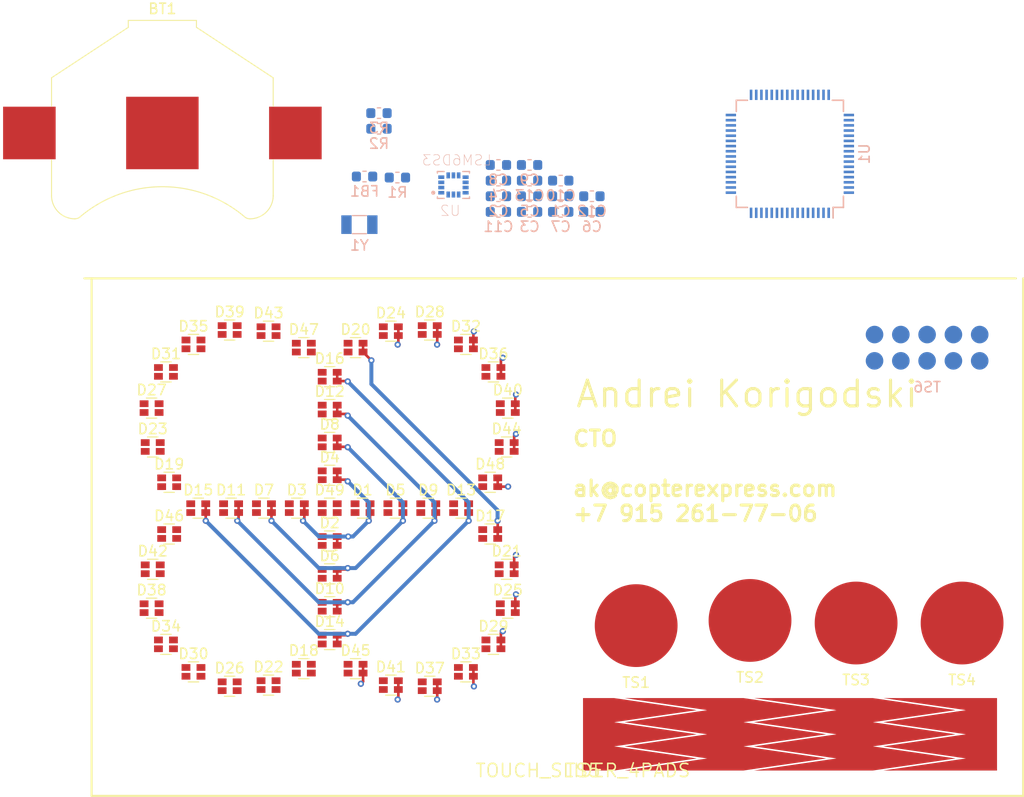
<source format=kicad_pcb>
(kicad_pcb (version 20171130) (host pcbnew 5.0.2+dfsg1-1~bpo9+1)

  (general
    (thickness 0.6)
    (drawings 6)
    (tracks 155)
    (zones 0)
    (modules 76)
    (nets 53)
  )

  (page A4)
  (layers
    (0 F.Cu signal)
    (31 B.Cu signal)
    (32 B.Adhes user)
    (33 F.Adhes user)
    (34 B.Paste user)
    (35 F.Paste user)
    (36 B.SilkS user)
    (37 F.SilkS user)
    (38 B.Mask user)
    (39 F.Mask user)
    (40 Dwgs.User user)
    (41 Cmts.User user)
    (42 Eco1.User user)
    (43 Eco2.User user)
    (44 Edge.Cuts user)
    (45 Margin user)
    (46 B.CrtYd user)
    (47 F.CrtYd user)
    (48 B.Fab user)
    (49 F.Fab user hide)
  )

  (setup
    (last_trace_width 0.381)
    (user_trace_width 0.1524)
    (user_trace_width 0.2032)
    (user_trace_width 0.254)
    (user_trace_width 0.381)
    (user_trace_width 0.508)
    (user_trace_width 1.016)
    (trace_clearance 0.076)
    (zone_clearance 0.508)
    (zone_45_only no)
    (trace_min 0.1524)
    (segment_width 0.2)
    (edge_width 0.15)
    (via_size 0.6)
    (via_drill 0.3)
    (via_min_size 0.6)
    (via_min_drill 0.3)
    (uvia_size 0.3)
    (uvia_drill 0.1)
    (uvias_allowed no)
    (uvia_min_size 0.2)
    (uvia_min_drill 0.1)
    (pcb_text_width 0.3)
    (pcb_text_size 1.5 1.5)
    (mod_edge_width 0.15)
    (mod_text_size 1 1)
    (mod_text_width 0.15)
    (pad_size 1.524 1.524)
    (pad_drill 0.762)
    (pad_to_mask_clearance 0.0254)
    (solder_mask_min_width 0.4)
    (aux_axis_origin 0 0)
    (visible_elements 7FFFF7FF)
    (pcbplotparams
      (layerselection 0x010fc_ffffffff)
      (usegerberextensions false)
      (usegerberattributes false)
      (usegerberadvancedattributes false)
      (creategerberjobfile false)
      (excludeedgelayer true)
      (linewidth 0.100000)
      (plotframeref false)
      (viasonmask false)
      (mode 1)
      (useauxorigin false)
      (hpglpennumber 1)
      (hpglpenspeed 20)
      (hpglpendiameter 15.000000)
      (psnegative false)
      (psa4output false)
      (plotreference true)
      (plotvalue true)
      (plotinvisibletext false)
      (padsonsilk false)
      (subtractmaskfromsilk false)
      (outputformat 1)
      (mirror false)
      (drillshape 1)
      (scaleselection 1)
      (outputdirectory ""))
  )

  (net 0 "")
  (net 1 LED_K0)
  (net 2 LED_K1)
  (net 3 LED_A0)
  (net 4 LED_K3)
  (net 5 LED_K2)
  (net 6 LED_K4)
  (net 7 LED_K5)
  (net 8 LED_K7)
  (net 9 LED_K6)
  (net 10 LED_K8)
  (net 11 LED_A1)
  (net 12 LED_A2)
  (net 13 LED_A3)
  (net 14 LED_A4)
  (net 15 LED_A5)
  (net 16 LED_A6)
  (net 17 LED_A7)
  (net 18 LED_A8)
  (net 19 VDD)
  (net 20 N$2)
  (net 21 MCU_AVDD)
  (net 22 GND)
  (net 23 N$7)
  (net 24 N$6)
  (net 25 N$13)
  (net 26 N$14)
  (net 27 N$5)
  (net 28 N$19)
  (net 29 N$20)
  (net 30 N$16)
  (net 31 N$15)
  (net 32 N$17)
  (net 33 N$18)
  (net 34 N$12)
  (net 35 N$11)
  (net 36 TOUCH_PAD0)
  (net 37 N$1)
  (net 38 TOUCH_PAD1)
  (net 39 TOUCH_PAD2)
  (net 40 TOUCH_PAD3)
  (net 41 N$21)
  (net 42 N$22)
  (net 43 N$23)
  (net 44 N$24)
  (net 45 N$8)
  (net 46 N$10)
  (net 47 N$9)
  (net 48 N$25)
  (net 49 N$26)
  (net 50 LED_K9)
  (net 51 LED_K10)
  (net 52 LED_K11)

  (net_class Default "This is the default net class."
    (clearance 0.076)
    (trace_width 0.254)
    (via_dia 0.6)
    (via_drill 0.3)
    (uvia_dia 0.3)
    (uvia_drill 0.1)
    (add_net GND)
    (add_net LED_A0)
    (add_net LED_A1)
    (add_net LED_A2)
    (add_net LED_A3)
    (add_net LED_A4)
    (add_net LED_A5)
    (add_net LED_A6)
    (add_net LED_A7)
    (add_net LED_A8)
    (add_net LED_K0)
    (add_net LED_K1)
    (add_net LED_K10)
    (add_net LED_K11)
    (add_net LED_K2)
    (add_net LED_K3)
    (add_net LED_K4)
    (add_net LED_K5)
    (add_net LED_K6)
    (add_net LED_K7)
    (add_net LED_K8)
    (add_net LED_K9)
    (add_net MCU_AVDD)
    (add_net N$1)
    (add_net N$10)
    (add_net N$11)
    (add_net N$12)
    (add_net N$13)
    (add_net N$14)
    (add_net N$15)
    (add_net N$16)
    (add_net N$17)
    (add_net N$18)
    (add_net N$19)
    (add_net N$2)
    (add_net N$20)
    (add_net N$21)
    (add_net N$22)
    (add_net N$23)
    (add_net N$24)
    (add_net N$25)
    (add_net N$26)
    (add_net N$5)
    (add_net N$6)
    (add_net N$7)
    (add_net N$8)
    (add_net N$9)
    (add_net TOUCH_PAD0)
    (add_net TOUCH_PAD1)
    (add_net TOUCH_PAD2)
    (add_net TOUCH_PAD3)
    (add_net VDD)
  )

  (module footprints:LED_DUAL_0606 (layer F.Cu) (tedit 5C944CBE) (tstamp 5C9983F6)
    (at 96.175 57.2)
    (descr "Dual LED LTST-C195KGJRKT")
    (tags led)
    (path /top/13427934159214761037)
    (attr smd)
    (fp_text reference D1 (at 0 -1.75) (layer F.SilkS)
      (effects (font (size 1 1) (thickness 0.15)))
    )
    (fp_text value LED_Dual_AACC (at 0 2.1) (layer F.Fab)
      (effects (font (size 1 1) (thickness 0.15)))
    )
    (fp_line (start 1.55 1.05) (end -1.55 1.05) (layer F.CrtYd) (width 0.05))
    (fp_line (start 1.55 1.05) (end 1.55 -1.05) (layer F.CrtYd) (width 0.05))
    (fp_line (start -1.55 -1.05) (end -1.55 1.05) (layer F.CrtYd) (width 0.05))
    (fp_line (start -1.55 -1.05) (end 1.55 -1.05) (layer F.CrtYd) (width 0.05))
    (fp_line (start 0.5 -0.97) (end -0.5 -0.97) (layer F.SilkS) (width 0.12))
    (fp_line (start 0.5 0.97) (end -0.5 0.97) (layer F.SilkS) (width 0.12))
    (fp_line (start -0.8 0.8) (end -0.8 -0.8) (layer F.Fab) (width 0.1))
    (fp_line (start 0.8 0.8) (end -0.8 0.8) (layer F.Fab) (width 0.1))
    (fp_line (start 0.8 -0.8) (end 0.8 0.8) (layer F.Fab) (width 0.1))
    (fp_line (start -0.8 -0.8) (end 0.8 -0.8) (layer F.Fab) (width 0.1))
    (fp_text user %R (at 0 -1.75) (layer F.Fab)
      (effects (font (size 1 1) (thickness 0.15)))
    )
    (pad 3 smd rect (at 0.725 -0.425) (size 0.85 0.65) (layers F.Cu F.Paste F.Mask)
      (net 1 LED_K0))
    (pad 4 smd rect (at 0.725 0.425) (size 0.85 0.65) (layers F.Cu F.Paste F.Mask)
      (net 1 LED_K0))
    (pad 2 smd rect (at -0.725 0.425) (size 0.85 0.65) (layers F.Cu F.Paste F.Mask)
      (net 11 LED_A1))
    (pad 1 smd rect (at -0.725 -0.425) (size 0.85 0.65) (layers F.Cu F.Paste F.Mask)
      (net 3 LED_A0))
    (model ${KISYS3DMOD}/Resistor_SMD.3dshapes/R_Array_Convex_2x0603.wrl
      (at (xyz 0 0 0))
      (scale (xyz 1 1 1))
      (rotate (xyz 0 0 0))
    )
  )

  (module footprints:LED_DUAL_0606 (layer F.Cu) (tedit 5C944CBE) (tstamp 5C998409)
    (at 93 60.375)
    (descr "Dual LED LTST-C195KGJRKT")
    (tags led)
    (path /top/11889171439053832813)
    (attr smd)
    (fp_text reference D2 (at 0 -1.75) (layer F.SilkS)
      (effects (font (size 1 1) (thickness 0.15)))
    )
    (fp_text value LED_Dual_AACC (at 0 2.1) (layer F.Fab)
      (effects (font (size 1 1) (thickness 0.15)))
    )
    (fp_line (start 1.55 1.05) (end -1.55 1.05) (layer F.CrtYd) (width 0.05))
    (fp_line (start 1.55 1.05) (end 1.55 -1.05) (layer F.CrtYd) (width 0.05))
    (fp_line (start -1.55 -1.05) (end -1.55 1.05) (layer F.CrtYd) (width 0.05))
    (fp_line (start -1.55 -1.05) (end 1.55 -1.05) (layer F.CrtYd) (width 0.05))
    (fp_line (start 0.5 -0.97) (end -0.5 -0.97) (layer F.SilkS) (width 0.12))
    (fp_line (start 0.5 0.97) (end -0.5 0.97) (layer F.SilkS) (width 0.12))
    (fp_line (start -0.8 0.8) (end -0.8 -0.8) (layer F.Fab) (width 0.1))
    (fp_line (start 0.8 0.8) (end -0.8 0.8) (layer F.Fab) (width 0.1))
    (fp_line (start 0.8 -0.8) (end 0.8 0.8) (layer F.Fab) (width 0.1))
    (fp_line (start -0.8 -0.8) (end 0.8 -0.8) (layer F.Fab) (width 0.1))
    (fp_text user %R (at 0 -1.75) (layer F.Fab)
      (effects (font (size 1 1) (thickness 0.15)))
    )
    (pad 3 smd rect (at 0.725 -0.425) (size 0.85 0.65) (layers F.Cu F.Paste F.Mask)
      (net 1 LED_K0))
    (pad 4 smd rect (at 0.725 0.425) (size 0.85 0.65) (layers F.Cu F.Paste F.Mask)
      (net 1 LED_K0))
    (pad 2 smd rect (at -0.725 0.425) (size 0.85 0.65) (layers F.Cu F.Paste F.Mask)
      (net 13 LED_A3))
    (pad 1 smd rect (at -0.725 -0.425) (size 0.85 0.65) (layers F.Cu F.Paste F.Mask)
      (net 12 LED_A2))
    (model ${KISYS3DMOD}/Resistor_SMD.3dshapes/R_Array_Convex_2x0603.wrl
      (at (xyz 0 0 0))
      (scale (xyz 1 1 1))
      (rotate (xyz 0 0 0))
    )
  )

  (module footprints:LED_DUAL_0606 (layer F.Cu) (tedit 5C944CBE) (tstamp 5C99841C)
    (at 89.825 57.2)
    (descr "Dual LED LTST-C195KGJRKT")
    (tags led)
    (path /top/17696036038314515393)
    (attr smd)
    (fp_text reference D3 (at 0 -1.75) (layer F.SilkS)
      (effects (font (size 1 1) (thickness 0.15)))
    )
    (fp_text value LED_Dual_AACC (at 0 2.1) (layer F.Fab)
      (effects (font (size 1 1) (thickness 0.15)))
    )
    (fp_line (start 1.55 1.05) (end -1.55 1.05) (layer F.CrtYd) (width 0.05))
    (fp_line (start 1.55 1.05) (end 1.55 -1.05) (layer F.CrtYd) (width 0.05))
    (fp_line (start -1.55 -1.05) (end -1.55 1.05) (layer F.CrtYd) (width 0.05))
    (fp_line (start -1.55 -1.05) (end 1.55 -1.05) (layer F.CrtYd) (width 0.05))
    (fp_line (start 0.5 -0.97) (end -0.5 -0.97) (layer F.SilkS) (width 0.12))
    (fp_line (start 0.5 0.97) (end -0.5 0.97) (layer F.SilkS) (width 0.12))
    (fp_line (start -0.8 0.8) (end -0.8 -0.8) (layer F.Fab) (width 0.1))
    (fp_line (start 0.8 0.8) (end -0.8 0.8) (layer F.Fab) (width 0.1))
    (fp_line (start 0.8 -0.8) (end 0.8 0.8) (layer F.Fab) (width 0.1))
    (fp_line (start -0.8 -0.8) (end 0.8 -0.8) (layer F.Fab) (width 0.1))
    (fp_text user %R (at 0 -1.75) (layer F.Fab)
      (effects (font (size 1 1) (thickness 0.15)))
    )
    (pad 3 smd rect (at 0.725 -0.425) (size 0.85 0.65) (layers F.Cu F.Paste F.Mask)
      (net 1 LED_K0))
    (pad 4 smd rect (at 0.725 0.425) (size 0.85 0.65) (layers F.Cu F.Paste F.Mask)
      (net 1 LED_K0))
    (pad 2 smd rect (at -0.725 0.425) (size 0.85 0.65) (layers F.Cu F.Paste F.Mask)
      (net 15 LED_A5))
    (pad 1 smd rect (at -0.725 -0.425) (size 0.85 0.65) (layers F.Cu F.Paste F.Mask)
      (net 14 LED_A4))
    (model ${KISYS3DMOD}/Resistor_SMD.3dshapes/R_Array_Convex_2x0603.wrl
      (at (xyz 0 0 0))
      (scale (xyz 1 1 1))
      (rotate (xyz 0 0 0))
    )
  )

  (module footprints:LED_DUAL_0606 (layer F.Cu) (tedit 5C944CBE) (tstamp 5C99842F)
    (at 93 54.025)
    (descr "Dual LED LTST-C195KGJRKT")
    (tags led)
    (path /top/92385191582833380)
    (attr smd)
    (fp_text reference D4 (at 0 -1.75) (layer F.SilkS)
      (effects (font (size 1 1) (thickness 0.15)))
    )
    (fp_text value LED_Dual_AACC (at 0 2.1) (layer F.Fab)
      (effects (font (size 1 1) (thickness 0.15)))
    )
    (fp_line (start 1.55 1.05) (end -1.55 1.05) (layer F.CrtYd) (width 0.05))
    (fp_line (start 1.55 1.05) (end 1.55 -1.05) (layer F.CrtYd) (width 0.05))
    (fp_line (start -1.55 -1.05) (end -1.55 1.05) (layer F.CrtYd) (width 0.05))
    (fp_line (start -1.55 -1.05) (end 1.55 -1.05) (layer F.CrtYd) (width 0.05))
    (fp_line (start 0.5 -0.97) (end -0.5 -0.97) (layer F.SilkS) (width 0.12))
    (fp_line (start 0.5 0.97) (end -0.5 0.97) (layer F.SilkS) (width 0.12))
    (fp_line (start -0.8 0.8) (end -0.8 -0.8) (layer F.Fab) (width 0.1))
    (fp_line (start 0.8 0.8) (end -0.8 0.8) (layer F.Fab) (width 0.1))
    (fp_line (start 0.8 -0.8) (end 0.8 0.8) (layer F.Fab) (width 0.1))
    (fp_line (start -0.8 -0.8) (end 0.8 -0.8) (layer F.Fab) (width 0.1))
    (fp_text user %R (at 0 -1.75) (layer F.Fab)
      (effects (font (size 1 1) (thickness 0.15)))
    )
    (pad 3 smd rect (at 0.725 -0.425) (size 0.85 0.65) (layers F.Cu F.Paste F.Mask)
      (net 1 LED_K0))
    (pad 4 smd rect (at 0.725 0.425) (size 0.85 0.65) (layers F.Cu F.Paste F.Mask)
      (net 1 LED_K0))
    (pad 2 smd rect (at -0.725 0.425) (size 0.85 0.65) (layers F.Cu F.Paste F.Mask)
      (net 17 LED_A7))
    (pad 1 smd rect (at -0.725 -0.425) (size 0.85 0.65) (layers F.Cu F.Paste F.Mask)
      (net 16 LED_A6))
    (model ${KISYS3DMOD}/Resistor_SMD.3dshapes/R_Array_Convex_2x0603.wrl
      (at (xyz 0 0 0))
      (scale (xyz 1 1 1))
      (rotate (xyz 0 0 0))
    )
  )

  (module footprints:LED_DUAL_0606 (layer F.Cu) (tedit 5C944CBE) (tstamp 5C998442)
    (at 99.35 57.2)
    (descr "Dual LED LTST-C195KGJRKT")
    (tags led)
    (path /top/1190405081309405297)
    (attr smd)
    (fp_text reference D5 (at 0 -1.75) (layer F.SilkS)
      (effects (font (size 1 1) (thickness 0.15)))
    )
    (fp_text value LED_Dual_AACC (at 0 2.1) (layer F.Fab)
      (effects (font (size 1 1) (thickness 0.15)))
    )
    (fp_line (start 1.55 1.05) (end -1.55 1.05) (layer F.CrtYd) (width 0.05))
    (fp_line (start 1.55 1.05) (end 1.55 -1.05) (layer F.CrtYd) (width 0.05))
    (fp_line (start -1.55 -1.05) (end -1.55 1.05) (layer F.CrtYd) (width 0.05))
    (fp_line (start -1.55 -1.05) (end 1.55 -1.05) (layer F.CrtYd) (width 0.05))
    (fp_line (start 0.5 -0.97) (end -0.5 -0.97) (layer F.SilkS) (width 0.12))
    (fp_line (start 0.5 0.97) (end -0.5 0.97) (layer F.SilkS) (width 0.12))
    (fp_line (start -0.8 0.8) (end -0.8 -0.8) (layer F.Fab) (width 0.1))
    (fp_line (start 0.8 0.8) (end -0.8 0.8) (layer F.Fab) (width 0.1))
    (fp_line (start 0.8 -0.8) (end 0.8 0.8) (layer F.Fab) (width 0.1))
    (fp_line (start -0.8 -0.8) (end 0.8 -0.8) (layer F.Fab) (width 0.1))
    (fp_text user %R (at 0 -1.75) (layer F.Fab)
      (effects (font (size 1 1) (thickness 0.15)))
    )
    (pad 3 smd rect (at 0.725 -0.425) (size 0.85 0.65) (layers F.Cu F.Paste F.Mask)
      (net 2 LED_K1))
    (pad 4 smd rect (at 0.725 0.425) (size 0.85 0.65) (layers F.Cu F.Paste F.Mask)
      (net 2 LED_K1))
    (pad 2 smd rect (at -0.725 0.425) (size 0.85 0.65) (layers F.Cu F.Paste F.Mask)
      (net 11 LED_A1))
    (pad 1 smd rect (at -0.725 -0.425) (size 0.85 0.65) (layers F.Cu F.Paste F.Mask)
      (net 3 LED_A0))
    (model ${KISYS3DMOD}/Resistor_SMD.3dshapes/R_Array_Convex_2x0603.wrl
      (at (xyz 0 0 0))
      (scale (xyz 1 1 1))
      (rotate (xyz 0 0 0))
    )
  )

  (module footprints:LED_DUAL_0606 (layer F.Cu) (tedit 5C944CBE) (tstamp 5C998455)
    (at 93 63.55)
    (descr "Dual LED LTST-C195KGJRKT")
    (tags led)
    (path /top/7062601140109949772)
    (attr smd)
    (fp_text reference D6 (at 0 -1.75) (layer F.SilkS)
      (effects (font (size 1 1) (thickness 0.15)))
    )
    (fp_text value LED_Dual_AACC (at 0 2.1) (layer F.Fab)
      (effects (font (size 1 1) (thickness 0.15)))
    )
    (fp_line (start 1.55 1.05) (end -1.55 1.05) (layer F.CrtYd) (width 0.05))
    (fp_line (start 1.55 1.05) (end 1.55 -1.05) (layer F.CrtYd) (width 0.05))
    (fp_line (start -1.55 -1.05) (end -1.55 1.05) (layer F.CrtYd) (width 0.05))
    (fp_line (start -1.55 -1.05) (end 1.55 -1.05) (layer F.CrtYd) (width 0.05))
    (fp_line (start 0.5 -0.97) (end -0.5 -0.97) (layer F.SilkS) (width 0.12))
    (fp_line (start 0.5 0.97) (end -0.5 0.97) (layer F.SilkS) (width 0.12))
    (fp_line (start -0.8 0.8) (end -0.8 -0.8) (layer F.Fab) (width 0.1))
    (fp_line (start 0.8 0.8) (end -0.8 0.8) (layer F.Fab) (width 0.1))
    (fp_line (start 0.8 -0.8) (end 0.8 0.8) (layer F.Fab) (width 0.1))
    (fp_line (start -0.8 -0.8) (end 0.8 -0.8) (layer F.Fab) (width 0.1))
    (fp_text user %R (at 0 -1.75) (layer F.Fab)
      (effects (font (size 1 1) (thickness 0.15)))
    )
    (pad 3 smd rect (at 0.725 -0.425) (size 0.85 0.65) (layers F.Cu F.Paste F.Mask)
      (net 2 LED_K1))
    (pad 4 smd rect (at 0.725 0.425) (size 0.85 0.65) (layers F.Cu F.Paste F.Mask)
      (net 2 LED_K1))
    (pad 2 smd rect (at -0.725 0.425) (size 0.85 0.65) (layers F.Cu F.Paste F.Mask)
      (net 13 LED_A3))
    (pad 1 smd rect (at -0.725 -0.425) (size 0.85 0.65) (layers F.Cu F.Paste F.Mask)
      (net 12 LED_A2))
    (model ${KISYS3DMOD}/Resistor_SMD.3dshapes/R_Array_Convex_2x0603.wrl
      (at (xyz 0 0 0))
      (scale (xyz 1 1 1))
      (rotate (xyz 0 0 0))
    )
  )

  (module footprints:LED_DUAL_0606 (layer F.Cu) (tedit 5C944CBE) (tstamp 5C998468)
    (at 86.65 57.2)
    (descr "Dual LED LTST-C195KGJRKT")
    (tags led)
    (path /top/11832447084583499414)
    (attr smd)
    (fp_text reference D7 (at 0 -1.75) (layer F.SilkS)
      (effects (font (size 1 1) (thickness 0.15)))
    )
    (fp_text value LED_Dual_AACC (at 0 2.1) (layer F.Fab)
      (effects (font (size 1 1) (thickness 0.15)))
    )
    (fp_line (start 1.55 1.05) (end -1.55 1.05) (layer F.CrtYd) (width 0.05))
    (fp_line (start 1.55 1.05) (end 1.55 -1.05) (layer F.CrtYd) (width 0.05))
    (fp_line (start -1.55 -1.05) (end -1.55 1.05) (layer F.CrtYd) (width 0.05))
    (fp_line (start -1.55 -1.05) (end 1.55 -1.05) (layer F.CrtYd) (width 0.05))
    (fp_line (start 0.5 -0.97) (end -0.5 -0.97) (layer F.SilkS) (width 0.12))
    (fp_line (start 0.5 0.97) (end -0.5 0.97) (layer F.SilkS) (width 0.12))
    (fp_line (start -0.8 0.8) (end -0.8 -0.8) (layer F.Fab) (width 0.1))
    (fp_line (start 0.8 0.8) (end -0.8 0.8) (layer F.Fab) (width 0.1))
    (fp_line (start 0.8 -0.8) (end 0.8 0.8) (layer F.Fab) (width 0.1))
    (fp_line (start -0.8 -0.8) (end 0.8 -0.8) (layer F.Fab) (width 0.1))
    (fp_text user %R (at 0 -1.75) (layer F.Fab)
      (effects (font (size 1 1) (thickness 0.15)))
    )
    (pad 3 smd rect (at 0.725 -0.425) (size 0.85 0.65) (layers F.Cu F.Paste F.Mask)
      (net 2 LED_K1))
    (pad 4 smd rect (at 0.725 0.425) (size 0.85 0.65) (layers F.Cu F.Paste F.Mask)
      (net 2 LED_K1))
    (pad 2 smd rect (at -0.725 0.425) (size 0.85 0.65) (layers F.Cu F.Paste F.Mask)
      (net 15 LED_A5))
    (pad 1 smd rect (at -0.725 -0.425) (size 0.85 0.65) (layers F.Cu F.Paste F.Mask)
      (net 14 LED_A4))
    (model ${KISYS3DMOD}/Resistor_SMD.3dshapes/R_Array_Convex_2x0603.wrl
      (at (xyz 0 0 0))
      (scale (xyz 1 1 1))
      (rotate (xyz 0 0 0))
    )
  )

  (module footprints:LED_DUAL_0606 (layer F.Cu) (tedit 5C944CBE) (tstamp 5C99847B)
    (at 93 50.85)
    (descr "Dual LED LTST-C195KGJRKT")
    (tags led)
    (path /top/9514277678187201044)
    (attr smd)
    (fp_text reference D8 (at 0 -1.75) (layer F.SilkS)
      (effects (font (size 1 1) (thickness 0.15)))
    )
    (fp_text value LED_Dual_AACC (at 0 2.1) (layer F.Fab)
      (effects (font (size 1 1) (thickness 0.15)))
    )
    (fp_line (start 1.55 1.05) (end -1.55 1.05) (layer F.CrtYd) (width 0.05))
    (fp_line (start 1.55 1.05) (end 1.55 -1.05) (layer F.CrtYd) (width 0.05))
    (fp_line (start -1.55 -1.05) (end -1.55 1.05) (layer F.CrtYd) (width 0.05))
    (fp_line (start -1.55 -1.05) (end 1.55 -1.05) (layer F.CrtYd) (width 0.05))
    (fp_line (start 0.5 -0.97) (end -0.5 -0.97) (layer F.SilkS) (width 0.12))
    (fp_line (start 0.5 0.97) (end -0.5 0.97) (layer F.SilkS) (width 0.12))
    (fp_line (start -0.8 0.8) (end -0.8 -0.8) (layer F.Fab) (width 0.1))
    (fp_line (start 0.8 0.8) (end -0.8 0.8) (layer F.Fab) (width 0.1))
    (fp_line (start 0.8 -0.8) (end 0.8 0.8) (layer F.Fab) (width 0.1))
    (fp_line (start -0.8 -0.8) (end 0.8 -0.8) (layer F.Fab) (width 0.1))
    (fp_text user %R (at 0 -1.75) (layer F.Fab)
      (effects (font (size 1 1) (thickness 0.15)))
    )
    (pad 3 smd rect (at 0.725 -0.425) (size 0.85 0.65) (layers F.Cu F.Paste F.Mask)
      (net 2 LED_K1))
    (pad 4 smd rect (at 0.725 0.425) (size 0.85 0.65) (layers F.Cu F.Paste F.Mask)
      (net 2 LED_K1))
    (pad 2 smd rect (at -0.725 0.425) (size 0.85 0.65) (layers F.Cu F.Paste F.Mask)
      (net 17 LED_A7))
    (pad 1 smd rect (at -0.725 -0.425) (size 0.85 0.65) (layers F.Cu F.Paste F.Mask)
      (net 16 LED_A6))
    (model ${KISYS3DMOD}/Resistor_SMD.3dshapes/R_Array_Convex_2x0603.wrl
      (at (xyz 0 0 0))
      (scale (xyz 1 1 1))
      (rotate (xyz 0 0 0))
    )
  )

  (module footprints:LED_DUAL_0606 (layer F.Cu) (tedit 5C944CBE) (tstamp 5C99848E)
    (at 102.525 57.2)
    (descr "Dual LED LTST-C195KGJRKT")
    (tags led)
    (path /top/4765776908642064841)
    (attr smd)
    (fp_text reference D9 (at 0 -1.75) (layer F.SilkS)
      (effects (font (size 1 1) (thickness 0.15)))
    )
    (fp_text value LED_Dual_AACC (at 0 2.1) (layer F.Fab)
      (effects (font (size 1 1) (thickness 0.15)))
    )
    (fp_line (start 1.55 1.05) (end -1.55 1.05) (layer F.CrtYd) (width 0.05))
    (fp_line (start 1.55 1.05) (end 1.55 -1.05) (layer F.CrtYd) (width 0.05))
    (fp_line (start -1.55 -1.05) (end -1.55 1.05) (layer F.CrtYd) (width 0.05))
    (fp_line (start -1.55 -1.05) (end 1.55 -1.05) (layer F.CrtYd) (width 0.05))
    (fp_line (start 0.5 -0.97) (end -0.5 -0.97) (layer F.SilkS) (width 0.12))
    (fp_line (start 0.5 0.97) (end -0.5 0.97) (layer F.SilkS) (width 0.12))
    (fp_line (start -0.8 0.8) (end -0.8 -0.8) (layer F.Fab) (width 0.1))
    (fp_line (start 0.8 0.8) (end -0.8 0.8) (layer F.Fab) (width 0.1))
    (fp_line (start 0.8 -0.8) (end 0.8 0.8) (layer F.Fab) (width 0.1))
    (fp_line (start -0.8 -0.8) (end 0.8 -0.8) (layer F.Fab) (width 0.1))
    (fp_text user %R (at 0 -1.75) (layer F.Fab)
      (effects (font (size 1 1) (thickness 0.15)))
    )
    (pad 3 smd rect (at 0.725 -0.425) (size 0.85 0.65) (layers F.Cu F.Paste F.Mask)
      (net 5 LED_K2))
    (pad 4 smd rect (at 0.725 0.425) (size 0.85 0.65) (layers F.Cu F.Paste F.Mask)
      (net 5 LED_K2))
    (pad 2 smd rect (at -0.725 0.425) (size 0.85 0.65) (layers F.Cu F.Paste F.Mask)
      (net 11 LED_A1))
    (pad 1 smd rect (at -0.725 -0.425) (size 0.85 0.65) (layers F.Cu F.Paste F.Mask)
      (net 3 LED_A0))
    (model ${KISYS3DMOD}/Resistor_SMD.3dshapes/R_Array_Convex_2x0603.wrl
      (at (xyz 0 0 0))
      (scale (xyz 1 1 1))
      (rotate (xyz 0 0 0))
    )
  )

  (module footprints:LED_DUAL_0606 (layer F.Cu) (tedit 5C944CBE) (tstamp 5C9984A1)
    (at 93 66.724999)
    (descr "Dual LED LTST-C195KGJRKT")
    (tags led)
    (path /top/13752725906387256797)
    (attr smd)
    (fp_text reference D10 (at 0 -1.75) (layer F.SilkS)
      (effects (font (size 1 1) (thickness 0.15)))
    )
    (fp_text value LED_Dual_AACC (at 0 2.1) (layer F.Fab)
      (effects (font (size 1 1) (thickness 0.15)))
    )
    (fp_line (start 1.55 1.05) (end -1.55 1.05) (layer F.CrtYd) (width 0.05))
    (fp_line (start 1.55 1.05) (end 1.55 -1.05) (layer F.CrtYd) (width 0.05))
    (fp_line (start -1.55 -1.05) (end -1.55 1.05) (layer F.CrtYd) (width 0.05))
    (fp_line (start -1.55 -1.05) (end 1.55 -1.05) (layer F.CrtYd) (width 0.05))
    (fp_line (start 0.5 -0.97) (end -0.5 -0.97) (layer F.SilkS) (width 0.12))
    (fp_line (start 0.5 0.97) (end -0.5 0.97) (layer F.SilkS) (width 0.12))
    (fp_line (start -0.8 0.8) (end -0.8 -0.8) (layer F.Fab) (width 0.1))
    (fp_line (start 0.8 0.8) (end -0.8 0.8) (layer F.Fab) (width 0.1))
    (fp_line (start 0.8 -0.8) (end 0.8 0.8) (layer F.Fab) (width 0.1))
    (fp_line (start -0.8 -0.8) (end 0.8 -0.8) (layer F.Fab) (width 0.1))
    (fp_text user %R (at 0 -1.75) (layer F.Fab)
      (effects (font (size 1 1) (thickness 0.15)))
    )
    (pad 3 smd rect (at 0.725 -0.425) (size 0.85 0.65) (layers F.Cu F.Paste F.Mask)
      (net 5 LED_K2))
    (pad 4 smd rect (at 0.725 0.425) (size 0.85 0.65) (layers F.Cu F.Paste F.Mask)
      (net 5 LED_K2))
    (pad 2 smd rect (at -0.725 0.425) (size 0.85 0.65) (layers F.Cu F.Paste F.Mask)
      (net 13 LED_A3))
    (pad 1 smd rect (at -0.725 -0.425) (size 0.85 0.65) (layers F.Cu F.Paste F.Mask)
      (net 12 LED_A2))
    (model ${KISYS3DMOD}/Resistor_SMD.3dshapes/R_Array_Convex_2x0603.wrl
      (at (xyz 0 0 0))
      (scale (xyz 1 1 1))
      (rotate (xyz 0 0 0))
    )
  )

  (module footprints:LED_DUAL_0606 (layer F.Cu) (tedit 5C944CBE) (tstamp 5C9984B4)
    (at 83.475 57.2)
    (descr "Dual LED LTST-C195KGJRKT")
    (tags led)
    (path /top/1934565712161503566)
    (attr smd)
    (fp_text reference D11 (at 0 -1.75) (layer F.SilkS)
      (effects (font (size 1 1) (thickness 0.15)))
    )
    (fp_text value LED_Dual_AACC (at 0 2.1) (layer F.Fab)
      (effects (font (size 1 1) (thickness 0.15)))
    )
    (fp_line (start 1.55 1.05) (end -1.55 1.05) (layer F.CrtYd) (width 0.05))
    (fp_line (start 1.55 1.05) (end 1.55 -1.05) (layer F.CrtYd) (width 0.05))
    (fp_line (start -1.55 -1.05) (end -1.55 1.05) (layer F.CrtYd) (width 0.05))
    (fp_line (start -1.55 -1.05) (end 1.55 -1.05) (layer F.CrtYd) (width 0.05))
    (fp_line (start 0.5 -0.97) (end -0.5 -0.97) (layer F.SilkS) (width 0.12))
    (fp_line (start 0.5 0.97) (end -0.5 0.97) (layer F.SilkS) (width 0.12))
    (fp_line (start -0.8 0.8) (end -0.8 -0.8) (layer F.Fab) (width 0.1))
    (fp_line (start 0.8 0.8) (end -0.8 0.8) (layer F.Fab) (width 0.1))
    (fp_line (start 0.8 -0.8) (end 0.8 0.8) (layer F.Fab) (width 0.1))
    (fp_line (start -0.8 -0.8) (end 0.8 -0.8) (layer F.Fab) (width 0.1))
    (fp_text user %R (at 0 -1.75) (layer F.Fab)
      (effects (font (size 1 1) (thickness 0.15)))
    )
    (pad 3 smd rect (at 0.725 -0.425) (size 0.85 0.65) (layers F.Cu F.Paste F.Mask)
      (net 5 LED_K2))
    (pad 4 smd rect (at 0.725 0.425) (size 0.85 0.65) (layers F.Cu F.Paste F.Mask)
      (net 5 LED_K2))
    (pad 2 smd rect (at -0.725 0.425) (size 0.85 0.65) (layers F.Cu F.Paste F.Mask)
      (net 15 LED_A5))
    (pad 1 smd rect (at -0.725 -0.425) (size 0.85 0.65) (layers F.Cu F.Paste F.Mask)
      (net 14 LED_A4))
    (model ${KISYS3DMOD}/Resistor_SMD.3dshapes/R_Array_Convex_2x0603.wrl
      (at (xyz 0 0 0))
      (scale (xyz 1 1 1))
      (rotate (xyz 0 0 0))
    )
  )

  (module footprints:LED_DUAL_0606 (layer F.Cu) (tedit 5C944CBE) (tstamp 5C9984C7)
    (at 93 47.675)
    (descr "Dual LED LTST-C195KGJRKT")
    (tags led)
    (path /top/3567116085416782392)
    (attr smd)
    (fp_text reference D12 (at 0 -1.75) (layer F.SilkS)
      (effects (font (size 1 1) (thickness 0.15)))
    )
    (fp_text value LED_Dual_AACC (at 0 2.1) (layer F.Fab)
      (effects (font (size 1 1) (thickness 0.15)))
    )
    (fp_line (start 1.55 1.05) (end -1.55 1.05) (layer F.CrtYd) (width 0.05))
    (fp_line (start 1.55 1.05) (end 1.55 -1.05) (layer F.CrtYd) (width 0.05))
    (fp_line (start -1.55 -1.05) (end -1.55 1.05) (layer F.CrtYd) (width 0.05))
    (fp_line (start -1.55 -1.05) (end 1.55 -1.05) (layer F.CrtYd) (width 0.05))
    (fp_line (start 0.5 -0.97) (end -0.5 -0.97) (layer F.SilkS) (width 0.12))
    (fp_line (start 0.5 0.97) (end -0.5 0.97) (layer F.SilkS) (width 0.12))
    (fp_line (start -0.8 0.8) (end -0.8 -0.8) (layer F.Fab) (width 0.1))
    (fp_line (start 0.8 0.8) (end -0.8 0.8) (layer F.Fab) (width 0.1))
    (fp_line (start 0.8 -0.8) (end 0.8 0.8) (layer F.Fab) (width 0.1))
    (fp_line (start -0.8 -0.8) (end 0.8 -0.8) (layer F.Fab) (width 0.1))
    (fp_text user %R (at 0 -1.75) (layer F.Fab)
      (effects (font (size 1 1) (thickness 0.15)))
    )
    (pad 3 smd rect (at 0.725 -0.425) (size 0.85 0.65) (layers F.Cu F.Paste F.Mask)
      (net 5 LED_K2))
    (pad 4 smd rect (at 0.725 0.425) (size 0.85 0.65) (layers F.Cu F.Paste F.Mask)
      (net 5 LED_K2))
    (pad 2 smd rect (at -0.725 0.425) (size 0.85 0.65) (layers F.Cu F.Paste F.Mask)
      (net 17 LED_A7))
    (pad 1 smd rect (at -0.725 -0.425) (size 0.85 0.65) (layers F.Cu F.Paste F.Mask)
      (net 16 LED_A6))
    (model ${KISYS3DMOD}/Resistor_SMD.3dshapes/R_Array_Convex_2x0603.wrl
      (at (xyz 0 0 0))
      (scale (xyz 1 1 1))
      (rotate (xyz 0 0 0))
    )
  )

  (module footprints:LED_DUAL_0606 (layer F.Cu) (tedit 5C944CBE) (tstamp 5C9984DA)
    (at 105.7 57.2)
    (descr "Dual LED LTST-C195KGJRKT")
    (tags led)
    (path /top/4666501513711878346)
    (attr smd)
    (fp_text reference D13 (at 0 -1.75) (layer F.SilkS)
      (effects (font (size 1 1) (thickness 0.15)))
    )
    (fp_text value LED_Dual_AACC (at 0 2.1) (layer F.Fab)
      (effects (font (size 1 1) (thickness 0.15)))
    )
    (fp_line (start 1.55 1.05) (end -1.55 1.05) (layer F.CrtYd) (width 0.05))
    (fp_line (start 1.55 1.05) (end 1.55 -1.05) (layer F.CrtYd) (width 0.05))
    (fp_line (start -1.55 -1.05) (end -1.55 1.05) (layer F.CrtYd) (width 0.05))
    (fp_line (start -1.55 -1.05) (end 1.55 -1.05) (layer F.CrtYd) (width 0.05))
    (fp_line (start 0.5 -0.97) (end -0.5 -0.97) (layer F.SilkS) (width 0.12))
    (fp_line (start 0.5 0.97) (end -0.5 0.97) (layer F.SilkS) (width 0.12))
    (fp_line (start -0.8 0.8) (end -0.8 -0.8) (layer F.Fab) (width 0.1))
    (fp_line (start 0.8 0.8) (end -0.8 0.8) (layer F.Fab) (width 0.1))
    (fp_line (start 0.8 -0.8) (end 0.8 0.8) (layer F.Fab) (width 0.1))
    (fp_line (start -0.8 -0.8) (end 0.8 -0.8) (layer F.Fab) (width 0.1))
    (fp_text user %R (at 0 -1.75) (layer F.Fab)
      (effects (font (size 1 1) (thickness 0.15)))
    )
    (pad 3 smd rect (at 0.725 -0.425) (size 0.85 0.65) (layers F.Cu F.Paste F.Mask)
      (net 4 LED_K3))
    (pad 4 smd rect (at 0.725 0.425) (size 0.85 0.65) (layers F.Cu F.Paste F.Mask)
      (net 4 LED_K3))
    (pad 2 smd rect (at -0.725 0.425) (size 0.85 0.65) (layers F.Cu F.Paste F.Mask)
      (net 11 LED_A1))
    (pad 1 smd rect (at -0.725 -0.425) (size 0.85 0.65) (layers F.Cu F.Paste F.Mask)
      (net 3 LED_A0))
    (model ${KISYS3DMOD}/Resistor_SMD.3dshapes/R_Array_Convex_2x0603.wrl
      (at (xyz 0 0 0))
      (scale (xyz 1 1 1))
      (rotate (xyz 0 0 0))
    )
  )

  (module footprints:LED_DUAL_0606 (layer F.Cu) (tedit 5C944CBE) (tstamp 5C9984ED)
    (at 93 69.9)
    (descr "Dual LED LTST-C195KGJRKT")
    (tags led)
    (path /top/6238554217568430724)
    (attr smd)
    (fp_text reference D14 (at 0 -1.75) (layer F.SilkS)
      (effects (font (size 1 1) (thickness 0.15)))
    )
    (fp_text value LED_Dual_AACC (at 0 2.1) (layer F.Fab)
      (effects (font (size 1 1) (thickness 0.15)))
    )
    (fp_line (start 1.55 1.05) (end -1.55 1.05) (layer F.CrtYd) (width 0.05))
    (fp_line (start 1.55 1.05) (end 1.55 -1.05) (layer F.CrtYd) (width 0.05))
    (fp_line (start -1.55 -1.05) (end -1.55 1.05) (layer F.CrtYd) (width 0.05))
    (fp_line (start -1.55 -1.05) (end 1.55 -1.05) (layer F.CrtYd) (width 0.05))
    (fp_line (start 0.5 -0.97) (end -0.5 -0.97) (layer F.SilkS) (width 0.12))
    (fp_line (start 0.5 0.97) (end -0.5 0.97) (layer F.SilkS) (width 0.12))
    (fp_line (start -0.8 0.8) (end -0.8 -0.8) (layer F.Fab) (width 0.1))
    (fp_line (start 0.8 0.8) (end -0.8 0.8) (layer F.Fab) (width 0.1))
    (fp_line (start 0.8 -0.8) (end 0.8 0.8) (layer F.Fab) (width 0.1))
    (fp_line (start -0.8 -0.8) (end 0.8 -0.8) (layer F.Fab) (width 0.1))
    (fp_text user %R (at 0 -1.75) (layer F.Fab)
      (effects (font (size 1 1) (thickness 0.15)))
    )
    (pad 3 smd rect (at 0.725 -0.425) (size 0.85 0.65) (layers F.Cu F.Paste F.Mask)
      (net 4 LED_K3))
    (pad 4 smd rect (at 0.725 0.425) (size 0.85 0.65) (layers F.Cu F.Paste F.Mask)
      (net 4 LED_K3))
    (pad 2 smd rect (at -0.725 0.425) (size 0.85 0.65) (layers F.Cu F.Paste F.Mask)
      (net 13 LED_A3))
    (pad 1 smd rect (at -0.725 -0.425) (size 0.85 0.65) (layers F.Cu F.Paste F.Mask)
      (net 12 LED_A2))
    (model ${KISYS3DMOD}/Resistor_SMD.3dshapes/R_Array_Convex_2x0603.wrl
      (at (xyz 0 0 0))
      (scale (xyz 1 1 1))
      (rotate (xyz 0 0 0))
    )
  )

  (module footprints:LED_DUAL_0606 (layer F.Cu) (tedit 5C944CBE) (tstamp 5C998500)
    (at 80.3 57.2)
    (descr "Dual LED LTST-C195KGJRKT")
    (tags led)
    (path /top/12996817212431404059)
    (attr smd)
    (fp_text reference D15 (at 0 -1.75) (layer F.SilkS)
      (effects (font (size 1 1) (thickness 0.15)))
    )
    (fp_text value LED_Dual_AACC (at 0 2.1) (layer F.Fab)
      (effects (font (size 1 1) (thickness 0.15)))
    )
    (fp_line (start 1.55 1.05) (end -1.55 1.05) (layer F.CrtYd) (width 0.05))
    (fp_line (start 1.55 1.05) (end 1.55 -1.05) (layer F.CrtYd) (width 0.05))
    (fp_line (start -1.55 -1.05) (end -1.55 1.05) (layer F.CrtYd) (width 0.05))
    (fp_line (start -1.55 -1.05) (end 1.55 -1.05) (layer F.CrtYd) (width 0.05))
    (fp_line (start 0.5 -0.97) (end -0.5 -0.97) (layer F.SilkS) (width 0.12))
    (fp_line (start 0.5 0.97) (end -0.5 0.97) (layer F.SilkS) (width 0.12))
    (fp_line (start -0.8 0.8) (end -0.8 -0.8) (layer F.Fab) (width 0.1))
    (fp_line (start 0.8 0.8) (end -0.8 0.8) (layer F.Fab) (width 0.1))
    (fp_line (start 0.8 -0.8) (end 0.8 0.8) (layer F.Fab) (width 0.1))
    (fp_line (start -0.8 -0.8) (end 0.8 -0.8) (layer F.Fab) (width 0.1))
    (fp_text user %R (at 0 -1.75) (layer F.Fab)
      (effects (font (size 1 1) (thickness 0.15)))
    )
    (pad 3 smd rect (at 0.725 -0.425) (size 0.85 0.65) (layers F.Cu F.Paste F.Mask)
      (net 4 LED_K3))
    (pad 4 smd rect (at 0.725 0.425) (size 0.85 0.65) (layers F.Cu F.Paste F.Mask)
      (net 4 LED_K3))
    (pad 2 smd rect (at -0.725 0.425) (size 0.85 0.65) (layers F.Cu F.Paste F.Mask)
      (net 15 LED_A5))
    (pad 1 smd rect (at -0.725 -0.425) (size 0.85 0.65) (layers F.Cu F.Paste F.Mask)
      (net 14 LED_A4))
    (model ${KISYS3DMOD}/Resistor_SMD.3dshapes/R_Array_Convex_2x0603.wrl
      (at (xyz 0 0 0))
      (scale (xyz 1 1 1))
      (rotate (xyz 0 0 0))
    )
  )

  (module footprints:LED_DUAL_0606 (layer F.Cu) (tedit 5C944CBE) (tstamp 5C998513)
    (at 93 44.5)
    (descr "Dual LED LTST-C195KGJRKT")
    (tags led)
    (path /top/1341789707644412943)
    (attr smd)
    (fp_text reference D16 (at 0 -1.75) (layer F.SilkS)
      (effects (font (size 1 1) (thickness 0.15)))
    )
    (fp_text value LED_Dual_AACC (at 0 2.1) (layer F.Fab)
      (effects (font (size 1 1) (thickness 0.15)))
    )
    (fp_line (start 1.55 1.05) (end -1.55 1.05) (layer F.CrtYd) (width 0.05))
    (fp_line (start 1.55 1.05) (end 1.55 -1.05) (layer F.CrtYd) (width 0.05))
    (fp_line (start -1.55 -1.05) (end -1.55 1.05) (layer F.CrtYd) (width 0.05))
    (fp_line (start -1.55 -1.05) (end 1.55 -1.05) (layer F.CrtYd) (width 0.05))
    (fp_line (start 0.5 -0.97) (end -0.5 -0.97) (layer F.SilkS) (width 0.12))
    (fp_line (start 0.5 0.97) (end -0.5 0.97) (layer F.SilkS) (width 0.12))
    (fp_line (start -0.8 0.8) (end -0.8 -0.8) (layer F.Fab) (width 0.1))
    (fp_line (start 0.8 0.8) (end -0.8 0.8) (layer F.Fab) (width 0.1))
    (fp_line (start 0.8 -0.8) (end 0.8 0.8) (layer F.Fab) (width 0.1))
    (fp_line (start -0.8 -0.8) (end 0.8 -0.8) (layer F.Fab) (width 0.1))
    (fp_text user %R (at 0 -1.75) (layer F.Fab)
      (effects (font (size 1 1) (thickness 0.15)))
    )
    (pad 3 smd rect (at 0.725 -0.425) (size 0.85 0.65) (layers F.Cu F.Paste F.Mask)
      (net 4 LED_K3))
    (pad 4 smd rect (at 0.725 0.425) (size 0.85 0.65) (layers F.Cu F.Paste F.Mask)
      (net 4 LED_K3))
    (pad 2 smd rect (at -0.725 0.425) (size 0.85 0.65) (layers F.Cu F.Paste F.Mask)
      (net 17 LED_A7))
    (pad 1 smd rect (at -0.725 -0.425) (size 0.85 0.65) (layers F.Cu F.Paste F.Mask)
      (net 16 LED_A6))
    (model ${KISYS3DMOD}/Resistor_SMD.3dshapes/R_Array_Convex_2x0603.wrl
      (at (xyz 0 0 0))
      (scale (xyz 1 1 1))
      (rotate (xyz 0 0 0))
    )
  )

  (module footprints:LED_DUAL_0606 (layer F.Cu) (tedit 5C944CBE) (tstamp 5C998526)
    (at 108.508852 59.699666)
    (descr "Dual LED LTST-C195KGJRKT")
    (tags led)
    (path /top/17960749486397716847)
    (attr smd)
    (fp_text reference D17 (at 0 -1.75) (layer F.SilkS)
      (effects (font (size 1 1) (thickness 0.15)))
    )
    (fp_text value LED_Dual_AACC (at 0 2.1) (layer F.Fab)
      (effects (font (size 1 1) (thickness 0.15)))
    )
    (fp_line (start 1.55 1.05) (end -1.55 1.05) (layer F.CrtYd) (width 0.05))
    (fp_line (start 1.55 1.05) (end 1.55 -1.05) (layer F.CrtYd) (width 0.05))
    (fp_line (start -1.55 -1.05) (end -1.55 1.05) (layer F.CrtYd) (width 0.05))
    (fp_line (start -1.55 -1.05) (end 1.55 -1.05) (layer F.CrtYd) (width 0.05))
    (fp_line (start 0.5 -0.97) (end -0.5 -0.97) (layer F.SilkS) (width 0.12))
    (fp_line (start 0.5 0.97) (end -0.5 0.97) (layer F.SilkS) (width 0.12))
    (fp_line (start -0.8 0.8) (end -0.8 -0.8) (layer F.Fab) (width 0.1))
    (fp_line (start 0.8 0.8) (end -0.8 0.8) (layer F.Fab) (width 0.1))
    (fp_line (start 0.8 -0.8) (end 0.8 0.8) (layer F.Fab) (width 0.1))
    (fp_line (start -0.8 -0.8) (end 0.8 -0.8) (layer F.Fab) (width 0.1))
    (fp_text user %R (at 0 -1.75) (layer F.Fab)
      (effects (font (size 1 1) (thickness 0.15)))
    )
    (pad 3 smd rect (at 0.725 -0.425) (size 0.85 0.65) (layers F.Cu F.Paste F.Mask)
      (net 6 LED_K4))
    (pad 4 smd rect (at 0.725 0.425) (size 0.85 0.65) (layers F.Cu F.Paste F.Mask)
      (net 6 LED_K4))
    (pad 2 smd rect (at -0.725 0.425) (size 0.85 0.65) (layers F.Cu F.Paste F.Mask)
      (net 11 LED_A1))
    (pad 1 smd rect (at -0.725 -0.425) (size 0.85 0.65) (layers F.Cu F.Paste F.Mask)
      (net 3 LED_A0))
    (model ${KISYS3DMOD}/Resistor_SMD.3dshapes/R_Array_Convex_2x0603.wrl
      (at (xyz 0 0 0))
      (scale (xyz 1 1 1))
      (rotate (xyz 0 0 0))
    )
  )

  (module footprints:LED_DUAL_0606 (layer F.Cu) (tedit 5C944CBE) (tstamp 5C998539)
    (at 90.500333 72.708852)
    (descr "Dual LED LTST-C195KGJRKT")
    (tags led)
    (path /top/11755239546997694915)
    (attr smd)
    (fp_text reference D18 (at 0 -1.75) (layer F.SilkS)
      (effects (font (size 1 1) (thickness 0.15)))
    )
    (fp_text value LED_Dual_AACC (at 0 2.1) (layer F.Fab)
      (effects (font (size 1 1) (thickness 0.15)))
    )
    (fp_line (start 1.55 1.05) (end -1.55 1.05) (layer F.CrtYd) (width 0.05))
    (fp_line (start 1.55 1.05) (end 1.55 -1.05) (layer F.CrtYd) (width 0.05))
    (fp_line (start -1.55 -1.05) (end -1.55 1.05) (layer F.CrtYd) (width 0.05))
    (fp_line (start -1.55 -1.05) (end 1.55 -1.05) (layer F.CrtYd) (width 0.05))
    (fp_line (start 0.5 -0.97) (end -0.5 -0.97) (layer F.SilkS) (width 0.12))
    (fp_line (start 0.5 0.97) (end -0.5 0.97) (layer F.SilkS) (width 0.12))
    (fp_line (start -0.8 0.8) (end -0.8 -0.8) (layer F.Fab) (width 0.1))
    (fp_line (start 0.8 0.8) (end -0.8 0.8) (layer F.Fab) (width 0.1))
    (fp_line (start 0.8 -0.8) (end 0.8 0.8) (layer F.Fab) (width 0.1))
    (fp_line (start -0.8 -0.8) (end 0.8 -0.8) (layer F.Fab) (width 0.1))
    (fp_text user %R (at 0 -1.75) (layer F.Fab)
      (effects (font (size 1 1) (thickness 0.15)))
    )
    (pad 3 smd rect (at 0.725 -0.425) (size 0.85 0.65) (layers F.Cu F.Paste F.Mask)
      (net 6 LED_K4))
    (pad 4 smd rect (at 0.725 0.425) (size 0.85 0.65) (layers F.Cu F.Paste F.Mask)
      (net 6 LED_K4))
    (pad 2 smd rect (at -0.725 0.425) (size 0.85 0.65) (layers F.Cu F.Paste F.Mask)
      (net 13 LED_A3))
    (pad 1 smd rect (at -0.725 -0.425) (size 0.85 0.65) (layers F.Cu F.Paste F.Mask)
      (net 12 LED_A2))
    (model ${KISYS3DMOD}/Resistor_SMD.3dshapes/R_Array_Convex_2x0603.wrl
      (at (xyz 0 0 0))
      (scale (xyz 1 1 1))
      (rotate (xyz 0 0 0))
    )
  )

  (module footprints:LED_DUAL_0606 (layer F.Cu) (tedit 5C944CBE) (tstamp 5C99854C)
    (at 77.491147 54.700333)
    (descr "Dual LED LTST-C195KGJRKT")
    (tags led)
    (path /top/2910295581504469941)
    (attr smd)
    (fp_text reference D19 (at 0 -1.75) (layer F.SilkS)
      (effects (font (size 1 1) (thickness 0.15)))
    )
    (fp_text value LED_Dual_AACC (at 0 2.1) (layer F.Fab)
      (effects (font (size 1 1) (thickness 0.15)))
    )
    (fp_line (start 1.55 1.05) (end -1.55 1.05) (layer F.CrtYd) (width 0.05))
    (fp_line (start 1.55 1.05) (end 1.55 -1.05) (layer F.CrtYd) (width 0.05))
    (fp_line (start -1.55 -1.05) (end -1.55 1.05) (layer F.CrtYd) (width 0.05))
    (fp_line (start -1.55 -1.05) (end 1.55 -1.05) (layer F.CrtYd) (width 0.05))
    (fp_line (start 0.5 -0.97) (end -0.5 -0.97) (layer F.SilkS) (width 0.12))
    (fp_line (start 0.5 0.97) (end -0.5 0.97) (layer F.SilkS) (width 0.12))
    (fp_line (start -0.8 0.8) (end -0.8 -0.8) (layer F.Fab) (width 0.1))
    (fp_line (start 0.8 0.8) (end -0.8 0.8) (layer F.Fab) (width 0.1))
    (fp_line (start 0.8 -0.8) (end 0.8 0.8) (layer F.Fab) (width 0.1))
    (fp_line (start -0.8 -0.8) (end 0.8 -0.8) (layer F.Fab) (width 0.1))
    (fp_text user %R (at 0 -1.75) (layer F.Fab)
      (effects (font (size 1 1) (thickness 0.15)))
    )
    (pad 3 smd rect (at 0.725 -0.425) (size 0.85 0.65) (layers F.Cu F.Paste F.Mask)
      (net 6 LED_K4))
    (pad 4 smd rect (at 0.725 0.425) (size 0.85 0.65) (layers F.Cu F.Paste F.Mask)
      (net 6 LED_K4))
    (pad 2 smd rect (at -0.725 0.425) (size 0.85 0.65) (layers F.Cu F.Paste F.Mask)
      (net 15 LED_A5))
    (pad 1 smd rect (at -0.725 -0.425) (size 0.85 0.65) (layers F.Cu F.Paste F.Mask)
      (net 14 LED_A4))
    (model ${KISYS3DMOD}/Resistor_SMD.3dshapes/R_Array_Convex_2x0603.wrl
      (at (xyz 0 0 0))
      (scale (xyz 1 1 1))
      (rotate (xyz 0 0 0))
    )
  )

  (module footprints:LED_DUAL_0606 (layer F.Cu) (tedit 5C944CBE) (tstamp 5C99855F)
    (at 95.499666 41.691147)
    (descr "Dual LED LTST-C195KGJRKT")
    (tags led)
    (path /top/4921158521405745027)
    (attr smd)
    (fp_text reference D20 (at 0 -1.75) (layer F.SilkS)
      (effects (font (size 1 1) (thickness 0.15)))
    )
    (fp_text value LED_Dual_AACC (at 0 2.1) (layer F.Fab)
      (effects (font (size 1 1) (thickness 0.15)))
    )
    (fp_line (start 1.55 1.05) (end -1.55 1.05) (layer F.CrtYd) (width 0.05))
    (fp_line (start 1.55 1.05) (end 1.55 -1.05) (layer F.CrtYd) (width 0.05))
    (fp_line (start -1.55 -1.05) (end -1.55 1.05) (layer F.CrtYd) (width 0.05))
    (fp_line (start -1.55 -1.05) (end 1.55 -1.05) (layer F.CrtYd) (width 0.05))
    (fp_line (start 0.5 -0.97) (end -0.5 -0.97) (layer F.SilkS) (width 0.12))
    (fp_line (start 0.5 0.97) (end -0.5 0.97) (layer F.SilkS) (width 0.12))
    (fp_line (start -0.8 0.8) (end -0.8 -0.8) (layer F.Fab) (width 0.1))
    (fp_line (start 0.8 0.8) (end -0.8 0.8) (layer F.Fab) (width 0.1))
    (fp_line (start 0.8 -0.8) (end 0.8 0.8) (layer F.Fab) (width 0.1))
    (fp_line (start -0.8 -0.8) (end 0.8 -0.8) (layer F.Fab) (width 0.1))
    (fp_text user %R (at 0 -1.75) (layer F.Fab)
      (effects (font (size 1 1) (thickness 0.15)))
    )
    (pad 3 smd rect (at 0.725 -0.425) (size 0.85 0.65) (layers F.Cu F.Paste F.Mask)
      (net 6 LED_K4))
    (pad 4 smd rect (at 0.725 0.425) (size 0.85 0.65) (layers F.Cu F.Paste F.Mask)
      (net 6 LED_K4))
    (pad 2 smd rect (at -0.725 0.425) (size 0.85 0.65) (layers F.Cu F.Paste F.Mask)
      (net 17 LED_A7))
    (pad 1 smd rect (at -0.725 -0.425) (size 0.85 0.65) (layers F.Cu F.Paste F.Mask)
      (net 16 LED_A6))
    (model ${KISYS3DMOD}/Resistor_SMD.3dshapes/R_Array_Convex_2x0603.wrl
      (at (xyz 0 0 0))
      (scale (xyz 1 1 1))
      (rotate (xyz 0 0 0))
    )
  )

  (module footprints:LED_DUAL_0606 (layer F.Cu) (tedit 5C944CBE) (tstamp 5C998572)
    (at 110.097919 63.107431)
    (descr "Dual LED LTST-C195KGJRKT")
    (tags led)
    (path /top/10563895873426103737)
    (attr smd)
    (fp_text reference D21 (at 0 -1.75) (layer F.SilkS)
      (effects (font (size 1 1) (thickness 0.15)))
    )
    (fp_text value LED_Dual_AACC (at 0 2.1) (layer F.Fab)
      (effects (font (size 1 1) (thickness 0.15)))
    )
    (fp_line (start 1.55 1.05) (end -1.55 1.05) (layer F.CrtYd) (width 0.05))
    (fp_line (start 1.55 1.05) (end 1.55 -1.05) (layer F.CrtYd) (width 0.05))
    (fp_line (start -1.55 -1.05) (end -1.55 1.05) (layer F.CrtYd) (width 0.05))
    (fp_line (start -1.55 -1.05) (end 1.55 -1.05) (layer F.CrtYd) (width 0.05))
    (fp_line (start 0.5 -0.97) (end -0.5 -0.97) (layer F.SilkS) (width 0.12))
    (fp_line (start 0.5 0.97) (end -0.5 0.97) (layer F.SilkS) (width 0.12))
    (fp_line (start -0.8 0.8) (end -0.8 -0.8) (layer F.Fab) (width 0.1))
    (fp_line (start 0.8 0.8) (end -0.8 0.8) (layer F.Fab) (width 0.1))
    (fp_line (start 0.8 -0.8) (end 0.8 0.8) (layer F.Fab) (width 0.1))
    (fp_line (start -0.8 -0.8) (end 0.8 -0.8) (layer F.Fab) (width 0.1))
    (fp_text user %R (at 0 -1.75) (layer F.Fab)
      (effects (font (size 1 1) (thickness 0.15)))
    )
    (pad 3 smd rect (at 0.725 -0.425) (size 0.85 0.65) (layers F.Cu F.Paste F.Mask)
      (net 7 LED_K5))
    (pad 4 smd rect (at 0.725 0.425) (size 0.85 0.65) (layers F.Cu F.Paste F.Mask)
      (net 7 LED_K5))
    (pad 2 smd rect (at -0.725 0.425) (size 0.85 0.65) (layers F.Cu F.Paste F.Mask)
      (net 11 LED_A1))
    (pad 1 smd rect (at -0.725 -0.425) (size 0.85 0.65) (layers F.Cu F.Paste F.Mask)
      (net 3 LED_A0))
    (model ${KISYS3DMOD}/Resistor_SMD.3dshapes/R_Array_Convex_2x0603.wrl
      (at (xyz 0 0 0))
      (scale (xyz 1 1 1))
      (rotate (xyz 0 0 0))
    )
  )

  (module footprints:LED_DUAL_0606 (layer F.Cu) (tedit 5C944CBE) (tstamp 5C998585)
    (at 87.092568 74.297919)
    (descr "Dual LED LTST-C195KGJRKT")
    (tags led)
    (path /top/7347820300441726948)
    (attr smd)
    (fp_text reference D22 (at 0 -1.75) (layer F.SilkS)
      (effects (font (size 1 1) (thickness 0.15)))
    )
    (fp_text value LED_Dual_AACC (at 0 2.1) (layer F.Fab)
      (effects (font (size 1 1) (thickness 0.15)))
    )
    (fp_line (start 1.55 1.05) (end -1.55 1.05) (layer F.CrtYd) (width 0.05))
    (fp_line (start 1.55 1.05) (end 1.55 -1.05) (layer F.CrtYd) (width 0.05))
    (fp_line (start -1.55 -1.05) (end -1.55 1.05) (layer F.CrtYd) (width 0.05))
    (fp_line (start -1.55 -1.05) (end 1.55 -1.05) (layer F.CrtYd) (width 0.05))
    (fp_line (start 0.5 -0.97) (end -0.5 -0.97) (layer F.SilkS) (width 0.12))
    (fp_line (start 0.5 0.97) (end -0.5 0.97) (layer F.SilkS) (width 0.12))
    (fp_line (start -0.8 0.8) (end -0.8 -0.8) (layer F.Fab) (width 0.1))
    (fp_line (start 0.8 0.8) (end -0.8 0.8) (layer F.Fab) (width 0.1))
    (fp_line (start 0.8 -0.8) (end 0.8 0.8) (layer F.Fab) (width 0.1))
    (fp_line (start -0.8 -0.8) (end 0.8 -0.8) (layer F.Fab) (width 0.1))
    (fp_text user %R (at 0 -1.75) (layer F.Fab)
      (effects (font (size 1 1) (thickness 0.15)))
    )
    (pad 3 smd rect (at 0.725 -0.425) (size 0.85 0.65) (layers F.Cu F.Paste F.Mask)
      (net 7 LED_K5))
    (pad 4 smd rect (at 0.725 0.425) (size 0.85 0.65) (layers F.Cu F.Paste F.Mask)
      (net 7 LED_K5))
    (pad 2 smd rect (at -0.725 0.425) (size 0.85 0.65) (layers F.Cu F.Paste F.Mask)
      (net 13 LED_A3))
    (pad 1 smd rect (at -0.725 -0.425) (size 0.85 0.65) (layers F.Cu F.Paste F.Mask)
      (net 12 LED_A2))
    (model ${KISYS3DMOD}/Resistor_SMD.3dshapes/R_Array_Convex_2x0603.wrl
      (at (xyz 0 0 0))
      (scale (xyz 1 1 1))
      (rotate (xyz 0 0 0))
    )
  )

  (module footprints:LED_DUAL_0606 (layer F.Cu) (tedit 5C944CBE) (tstamp 5C998598)
    (at 75.90208 51.292568)
    (descr "Dual LED LTST-C195KGJRKT")
    (tags led)
    (path /top/11081869950140049655)
    (attr smd)
    (fp_text reference D23 (at 0 -1.75) (layer F.SilkS)
      (effects (font (size 1 1) (thickness 0.15)))
    )
    (fp_text value LED_Dual_AACC (at 0 2.1) (layer F.Fab)
      (effects (font (size 1 1) (thickness 0.15)))
    )
    (fp_line (start 1.55 1.05) (end -1.55 1.05) (layer F.CrtYd) (width 0.05))
    (fp_line (start 1.55 1.05) (end 1.55 -1.05) (layer F.CrtYd) (width 0.05))
    (fp_line (start -1.55 -1.05) (end -1.55 1.05) (layer F.CrtYd) (width 0.05))
    (fp_line (start -1.55 -1.05) (end 1.55 -1.05) (layer F.CrtYd) (width 0.05))
    (fp_line (start 0.5 -0.97) (end -0.5 -0.97) (layer F.SilkS) (width 0.12))
    (fp_line (start 0.5 0.97) (end -0.5 0.97) (layer F.SilkS) (width 0.12))
    (fp_line (start -0.8 0.8) (end -0.8 -0.8) (layer F.Fab) (width 0.1))
    (fp_line (start 0.8 0.8) (end -0.8 0.8) (layer F.Fab) (width 0.1))
    (fp_line (start 0.8 -0.8) (end 0.8 0.8) (layer F.Fab) (width 0.1))
    (fp_line (start -0.8 -0.8) (end 0.8 -0.8) (layer F.Fab) (width 0.1))
    (fp_text user %R (at 0 -1.75) (layer F.Fab)
      (effects (font (size 1 1) (thickness 0.15)))
    )
    (pad 3 smd rect (at 0.725 -0.425) (size 0.85 0.65) (layers F.Cu F.Paste F.Mask)
      (net 7 LED_K5))
    (pad 4 smd rect (at 0.725 0.425) (size 0.85 0.65) (layers F.Cu F.Paste F.Mask)
      (net 7 LED_K5))
    (pad 2 smd rect (at -0.725 0.425) (size 0.85 0.65) (layers F.Cu F.Paste F.Mask)
      (net 15 LED_A5))
    (pad 1 smd rect (at -0.725 -0.425) (size 0.85 0.65) (layers F.Cu F.Paste F.Mask)
      (net 14 LED_A4))
    (model ${KISYS3DMOD}/Resistor_SMD.3dshapes/R_Array_Convex_2x0603.wrl
      (at (xyz 0 0 0))
      (scale (xyz 1 1 1))
      (rotate (xyz 0 0 0))
    )
  )

  (module footprints:LED_DUAL_0606 (layer F.Cu) (tedit 5C944CBE) (tstamp 5C9985AB)
    (at 98.907431 40.10208)
    (descr "Dual LED LTST-C195KGJRKT")
    (tags led)
    (path /top/6475018968074300800)
    (attr smd)
    (fp_text reference D24 (at 0 -1.75) (layer F.SilkS)
      (effects (font (size 1 1) (thickness 0.15)))
    )
    (fp_text value LED_Dual_AACC (at 0 2.1) (layer F.Fab)
      (effects (font (size 1 1) (thickness 0.15)))
    )
    (fp_line (start 1.55 1.05) (end -1.55 1.05) (layer F.CrtYd) (width 0.05))
    (fp_line (start 1.55 1.05) (end 1.55 -1.05) (layer F.CrtYd) (width 0.05))
    (fp_line (start -1.55 -1.05) (end -1.55 1.05) (layer F.CrtYd) (width 0.05))
    (fp_line (start -1.55 -1.05) (end 1.55 -1.05) (layer F.CrtYd) (width 0.05))
    (fp_line (start 0.5 -0.97) (end -0.5 -0.97) (layer F.SilkS) (width 0.12))
    (fp_line (start 0.5 0.97) (end -0.5 0.97) (layer F.SilkS) (width 0.12))
    (fp_line (start -0.8 0.8) (end -0.8 -0.8) (layer F.Fab) (width 0.1))
    (fp_line (start 0.8 0.8) (end -0.8 0.8) (layer F.Fab) (width 0.1))
    (fp_line (start 0.8 -0.8) (end 0.8 0.8) (layer F.Fab) (width 0.1))
    (fp_line (start -0.8 -0.8) (end 0.8 -0.8) (layer F.Fab) (width 0.1))
    (fp_text user %R (at 0 -1.75) (layer F.Fab)
      (effects (font (size 1 1) (thickness 0.15)))
    )
    (pad 3 smd rect (at 0.725 -0.425) (size 0.85 0.65) (layers F.Cu F.Paste F.Mask)
      (net 7 LED_K5))
    (pad 4 smd rect (at 0.725 0.425) (size 0.85 0.65) (layers F.Cu F.Paste F.Mask)
      (net 7 LED_K5))
    (pad 2 smd rect (at -0.725 0.425) (size 0.85 0.65) (layers F.Cu F.Paste F.Mask)
      (net 17 LED_A7))
    (pad 1 smd rect (at -0.725 -0.425) (size 0.85 0.65) (layers F.Cu F.Paste F.Mask)
      (net 16 LED_A6))
    (model ${KISYS3DMOD}/Resistor_SMD.3dshapes/R_Array_Convex_2x0603.wrl
      (at (xyz 0 0 0))
      (scale (xyz 1 1 1))
      (rotate (xyz 0 0 0))
    )
  )

  (module footprints:LED_DUAL_0606 (layer F.Cu) (tedit 5C944CBE) (tstamp 5C9985BE)
    (at 110.207279 66.865892)
    (descr "Dual LED LTST-C195KGJRKT")
    (tags led)
    (path /top/15490838233495929581)
    (attr smd)
    (fp_text reference D25 (at 0 -1.75) (layer F.SilkS)
      (effects (font (size 1 1) (thickness 0.15)))
    )
    (fp_text value LED_Dual_AACC (at 0 2.1) (layer F.Fab)
      (effects (font (size 1 1) (thickness 0.15)))
    )
    (fp_line (start 1.55 1.05) (end -1.55 1.05) (layer F.CrtYd) (width 0.05))
    (fp_line (start 1.55 1.05) (end 1.55 -1.05) (layer F.CrtYd) (width 0.05))
    (fp_line (start -1.55 -1.05) (end -1.55 1.05) (layer F.CrtYd) (width 0.05))
    (fp_line (start -1.55 -1.05) (end 1.55 -1.05) (layer F.CrtYd) (width 0.05))
    (fp_line (start 0.5 -0.97) (end -0.5 -0.97) (layer F.SilkS) (width 0.12))
    (fp_line (start 0.5 0.97) (end -0.5 0.97) (layer F.SilkS) (width 0.12))
    (fp_line (start -0.8 0.8) (end -0.8 -0.8) (layer F.Fab) (width 0.1))
    (fp_line (start 0.8 0.8) (end -0.8 0.8) (layer F.Fab) (width 0.1))
    (fp_line (start 0.8 -0.8) (end 0.8 0.8) (layer F.Fab) (width 0.1))
    (fp_line (start -0.8 -0.8) (end 0.8 -0.8) (layer F.Fab) (width 0.1))
    (fp_text user %R (at 0 -1.75) (layer F.Fab)
      (effects (font (size 1 1) (thickness 0.15)))
    )
    (pad 3 smd rect (at 0.725 -0.425) (size 0.85 0.65) (layers F.Cu F.Paste F.Mask)
      (net 9 LED_K6))
    (pad 4 smd rect (at 0.725 0.425) (size 0.85 0.65) (layers F.Cu F.Paste F.Mask)
      (net 9 LED_K6))
    (pad 2 smd rect (at -0.725 0.425) (size 0.85 0.65) (layers F.Cu F.Paste F.Mask)
      (net 11 LED_A1))
    (pad 1 smd rect (at -0.725 -0.425) (size 0.85 0.65) (layers F.Cu F.Paste F.Mask)
      (net 3 LED_A0))
    (model ${KISYS3DMOD}/Resistor_SMD.3dshapes/R_Array_Convex_2x0603.wrl
      (at (xyz 0 0 0))
      (scale (xyz 1 1 1))
      (rotate (xyz 0 0 0))
    )
  )

  (module footprints:LED_DUAL_0606 (layer F.Cu) (tedit 5C944CBE) (tstamp 5C9985D1)
    (at 83.334107 74.407279)
    (descr "Dual LED LTST-C195KGJRKT")
    (tags led)
    (path /top/3104171351757720165)
    (attr smd)
    (fp_text reference D26 (at 0 -1.75) (layer F.SilkS)
      (effects (font (size 1 1) (thickness 0.15)))
    )
    (fp_text value LED_Dual_AACC (at 0 2.1) (layer F.Fab)
      (effects (font (size 1 1) (thickness 0.15)))
    )
    (fp_line (start 1.55 1.05) (end -1.55 1.05) (layer F.CrtYd) (width 0.05))
    (fp_line (start 1.55 1.05) (end 1.55 -1.05) (layer F.CrtYd) (width 0.05))
    (fp_line (start -1.55 -1.05) (end -1.55 1.05) (layer F.CrtYd) (width 0.05))
    (fp_line (start -1.55 -1.05) (end 1.55 -1.05) (layer F.CrtYd) (width 0.05))
    (fp_line (start 0.5 -0.97) (end -0.5 -0.97) (layer F.SilkS) (width 0.12))
    (fp_line (start 0.5 0.97) (end -0.5 0.97) (layer F.SilkS) (width 0.12))
    (fp_line (start -0.8 0.8) (end -0.8 -0.8) (layer F.Fab) (width 0.1))
    (fp_line (start 0.8 0.8) (end -0.8 0.8) (layer F.Fab) (width 0.1))
    (fp_line (start 0.8 -0.8) (end 0.8 0.8) (layer F.Fab) (width 0.1))
    (fp_line (start -0.8 -0.8) (end 0.8 -0.8) (layer F.Fab) (width 0.1))
    (fp_text user %R (at 0 -1.75) (layer F.Fab)
      (effects (font (size 1 1) (thickness 0.15)))
    )
    (pad 3 smd rect (at 0.725 -0.425) (size 0.85 0.65) (layers F.Cu F.Paste F.Mask)
      (net 9 LED_K6))
    (pad 4 smd rect (at 0.725 0.425) (size 0.85 0.65) (layers F.Cu F.Paste F.Mask)
      (net 9 LED_K6))
    (pad 2 smd rect (at -0.725 0.425) (size 0.85 0.65) (layers F.Cu F.Paste F.Mask)
      (net 13 LED_A3))
    (pad 1 smd rect (at -0.725 -0.425) (size 0.85 0.65) (layers F.Cu F.Paste F.Mask)
      (net 12 LED_A2))
    (model ${KISYS3DMOD}/Resistor_SMD.3dshapes/R_Array_Convex_2x0603.wrl
      (at (xyz 0 0 0))
      (scale (xyz 1 1 1))
      (rotate (xyz 0 0 0))
    )
  )

  (module footprints:LED_DUAL_0606 (layer F.Cu) (tedit 5C944CBE) (tstamp 5C9985E4)
    (at 75.79272 47.534107)
    (descr "Dual LED LTST-C195KGJRKT")
    (tags led)
    (path /top/3492062574092618151)
    (attr smd)
    (fp_text reference D27 (at 0 -1.75) (layer F.SilkS)
      (effects (font (size 1 1) (thickness 0.15)))
    )
    (fp_text value LED_Dual_AACC (at 0 2.1) (layer F.Fab)
      (effects (font (size 1 1) (thickness 0.15)))
    )
    (fp_line (start 1.55 1.05) (end -1.55 1.05) (layer F.CrtYd) (width 0.05))
    (fp_line (start 1.55 1.05) (end 1.55 -1.05) (layer F.CrtYd) (width 0.05))
    (fp_line (start -1.55 -1.05) (end -1.55 1.05) (layer F.CrtYd) (width 0.05))
    (fp_line (start -1.55 -1.05) (end 1.55 -1.05) (layer F.CrtYd) (width 0.05))
    (fp_line (start 0.5 -0.97) (end -0.5 -0.97) (layer F.SilkS) (width 0.12))
    (fp_line (start 0.5 0.97) (end -0.5 0.97) (layer F.SilkS) (width 0.12))
    (fp_line (start -0.8 0.8) (end -0.8 -0.8) (layer F.Fab) (width 0.1))
    (fp_line (start 0.8 0.8) (end -0.8 0.8) (layer F.Fab) (width 0.1))
    (fp_line (start 0.8 -0.8) (end 0.8 0.8) (layer F.Fab) (width 0.1))
    (fp_line (start -0.8 -0.8) (end 0.8 -0.8) (layer F.Fab) (width 0.1))
    (fp_text user %R (at 0 -1.75) (layer F.Fab)
      (effects (font (size 1 1) (thickness 0.15)))
    )
    (pad 3 smd rect (at 0.725 -0.425) (size 0.85 0.65) (layers F.Cu F.Paste F.Mask)
      (net 9 LED_K6))
    (pad 4 smd rect (at 0.725 0.425) (size 0.85 0.65) (layers F.Cu F.Paste F.Mask)
      (net 9 LED_K6))
    (pad 2 smd rect (at -0.725 0.425) (size 0.85 0.65) (layers F.Cu F.Paste F.Mask)
      (net 15 LED_A5))
    (pad 1 smd rect (at -0.725 -0.425) (size 0.85 0.65) (layers F.Cu F.Paste F.Mask)
      (net 14 LED_A4))
    (model ${KISYS3DMOD}/Resistor_SMD.3dshapes/R_Array_Convex_2x0603.wrl
      (at (xyz 0 0 0))
      (scale (xyz 1 1 1))
      (rotate (xyz 0 0 0))
    )
  )

  (module footprints:LED_DUAL_0606 (layer F.Cu) (tedit 5C944CBE) (tstamp 5C9985F7)
    (at 102.665892 39.99272)
    (descr "Dual LED LTST-C195KGJRKT")
    (tags led)
    (path /top/5918809494250401323)
    (attr smd)
    (fp_text reference D28 (at 0 -1.75) (layer F.SilkS)
      (effects (font (size 1 1) (thickness 0.15)))
    )
    (fp_text value LED_Dual_AACC (at 0 2.1) (layer F.Fab)
      (effects (font (size 1 1) (thickness 0.15)))
    )
    (fp_line (start 1.55 1.05) (end -1.55 1.05) (layer F.CrtYd) (width 0.05))
    (fp_line (start 1.55 1.05) (end 1.55 -1.05) (layer F.CrtYd) (width 0.05))
    (fp_line (start -1.55 -1.05) (end -1.55 1.05) (layer F.CrtYd) (width 0.05))
    (fp_line (start -1.55 -1.05) (end 1.55 -1.05) (layer F.CrtYd) (width 0.05))
    (fp_line (start 0.5 -0.97) (end -0.5 -0.97) (layer F.SilkS) (width 0.12))
    (fp_line (start 0.5 0.97) (end -0.5 0.97) (layer F.SilkS) (width 0.12))
    (fp_line (start -0.8 0.8) (end -0.8 -0.8) (layer F.Fab) (width 0.1))
    (fp_line (start 0.8 0.8) (end -0.8 0.8) (layer F.Fab) (width 0.1))
    (fp_line (start 0.8 -0.8) (end 0.8 0.8) (layer F.Fab) (width 0.1))
    (fp_line (start -0.8 -0.8) (end 0.8 -0.8) (layer F.Fab) (width 0.1))
    (fp_text user %R (at 0 -1.75) (layer F.Fab)
      (effects (font (size 1 1) (thickness 0.15)))
    )
    (pad 3 smd rect (at 0.725 -0.425) (size 0.85 0.65) (layers F.Cu F.Paste F.Mask)
      (net 9 LED_K6))
    (pad 4 smd rect (at 0.725 0.425) (size 0.85 0.65) (layers F.Cu F.Paste F.Mask)
      (net 9 LED_K6))
    (pad 2 smd rect (at -0.725 0.425) (size 0.85 0.65) (layers F.Cu F.Paste F.Mask)
      (net 17 LED_A7))
    (pad 1 smd rect (at -0.725 -0.425) (size 0.85 0.65) (layers F.Cu F.Paste F.Mask)
      (net 16 LED_A6))
    (model ${KISYS3DMOD}/Resistor_SMD.3dshapes/R_Array_Convex_2x0603.wrl
      (at (xyz 0 0 0))
      (scale (xyz 1 1 1))
      (rotate (xyz 0 0 0))
    )
  )

  (module footprints:LED_DUAL_0606 (layer F.Cu) (tedit 5C944CBE) (tstamp 5C99860A)
    (at 108.819045 70.360287)
    (descr "Dual LED LTST-C195KGJRKT")
    (tags led)
    (path /top/1293272542172469647)
    (attr smd)
    (fp_text reference D29 (at 0 -1.75) (layer F.SilkS)
      (effects (font (size 1 1) (thickness 0.15)))
    )
    (fp_text value LED_Dual_AACC (at 0 2.1) (layer F.Fab)
      (effects (font (size 1 1) (thickness 0.15)))
    )
    (fp_line (start 1.55 1.05) (end -1.55 1.05) (layer F.CrtYd) (width 0.05))
    (fp_line (start 1.55 1.05) (end 1.55 -1.05) (layer F.CrtYd) (width 0.05))
    (fp_line (start -1.55 -1.05) (end -1.55 1.05) (layer F.CrtYd) (width 0.05))
    (fp_line (start -1.55 -1.05) (end 1.55 -1.05) (layer F.CrtYd) (width 0.05))
    (fp_line (start 0.5 -0.97) (end -0.5 -0.97) (layer F.SilkS) (width 0.12))
    (fp_line (start 0.5 0.97) (end -0.5 0.97) (layer F.SilkS) (width 0.12))
    (fp_line (start -0.8 0.8) (end -0.8 -0.8) (layer F.Fab) (width 0.1))
    (fp_line (start 0.8 0.8) (end -0.8 0.8) (layer F.Fab) (width 0.1))
    (fp_line (start 0.8 -0.8) (end 0.8 0.8) (layer F.Fab) (width 0.1))
    (fp_line (start -0.8 -0.8) (end 0.8 -0.8) (layer F.Fab) (width 0.1))
    (fp_text user %R (at 0 -1.75) (layer F.Fab)
      (effects (font (size 1 1) (thickness 0.15)))
    )
    (pad 3 smd rect (at 0.725 -0.425) (size 0.85 0.65) (layers F.Cu F.Paste F.Mask)
      (net 8 LED_K7))
    (pad 4 smd rect (at 0.725 0.425) (size 0.85 0.65) (layers F.Cu F.Paste F.Mask)
      (net 8 LED_K7))
    (pad 2 smd rect (at -0.725 0.425) (size 0.85 0.65) (layers F.Cu F.Paste F.Mask)
      (net 11 LED_A1))
    (pad 1 smd rect (at -0.725 -0.425) (size 0.85 0.65) (layers F.Cu F.Paste F.Mask)
      (net 3 LED_A0))
    (model ${KISYS3DMOD}/Resistor_SMD.3dshapes/R_Array_Convex_2x0603.wrl
      (at (xyz 0 0 0))
      (scale (xyz 1 1 1))
      (rotate (xyz 0 0 0))
    )
  )

  (module footprints:LED_DUAL_0606 (layer F.Cu) (tedit 5C944CBE) (tstamp 5C99861D)
    (at 79.839712 73.019045)
    (descr "Dual LED LTST-C195KGJRKT")
    (tags led)
    (path /top/13438801503103998936)
    (attr smd)
    (fp_text reference D30 (at 0 -1.75) (layer F.SilkS)
      (effects (font (size 1 1) (thickness 0.15)))
    )
    (fp_text value LED_Dual_AACC (at 0 2.1) (layer F.Fab)
      (effects (font (size 1 1) (thickness 0.15)))
    )
    (fp_line (start 1.55 1.05) (end -1.55 1.05) (layer F.CrtYd) (width 0.05))
    (fp_line (start 1.55 1.05) (end 1.55 -1.05) (layer F.CrtYd) (width 0.05))
    (fp_line (start -1.55 -1.05) (end -1.55 1.05) (layer F.CrtYd) (width 0.05))
    (fp_line (start -1.55 -1.05) (end 1.55 -1.05) (layer F.CrtYd) (width 0.05))
    (fp_line (start 0.5 -0.97) (end -0.5 -0.97) (layer F.SilkS) (width 0.12))
    (fp_line (start 0.5 0.97) (end -0.5 0.97) (layer F.SilkS) (width 0.12))
    (fp_line (start -0.8 0.8) (end -0.8 -0.8) (layer F.Fab) (width 0.1))
    (fp_line (start 0.8 0.8) (end -0.8 0.8) (layer F.Fab) (width 0.1))
    (fp_line (start 0.8 -0.8) (end 0.8 0.8) (layer F.Fab) (width 0.1))
    (fp_line (start -0.8 -0.8) (end 0.8 -0.8) (layer F.Fab) (width 0.1))
    (fp_text user %R (at 0 -1.75) (layer F.Fab)
      (effects (font (size 1 1) (thickness 0.15)))
    )
    (pad 3 smd rect (at 0.725 -0.425) (size 0.85 0.65) (layers F.Cu F.Paste F.Mask)
      (net 8 LED_K7))
    (pad 4 smd rect (at 0.725 0.425) (size 0.85 0.65) (layers F.Cu F.Paste F.Mask)
      (net 8 LED_K7))
    (pad 2 smd rect (at -0.725 0.425) (size 0.85 0.65) (layers F.Cu F.Paste F.Mask)
      (net 13 LED_A3))
    (pad 1 smd rect (at -0.725 -0.425) (size 0.85 0.65) (layers F.Cu F.Paste F.Mask)
      (net 12 LED_A2))
    (model ${KISYS3DMOD}/Resistor_SMD.3dshapes/R_Array_Convex_2x0603.wrl
      (at (xyz 0 0 0))
      (scale (xyz 1 1 1))
      (rotate (xyz 0 0 0))
    )
  )

  (module footprints:LED_DUAL_0606 (layer F.Cu) (tedit 5C944CBE) (tstamp 5C998630)
    (at 77.180954 44.039712)
    (descr "Dual LED LTST-C195KGJRKT")
    (tags led)
    (path /top/3279205647812307549)
    (attr smd)
    (fp_text reference D31 (at 0 -1.75) (layer F.SilkS)
      (effects (font (size 1 1) (thickness 0.15)))
    )
    (fp_text value LED_Dual_AACC (at 0 2.1) (layer F.Fab)
      (effects (font (size 1 1) (thickness 0.15)))
    )
    (fp_line (start 1.55 1.05) (end -1.55 1.05) (layer F.CrtYd) (width 0.05))
    (fp_line (start 1.55 1.05) (end 1.55 -1.05) (layer F.CrtYd) (width 0.05))
    (fp_line (start -1.55 -1.05) (end -1.55 1.05) (layer F.CrtYd) (width 0.05))
    (fp_line (start -1.55 -1.05) (end 1.55 -1.05) (layer F.CrtYd) (width 0.05))
    (fp_line (start 0.5 -0.97) (end -0.5 -0.97) (layer F.SilkS) (width 0.12))
    (fp_line (start 0.5 0.97) (end -0.5 0.97) (layer F.SilkS) (width 0.12))
    (fp_line (start -0.8 0.8) (end -0.8 -0.8) (layer F.Fab) (width 0.1))
    (fp_line (start 0.8 0.8) (end -0.8 0.8) (layer F.Fab) (width 0.1))
    (fp_line (start 0.8 -0.8) (end 0.8 0.8) (layer F.Fab) (width 0.1))
    (fp_line (start -0.8 -0.8) (end 0.8 -0.8) (layer F.Fab) (width 0.1))
    (fp_text user %R (at 0 -1.75) (layer F.Fab)
      (effects (font (size 1 1) (thickness 0.15)))
    )
    (pad 3 smd rect (at 0.725 -0.425) (size 0.85 0.65) (layers F.Cu F.Paste F.Mask)
      (net 8 LED_K7))
    (pad 4 smd rect (at 0.725 0.425) (size 0.85 0.65) (layers F.Cu F.Paste F.Mask)
      (net 8 LED_K7))
    (pad 2 smd rect (at -0.725 0.425) (size 0.85 0.65) (layers F.Cu F.Paste F.Mask)
      (net 15 LED_A5))
    (pad 1 smd rect (at -0.725 -0.425) (size 0.85 0.65) (layers F.Cu F.Paste F.Mask)
      (net 14 LED_A4))
    (model ${KISYS3DMOD}/Resistor_SMD.3dshapes/R_Array_Convex_2x0603.wrl
      (at (xyz 0 0 0))
      (scale (xyz 1 1 1))
      (rotate (xyz 0 0 0))
    )
  )

  (module footprints:LED_DUAL_0606 (layer F.Cu) (tedit 5C944CBE) (tstamp 5C998643)
    (at 106.160287 41.380954)
    (descr "Dual LED LTST-C195KGJRKT")
    (tags led)
    (path /top/3100851691172921937)
    (attr smd)
    (fp_text reference D32 (at 0 -1.75) (layer F.SilkS)
      (effects (font (size 1 1) (thickness 0.15)))
    )
    (fp_text value LED_Dual_AACC (at 0 2.1) (layer F.Fab)
      (effects (font (size 1 1) (thickness 0.15)))
    )
    (fp_line (start 1.55 1.05) (end -1.55 1.05) (layer F.CrtYd) (width 0.05))
    (fp_line (start 1.55 1.05) (end 1.55 -1.05) (layer F.CrtYd) (width 0.05))
    (fp_line (start -1.55 -1.05) (end -1.55 1.05) (layer F.CrtYd) (width 0.05))
    (fp_line (start -1.55 -1.05) (end 1.55 -1.05) (layer F.CrtYd) (width 0.05))
    (fp_line (start 0.5 -0.97) (end -0.5 -0.97) (layer F.SilkS) (width 0.12))
    (fp_line (start 0.5 0.97) (end -0.5 0.97) (layer F.SilkS) (width 0.12))
    (fp_line (start -0.8 0.8) (end -0.8 -0.8) (layer F.Fab) (width 0.1))
    (fp_line (start 0.8 0.8) (end -0.8 0.8) (layer F.Fab) (width 0.1))
    (fp_line (start 0.8 -0.8) (end 0.8 0.8) (layer F.Fab) (width 0.1))
    (fp_line (start -0.8 -0.8) (end 0.8 -0.8) (layer F.Fab) (width 0.1))
    (fp_text user %R (at 0 -1.75) (layer F.Fab)
      (effects (font (size 1 1) (thickness 0.15)))
    )
    (pad 3 smd rect (at 0.725 -0.425) (size 0.85 0.65) (layers F.Cu F.Paste F.Mask)
      (net 8 LED_K7))
    (pad 4 smd rect (at 0.725 0.425) (size 0.85 0.65) (layers F.Cu F.Paste F.Mask)
      (net 8 LED_K7))
    (pad 2 smd rect (at -0.725 0.425) (size 0.85 0.65) (layers F.Cu F.Paste F.Mask)
      (net 17 LED_A7))
    (pad 1 smd rect (at -0.725 -0.425) (size 0.85 0.65) (layers F.Cu F.Paste F.Mask)
      (net 16 LED_A6))
    (model ${KISYS3DMOD}/Resistor_SMD.3dshapes/R_Array_Convex_2x0603.wrl
      (at (xyz 0 0 0))
      (scale (xyz 1 1 1))
      (rotate (xyz 0 0 0))
    )
  )

  (module footprints:LED_DUAL_0606 (layer F.Cu) (tedit 5C944CBE) (tstamp 5C998656)
    (at 106.160287 73.019045)
    (descr "Dual LED LTST-C195KGJRKT")
    (tags led)
    (path /top/5767067335016335678)
    (attr smd)
    (fp_text reference D33 (at 0 -1.75) (layer F.SilkS)
      (effects (font (size 1 1) (thickness 0.15)))
    )
    (fp_text value LED_Dual_AACC (at 0 2.1) (layer F.Fab)
      (effects (font (size 1 1) (thickness 0.15)))
    )
    (fp_line (start 1.55 1.05) (end -1.55 1.05) (layer F.CrtYd) (width 0.05))
    (fp_line (start 1.55 1.05) (end 1.55 -1.05) (layer F.CrtYd) (width 0.05))
    (fp_line (start -1.55 -1.05) (end -1.55 1.05) (layer F.CrtYd) (width 0.05))
    (fp_line (start -1.55 -1.05) (end 1.55 -1.05) (layer F.CrtYd) (width 0.05))
    (fp_line (start 0.5 -0.97) (end -0.5 -0.97) (layer F.SilkS) (width 0.12))
    (fp_line (start 0.5 0.97) (end -0.5 0.97) (layer F.SilkS) (width 0.12))
    (fp_line (start -0.8 0.8) (end -0.8 -0.8) (layer F.Fab) (width 0.1))
    (fp_line (start 0.8 0.8) (end -0.8 0.8) (layer F.Fab) (width 0.1))
    (fp_line (start 0.8 -0.8) (end 0.8 0.8) (layer F.Fab) (width 0.1))
    (fp_line (start -0.8 -0.8) (end 0.8 -0.8) (layer F.Fab) (width 0.1))
    (fp_text user %R (at 0 -1.75) (layer F.Fab)
      (effects (font (size 1 1) (thickness 0.15)))
    )
    (pad 3 smd rect (at 0.725 -0.425) (size 0.85 0.65) (layers F.Cu F.Paste F.Mask)
      (net 10 LED_K8))
    (pad 4 smd rect (at 0.725 0.425) (size 0.85 0.65) (layers F.Cu F.Paste F.Mask)
      (net 10 LED_K8))
    (pad 2 smd rect (at -0.725 0.425) (size 0.85 0.65) (layers F.Cu F.Paste F.Mask)
      (net 11 LED_A1))
    (pad 1 smd rect (at -0.725 -0.425) (size 0.85 0.65) (layers F.Cu F.Paste F.Mask)
      (net 3 LED_A0))
    (model ${KISYS3DMOD}/Resistor_SMD.3dshapes/R_Array_Convex_2x0603.wrl
      (at (xyz 0 0 0))
      (scale (xyz 1 1 1))
      (rotate (xyz 0 0 0))
    )
  )

  (module footprints:LED_DUAL_0606 (layer F.Cu) (tedit 5C944CBE) (tstamp 5C998669)
    (at 77.180954 70.360287)
    (descr "Dual LED LTST-C195KGJRKT")
    (tags led)
    (path /top/6649538338682229401)
    (attr smd)
    (fp_text reference D34 (at 0 -1.75) (layer F.SilkS)
      (effects (font (size 1 1) (thickness 0.15)))
    )
    (fp_text value LED_Dual_AACC (at 0 2.1) (layer F.Fab)
      (effects (font (size 1 1) (thickness 0.15)))
    )
    (fp_line (start 1.55 1.05) (end -1.55 1.05) (layer F.CrtYd) (width 0.05))
    (fp_line (start 1.55 1.05) (end 1.55 -1.05) (layer F.CrtYd) (width 0.05))
    (fp_line (start -1.55 -1.05) (end -1.55 1.05) (layer F.CrtYd) (width 0.05))
    (fp_line (start -1.55 -1.05) (end 1.55 -1.05) (layer F.CrtYd) (width 0.05))
    (fp_line (start 0.5 -0.97) (end -0.5 -0.97) (layer F.SilkS) (width 0.12))
    (fp_line (start 0.5 0.97) (end -0.5 0.97) (layer F.SilkS) (width 0.12))
    (fp_line (start -0.8 0.8) (end -0.8 -0.8) (layer F.Fab) (width 0.1))
    (fp_line (start 0.8 0.8) (end -0.8 0.8) (layer F.Fab) (width 0.1))
    (fp_line (start 0.8 -0.8) (end 0.8 0.8) (layer F.Fab) (width 0.1))
    (fp_line (start -0.8 -0.8) (end 0.8 -0.8) (layer F.Fab) (width 0.1))
    (fp_text user %R (at 0 -1.75) (layer F.Fab)
      (effects (font (size 1 1) (thickness 0.15)))
    )
    (pad 3 smd rect (at 0.725 -0.425) (size 0.85 0.65) (layers F.Cu F.Paste F.Mask)
      (net 10 LED_K8))
    (pad 4 smd rect (at 0.725 0.425) (size 0.85 0.65) (layers F.Cu F.Paste F.Mask)
      (net 10 LED_K8))
    (pad 2 smd rect (at -0.725 0.425) (size 0.85 0.65) (layers F.Cu F.Paste F.Mask)
      (net 13 LED_A3))
    (pad 1 smd rect (at -0.725 -0.425) (size 0.85 0.65) (layers F.Cu F.Paste F.Mask)
      (net 12 LED_A2))
    (model ${KISYS3DMOD}/Resistor_SMD.3dshapes/R_Array_Convex_2x0603.wrl
      (at (xyz 0 0 0))
      (scale (xyz 1 1 1))
      (rotate (xyz 0 0 0))
    )
  )

  (module footprints:LED_DUAL_0606 (layer F.Cu) (tedit 5C944CBE) (tstamp 5C99867C)
    (at 79.839712 41.380954)
    (descr "Dual LED LTST-C195KGJRKT")
    (tags led)
    (path /top/7215181644943775472)
    (attr smd)
    (fp_text reference D35 (at 0 -1.75) (layer F.SilkS)
      (effects (font (size 1 1) (thickness 0.15)))
    )
    (fp_text value LED_Dual_AACC (at 0 2.1) (layer F.Fab)
      (effects (font (size 1 1) (thickness 0.15)))
    )
    (fp_line (start 1.55 1.05) (end -1.55 1.05) (layer F.CrtYd) (width 0.05))
    (fp_line (start 1.55 1.05) (end 1.55 -1.05) (layer F.CrtYd) (width 0.05))
    (fp_line (start -1.55 -1.05) (end -1.55 1.05) (layer F.CrtYd) (width 0.05))
    (fp_line (start -1.55 -1.05) (end 1.55 -1.05) (layer F.CrtYd) (width 0.05))
    (fp_line (start 0.5 -0.97) (end -0.5 -0.97) (layer F.SilkS) (width 0.12))
    (fp_line (start 0.5 0.97) (end -0.5 0.97) (layer F.SilkS) (width 0.12))
    (fp_line (start -0.8 0.8) (end -0.8 -0.8) (layer F.Fab) (width 0.1))
    (fp_line (start 0.8 0.8) (end -0.8 0.8) (layer F.Fab) (width 0.1))
    (fp_line (start 0.8 -0.8) (end 0.8 0.8) (layer F.Fab) (width 0.1))
    (fp_line (start -0.8 -0.8) (end 0.8 -0.8) (layer F.Fab) (width 0.1))
    (fp_text user %R (at 0 -1.75) (layer F.Fab)
      (effects (font (size 1 1) (thickness 0.15)))
    )
    (pad 3 smd rect (at 0.725 -0.425) (size 0.85 0.65) (layers F.Cu F.Paste F.Mask)
      (net 10 LED_K8))
    (pad 4 smd rect (at 0.725 0.425) (size 0.85 0.65) (layers F.Cu F.Paste F.Mask)
      (net 10 LED_K8))
    (pad 2 smd rect (at -0.725 0.425) (size 0.85 0.65) (layers F.Cu F.Paste F.Mask)
      (net 15 LED_A5))
    (pad 1 smd rect (at -0.725 -0.425) (size 0.85 0.65) (layers F.Cu F.Paste F.Mask)
      (net 14 LED_A4))
    (model ${KISYS3DMOD}/Resistor_SMD.3dshapes/R_Array_Convex_2x0603.wrl
      (at (xyz 0 0 0))
      (scale (xyz 1 1 1))
      (rotate (xyz 0 0 0))
    )
  )

  (module footprints:LED_DUAL_0606 (layer F.Cu) (tedit 5C944CBE) (tstamp 5C99868F)
    (at 108.819045 44.039712)
    (descr "Dual LED LTST-C195KGJRKT")
    (tags led)
    (path /top/8207616102148081380)
    (attr smd)
    (fp_text reference D36 (at 0 -1.75) (layer F.SilkS)
      (effects (font (size 1 1) (thickness 0.15)))
    )
    (fp_text value LED_Dual_AACC (at 0 2.1) (layer F.Fab)
      (effects (font (size 1 1) (thickness 0.15)))
    )
    (fp_line (start 1.55 1.05) (end -1.55 1.05) (layer F.CrtYd) (width 0.05))
    (fp_line (start 1.55 1.05) (end 1.55 -1.05) (layer F.CrtYd) (width 0.05))
    (fp_line (start -1.55 -1.05) (end -1.55 1.05) (layer F.CrtYd) (width 0.05))
    (fp_line (start -1.55 -1.05) (end 1.55 -1.05) (layer F.CrtYd) (width 0.05))
    (fp_line (start 0.5 -0.97) (end -0.5 -0.97) (layer F.SilkS) (width 0.12))
    (fp_line (start 0.5 0.97) (end -0.5 0.97) (layer F.SilkS) (width 0.12))
    (fp_line (start -0.8 0.8) (end -0.8 -0.8) (layer F.Fab) (width 0.1))
    (fp_line (start 0.8 0.8) (end -0.8 0.8) (layer F.Fab) (width 0.1))
    (fp_line (start 0.8 -0.8) (end 0.8 0.8) (layer F.Fab) (width 0.1))
    (fp_line (start -0.8 -0.8) (end 0.8 -0.8) (layer F.Fab) (width 0.1))
    (fp_text user %R (at 0 -1.75) (layer F.Fab)
      (effects (font (size 1 1) (thickness 0.15)))
    )
    (pad 3 smd rect (at 0.725 -0.425) (size 0.85 0.65) (layers F.Cu F.Paste F.Mask)
      (net 10 LED_K8))
    (pad 4 smd rect (at 0.725 0.425) (size 0.85 0.65) (layers F.Cu F.Paste F.Mask)
      (net 10 LED_K8))
    (pad 2 smd rect (at -0.725 0.425) (size 0.85 0.65) (layers F.Cu F.Paste F.Mask)
      (net 17 LED_A7))
    (pad 1 smd rect (at -0.725 -0.425) (size 0.85 0.65) (layers F.Cu F.Paste F.Mask)
      (net 16 LED_A6))
    (model ${KISYS3DMOD}/Resistor_SMD.3dshapes/R_Array_Convex_2x0603.wrl
      (at (xyz 0 0 0))
      (scale (xyz 1 1 1))
      (rotate (xyz 0 0 0))
    )
  )

  (module footprints:LED_DUAL_0606 (layer F.Cu) (tedit 5C944CBE) (tstamp 5C9986A2)
    (at 102.665892 74.407279)
    (descr "Dual LED LTST-C195KGJRKT")
    (tags led)
    (path /top/8386377658700944398)
    (attr smd)
    (fp_text reference D37 (at 0 -1.75) (layer F.SilkS)
      (effects (font (size 1 1) (thickness 0.15)))
    )
    (fp_text value LED_Dual_AACC (at 0 2.1) (layer F.Fab)
      (effects (font (size 1 1) (thickness 0.15)))
    )
    (fp_line (start 1.55 1.05) (end -1.55 1.05) (layer F.CrtYd) (width 0.05))
    (fp_line (start 1.55 1.05) (end 1.55 -1.05) (layer F.CrtYd) (width 0.05))
    (fp_line (start -1.55 -1.05) (end -1.55 1.05) (layer F.CrtYd) (width 0.05))
    (fp_line (start -1.55 -1.05) (end 1.55 -1.05) (layer F.CrtYd) (width 0.05))
    (fp_line (start 0.5 -0.97) (end -0.5 -0.97) (layer F.SilkS) (width 0.12))
    (fp_line (start 0.5 0.97) (end -0.5 0.97) (layer F.SilkS) (width 0.12))
    (fp_line (start -0.8 0.8) (end -0.8 -0.8) (layer F.Fab) (width 0.1))
    (fp_line (start 0.8 0.8) (end -0.8 0.8) (layer F.Fab) (width 0.1))
    (fp_line (start 0.8 -0.8) (end 0.8 0.8) (layer F.Fab) (width 0.1))
    (fp_line (start -0.8 -0.8) (end 0.8 -0.8) (layer F.Fab) (width 0.1))
    (fp_text user %R (at 0 -1.75) (layer F.Fab)
      (effects (font (size 1 1) (thickness 0.15)))
    )
    (pad 3 smd rect (at 0.725 -0.425) (size 0.85 0.65) (layers F.Cu F.Paste F.Mask)
      (net 50 LED_K9))
    (pad 4 smd rect (at 0.725 0.425) (size 0.85 0.65) (layers F.Cu F.Paste F.Mask)
      (net 50 LED_K9))
    (pad 2 smd rect (at -0.725 0.425) (size 0.85 0.65) (layers F.Cu F.Paste F.Mask)
      (net 11 LED_A1))
    (pad 1 smd rect (at -0.725 -0.425) (size 0.85 0.65) (layers F.Cu F.Paste F.Mask)
      (net 3 LED_A0))
    (model ${KISYS3DMOD}/Resistor_SMD.3dshapes/R_Array_Convex_2x0603.wrl
      (at (xyz 0 0 0))
      (scale (xyz 1 1 1))
      (rotate (xyz 0 0 0))
    )
  )

  (module footprints:LED_DUAL_0606 (layer F.Cu) (tedit 5C944CBE) (tstamp 5C9986B5)
    (at 75.79272 66.865892)
    (descr "Dual LED LTST-C195KGJRKT")
    (tags led)
    (path /top/11709173565725040013)
    (attr smd)
    (fp_text reference D38 (at 0 -1.75) (layer F.SilkS)
      (effects (font (size 1 1) (thickness 0.15)))
    )
    (fp_text value LED_Dual_AACC (at 0 2.1) (layer F.Fab)
      (effects (font (size 1 1) (thickness 0.15)))
    )
    (fp_line (start 1.55 1.05) (end -1.55 1.05) (layer F.CrtYd) (width 0.05))
    (fp_line (start 1.55 1.05) (end 1.55 -1.05) (layer F.CrtYd) (width 0.05))
    (fp_line (start -1.55 -1.05) (end -1.55 1.05) (layer F.CrtYd) (width 0.05))
    (fp_line (start -1.55 -1.05) (end 1.55 -1.05) (layer F.CrtYd) (width 0.05))
    (fp_line (start 0.5 -0.97) (end -0.5 -0.97) (layer F.SilkS) (width 0.12))
    (fp_line (start 0.5 0.97) (end -0.5 0.97) (layer F.SilkS) (width 0.12))
    (fp_line (start -0.8 0.8) (end -0.8 -0.8) (layer F.Fab) (width 0.1))
    (fp_line (start 0.8 0.8) (end -0.8 0.8) (layer F.Fab) (width 0.1))
    (fp_line (start 0.8 -0.8) (end 0.8 0.8) (layer F.Fab) (width 0.1))
    (fp_line (start -0.8 -0.8) (end 0.8 -0.8) (layer F.Fab) (width 0.1))
    (fp_text user %R (at 0 -1.75) (layer F.Fab)
      (effects (font (size 1 1) (thickness 0.15)))
    )
    (pad 3 smd rect (at 0.725 -0.425) (size 0.85 0.65) (layers F.Cu F.Paste F.Mask)
      (net 50 LED_K9))
    (pad 4 smd rect (at 0.725 0.425) (size 0.85 0.65) (layers F.Cu F.Paste F.Mask)
      (net 50 LED_K9))
    (pad 2 smd rect (at -0.725 0.425) (size 0.85 0.65) (layers F.Cu F.Paste F.Mask)
      (net 13 LED_A3))
    (pad 1 smd rect (at -0.725 -0.425) (size 0.85 0.65) (layers F.Cu F.Paste F.Mask)
      (net 12 LED_A2))
    (model ${KISYS3DMOD}/Resistor_SMD.3dshapes/R_Array_Convex_2x0603.wrl
      (at (xyz 0 0 0))
      (scale (xyz 1 1 1))
      (rotate (xyz 0 0 0))
    )
  )

  (module footprints:LED_DUAL_0606 (layer F.Cu) (tedit 5C944CBE) (tstamp 5C9986C8)
    (at 83.334107 39.99272)
    (descr "Dual LED LTST-C195KGJRKT")
    (tags led)
    (path /top/12908720508207461332)
    (attr smd)
    (fp_text reference D39 (at 0 -1.75) (layer F.SilkS)
      (effects (font (size 1 1) (thickness 0.15)))
    )
    (fp_text value LED_Dual_AACC (at 0 2.1) (layer F.Fab)
      (effects (font (size 1 1) (thickness 0.15)))
    )
    (fp_line (start 1.55 1.05) (end -1.55 1.05) (layer F.CrtYd) (width 0.05))
    (fp_line (start 1.55 1.05) (end 1.55 -1.05) (layer F.CrtYd) (width 0.05))
    (fp_line (start -1.55 -1.05) (end -1.55 1.05) (layer F.CrtYd) (width 0.05))
    (fp_line (start -1.55 -1.05) (end 1.55 -1.05) (layer F.CrtYd) (width 0.05))
    (fp_line (start 0.5 -0.97) (end -0.5 -0.97) (layer F.SilkS) (width 0.12))
    (fp_line (start 0.5 0.97) (end -0.5 0.97) (layer F.SilkS) (width 0.12))
    (fp_line (start -0.8 0.8) (end -0.8 -0.8) (layer F.Fab) (width 0.1))
    (fp_line (start 0.8 0.8) (end -0.8 0.8) (layer F.Fab) (width 0.1))
    (fp_line (start 0.8 -0.8) (end 0.8 0.8) (layer F.Fab) (width 0.1))
    (fp_line (start -0.8 -0.8) (end 0.8 -0.8) (layer F.Fab) (width 0.1))
    (fp_text user %R (at 0 -1.75) (layer F.Fab)
      (effects (font (size 1 1) (thickness 0.15)))
    )
    (pad 3 smd rect (at 0.725 -0.425) (size 0.85 0.65) (layers F.Cu F.Paste F.Mask)
      (net 50 LED_K9))
    (pad 4 smd rect (at 0.725 0.425) (size 0.85 0.65) (layers F.Cu F.Paste F.Mask)
      (net 50 LED_K9))
    (pad 2 smd rect (at -0.725 0.425) (size 0.85 0.65) (layers F.Cu F.Paste F.Mask)
      (net 15 LED_A5))
    (pad 1 smd rect (at -0.725 -0.425) (size 0.85 0.65) (layers F.Cu F.Paste F.Mask)
      (net 14 LED_A4))
    (model ${KISYS3DMOD}/Resistor_SMD.3dshapes/R_Array_Convex_2x0603.wrl
      (at (xyz 0 0 0))
      (scale (xyz 1 1 1))
      (rotate (xyz 0 0 0))
    )
  )

  (module footprints:LED_DUAL_0606 (layer F.Cu) (tedit 5C944CBE) (tstamp 5C9986DB)
    (at 110.207279 47.534107)
    (descr "Dual LED LTST-C195KGJRKT")
    (tags led)
    (path /top/13341859567785506961)
    (attr smd)
    (fp_text reference D40 (at 0 -1.75) (layer F.SilkS)
      (effects (font (size 1 1) (thickness 0.15)))
    )
    (fp_text value LED_Dual_AACC (at 0 2.1) (layer F.Fab)
      (effects (font (size 1 1) (thickness 0.15)))
    )
    (fp_line (start 1.55 1.05) (end -1.55 1.05) (layer F.CrtYd) (width 0.05))
    (fp_line (start 1.55 1.05) (end 1.55 -1.05) (layer F.CrtYd) (width 0.05))
    (fp_line (start -1.55 -1.05) (end -1.55 1.05) (layer F.CrtYd) (width 0.05))
    (fp_line (start -1.55 -1.05) (end 1.55 -1.05) (layer F.CrtYd) (width 0.05))
    (fp_line (start 0.5 -0.97) (end -0.5 -0.97) (layer F.SilkS) (width 0.12))
    (fp_line (start 0.5 0.97) (end -0.5 0.97) (layer F.SilkS) (width 0.12))
    (fp_line (start -0.8 0.8) (end -0.8 -0.8) (layer F.Fab) (width 0.1))
    (fp_line (start 0.8 0.8) (end -0.8 0.8) (layer F.Fab) (width 0.1))
    (fp_line (start 0.8 -0.8) (end 0.8 0.8) (layer F.Fab) (width 0.1))
    (fp_line (start -0.8 -0.8) (end 0.8 -0.8) (layer F.Fab) (width 0.1))
    (fp_text user %R (at 0 -1.75) (layer F.Fab)
      (effects (font (size 1 1) (thickness 0.15)))
    )
    (pad 3 smd rect (at 0.725 -0.425) (size 0.85 0.65) (layers F.Cu F.Paste F.Mask)
      (net 50 LED_K9))
    (pad 4 smd rect (at 0.725 0.425) (size 0.85 0.65) (layers F.Cu F.Paste F.Mask)
      (net 50 LED_K9))
    (pad 2 smd rect (at -0.725 0.425) (size 0.85 0.65) (layers F.Cu F.Paste F.Mask)
      (net 17 LED_A7))
    (pad 1 smd rect (at -0.725 -0.425) (size 0.85 0.65) (layers F.Cu F.Paste F.Mask)
      (net 16 LED_A6))
    (model ${KISYS3DMOD}/Resistor_SMD.3dshapes/R_Array_Convex_2x0603.wrl
      (at (xyz 0 0 0))
      (scale (xyz 1 1 1))
      (rotate (xyz 0 0 0))
    )
  )

  (module footprints:LED_DUAL_0606 (layer F.Cu) (tedit 5C944CBE) (tstamp 5C9986EE)
    (at 98.907431 74.297919)
    (descr "Dual LED LTST-C195KGJRKT")
    (tags led)
    (path /top/15270140599293568103)
    (attr smd)
    (fp_text reference D41 (at 0 -1.75) (layer F.SilkS)
      (effects (font (size 1 1) (thickness 0.15)))
    )
    (fp_text value LED_Dual_AACC (at 0 2.1) (layer F.Fab)
      (effects (font (size 1 1) (thickness 0.15)))
    )
    (fp_line (start 1.55 1.05) (end -1.55 1.05) (layer F.CrtYd) (width 0.05))
    (fp_line (start 1.55 1.05) (end 1.55 -1.05) (layer F.CrtYd) (width 0.05))
    (fp_line (start -1.55 -1.05) (end -1.55 1.05) (layer F.CrtYd) (width 0.05))
    (fp_line (start -1.55 -1.05) (end 1.55 -1.05) (layer F.CrtYd) (width 0.05))
    (fp_line (start 0.5 -0.97) (end -0.5 -0.97) (layer F.SilkS) (width 0.12))
    (fp_line (start 0.5 0.97) (end -0.5 0.97) (layer F.SilkS) (width 0.12))
    (fp_line (start -0.8 0.8) (end -0.8 -0.8) (layer F.Fab) (width 0.1))
    (fp_line (start 0.8 0.8) (end -0.8 0.8) (layer F.Fab) (width 0.1))
    (fp_line (start 0.8 -0.8) (end 0.8 0.8) (layer F.Fab) (width 0.1))
    (fp_line (start -0.8 -0.8) (end 0.8 -0.8) (layer F.Fab) (width 0.1))
    (fp_text user %R (at 0 -1.75) (layer F.Fab)
      (effects (font (size 1 1) (thickness 0.15)))
    )
    (pad 3 smd rect (at 0.725 -0.425) (size 0.85 0.65) (layers F.Cu F.Paste F.Mask)
      (net 51 LED_K10))
    (pad 4 smd rect (at 0.725 0.425) (size 0.85 0.65) (layers F.Cu F.Paste F.Mask)
      (net 51 LED_K10))
    (pad 2 smd rect (at -0.725 0.425) (size 0.85 0.65) (layers F.Cu F.Paste F.Mask)
      (net 11 LED_A1))
    (pad 1 smd rect (at -0.725 -0.425) (size 0.85 0.65) (layers F.Cu F.Paste F.Mask)
      (net 3 LED_A0))
    (model ${KISYS3DMOD}/Resistor_SMD.3dshapes/R_Array_Convex_2x0603.wrl
      (at (xyz 0 0 0))
      (scale (xyz 1 1 1))
      (rotate (xyz 0 0 0))
    )
  )

  (module footprints:LED_DUAL_0606 (layer F.Cu) (tedit 5C944CBE) (tstamp 5C998701)
    (at 75.90208 63.107431)
    (descr "Dual LED LTST-C195KGJRKT")
    (tags led)
    (path /top/7176559712422626498)
    (attr smd)
    (fp_text reference D42 (at 0 -1.75) (layer F.SilkS)
      (effects (font (size 1 1) (thickness 0.15)))
    )
    (fp_text value LED_Dual_AACC (at 0 2.1) (layer F.Fab)
      (effects (font (size 1 1) (thickness 0.15)))
    )
    (fp_line (start 1.55 1.05) (end -1.55 1.05) (layer F.CrtYd) (width 0.05))
    (fp_line (start 1.55 1.05) (end 1.55 -1.05) (layer F.CrtYd) (width 0.05))
    (fp_line (start -1.55 -1.05) (end -1.55 1.05) (layer F.CrtYd) (width 0.05))
    (fp_line (start -1.55 -1.05) (end 1.55 -1.05) (layer F.CrtYd) (width 0.05))
    (fp_line (start 0.5 -0.97) (end -0.5 -0.97) (layer F.SilkS) (width 0.12))
    (fp_line (start 0.5 0.97) (end -0.5 0.97) (layer F.SilkS) (width 0.12))
    (fp_line (start -0.8 0.8) (end -0.8 -0.8) (layer F.Fab) (width 0.1))
    (fp_line (start 0.8 0.8) (end -0.8 0.8) (layer F.Fab) (width 0.1))
    (fp_line (start 0.8 -0.8) (end 0.8 0.8) (layer F.Fab) (width 0.1))
    (fp_line (start -0.8 -0.8) (end 0.8 -0.8) (layer F.Fab) (width 0.1))
    (fp_text user %R (at 0 -1.75) (layer F.Fab)
      (effects (font (size 1 1) (thickness 0.15)))
    )
    (pad 3 smd rect (at 0.725 -0.425) (size 0.85 0.65) (layers F.Cu F.Paste F.Mask)
      (net 51 LED_K10))
    (pad 4 smd rect (at 0.725 0.425) (size 0.85 0.65) (layers F.Cu F.Paste F.Mask)
      (net 51 LED_K10))
    (pad 2 smd rect (at -0.725 0.425) (size 0.85 0.65) (layers F.Cu F.Paste F.Mask)
      (net 13 LED_A3))
    (pad 1 smd rect (at -0.725 -0.425) (size 0.85 0.65) (layers F.Cu F.Paste F.Mask)
      (net 12 LED_A2))
    (model ${KISYS3DMOD}/Resistor_SMD.3dshapes/R_Array_Convex_2x0603.wrl
      (at (xyz 0 0 0))
      (scale (xyz 1 1 1))
      (rotate (xyz 0 0 0))
    )
  )

  (module footprints:LED_DUAL_0606 (layer F.Cu) (tedit 5C944CBE) (tstamp 5C998714)
    (at 87.092568 40.10208)
    (descr "Dual LED LTST-C195KGJRKT")
    (tags led)
    (path /top/10357679657668191354)
    (attr smd)
    (fp_text reference D43 (at 0 -1.75) (layer F.SilkS)
      (effects (font (size 1 1) (thickness 0.15)))
    )
    (fp_text value LED_Dual_AACC (at 0 2.1) (layer F.Fab)
      (effects (font (size 1 1) (thickness 0.15)))
    )
    (fp_line (start 1.55 1.05) (end -1.55 1.05) (layer F.CrtYd) (width 0.05))
    (fp_line (start 1.55 1.05) (end 1.55 -1.05) (layer F.CrtYd) (width 0.05))
    (fp_line (start -1.55 -1.05) (end -1.55 1.05) (layer F.CrtYd) (width 0.05))
    (fp_line (start -1.55 -1.05) (end 1.55 -1.05) (layer F.CrtYd) (width 0.05))
    (fp_line (start 0.5 -0.97) (end -0.5 -0.97) (layer F.SilkS) (width 0.12))
    (fp_line (start 0.5 0.97) (end -0.5 0.97) (layer F.SilkS) (width 0.12))
    (fp_line (start -0.8 0.8) (end -0.8 -0.8) (layer F.Fab) (width 0.1))
    (fp_line (start 0.8 0.8) (end -0.8 0.8) (layer F.Fab) (width 0.1))
    (fp_line (start 0.8 -0.8) (end 0.8 0.8) (layer F.Fab) (width 0.1))
    (fp_line (start -0.8 -0.8) (end 0.8 -0.8) (layer F.Fab) (width 0.1))
    (fp_text user %R (at 0 -1.75) (layer F.Fab)
      (effects (font (size 1 1) (thickness 0.15)))
    )
    (pad 3 smd rect (at 0.725 -0.425) (size 0.85 0.65) (layers F.Cu F.Paste F.Mask)
      (net 51 LED_K10))
    (pad 4 smd rect (at 0.725 0.425) (size 0.85 0.65) (layers F.Cu F.Paste F.Mask)
      (net 51 LED_K10))
    (pad 2 smd rect (at -0.725 0.425) (size 0.85 0.65) (layers F.Cu F.Paste F.Mask)
      (net 15 LED_A5))
    (pad 1 smd rect (at -0.725 -0.425) (size 0.85 0.65) (layers F.Cu F.Paste F.Mask)
      (net 14 LED_A4))
    (model ${KISYS3DMOD}/Resistor_SMD.3dshapes/R_Array_Convex_2x0603.wrl
      (at (xyz 0 0 0))
      (scale (xyz 1 1 1))
      (rotate (xyz 0 0 0))
    )
  )

  (module footprints:LED_DUAL_0606 (layer F.Cu) (tedit 5C944CBE) (tstamp 5C998727)
    (at 110.097919 51.292568)
    (descr "Dual LED LTST-C195KGJRKT")
    (tags led)
    (path /top/11934482535761493809)
    (attr smd)
    (fp_text reference D44 (at 0 -1.75) (layer F.SilkS)
      (effects (font (size 1 1) (thickness 0.15)))
    )
    (fp_text value LED_Dual_AACC (at 0 2.1) (layer F.Fab)
      (effects (font (size 1 1) (thickness 0.15)))
    )
    (fp_line (start 1.55 1.05) (end -1.55 1.05) (layer F.CrtYd) (width 0.05))
    (fp_line (start 1.55 1.05) (end 1.55 -1.05) (layer F.CrtYd) (width 0.05))
    (fp_line (start -1.55 -1.05) (end -1.55 1.05) (layer F.CrtYd) (width 0.05))
    (fp_line (start -1.55 -1.05) (end 1.55 -1.05) (layer F.CrtYd) (width 0.05))
    (fp_line (start 0.5 -0.97) (end -0.5 -0.97) (layer F.SilkS) (width 0.12))
    (fp_line (start 0.5 0.97) (end -0.5 0.97) (layer F.SilkS) (width 0.12))
    (fp_line (start -0.8 0.8) (end -0.8 -0.8) (layer F.Fab) (width 0.1))
    (fp_line (start 0.8 0.8) (end -0.8 0.8) (layer F.Fab) (width 0.1))
    (fp_line (start 0.8 -0.8) (end 0.8 0.8) (layer F.Fab) (width 0.1))
    (fp_line (start -0.8 -0.8) (end 0.8 -0.8) (layer F.Fab) (width 0.1))
    (fp_text user %R (at 0 -1.75) (layer F.Fab)
      (effects (font (size 1 1) (thickness 0.15)))
    )
    (pad 3 smd rect (at 0.725 -0.425) (size 0.85 0.65) (layers F.Cu F.Paste F.Mask)
      (net 51 LED_K10))
    (pad 4 smd rect (at 0.725 0.425) (size 0.85 0.65) (layers F.Cu F.Paste F.Mask)
      (net 51 LED_K10))
    (pad 2 smd rect (at -0.725 0.425) (size 0.85 0.65) (layers F.Cu F.Paste F.Mask)
      (net 17 LED_A7))
    (pad 1 smd rect (at -0.725 -0.425) (size 0.85 0.65) (layers F.Cu F.Paste F.Mask)
      (net 16 LED_A6))
    (model ${KISYS3DMOD}/Resistor_SMD.3dshapes/R_Array_Convex_2x0603.wrl
      (at (xyz 0 0 0))
      (scale (xyz 1 1 1))
      (rotate (xyz 0 0 0))
    )
  )

  (module footprints:LED_DUAL_0606 (layer F.Cu) (tedit 5C944CBE) (tstamp 5C99873A)
    (at 95.499666 72.708852)
    (descr "Dual LED LTST-C195KGJRKT")
    (tags led)
    (path /top/9894469156753383950)
    (attr smd)
    (fp_text reference D45 (at 0 -1.75) (layer F.SilkS)
      (effects (font (size 1 1) (thickness 0.15)))
    )
    (fp_text value LED_Dual_AACC (at 0 2.1) (layer F.Fab)
      (effects (font (size 1 1) (thickness 0.15)))
    )
    (fp_line (start 1.55 1.05) (end -1.55 1.05) (layer F.CrtYd) (width 0.05))
    (fp_line (start 1.55 1.05) (end 1.55 -1.05) (layer F.CrtYd) (width 0.05))
    (fp_line (start -1.55 -1.05) (end -1.55 1.05) (layer F.CrtYd) (width 0.05))
    (fp_line (start -1.55 -1.05) (end 1.55 -1.05) (layer F.CrtYd) (width 0.05))
    (fp_line (start 0.5 -0.97) (end -0.5 -0.97) (layer F.SilkS) (width 0.12))
    (fp_line (start 0.5 0.97) (end -0.5 0.97) (layer F.SilkS) (width 0.12))
    (fp_line (start -0.8 0.8) (end -0.8 -0.8) (layer F.Fab) (width 0.1))
    (fp_line (start 0.8 0.8) (end -0.8 0.8) (layer F.Fab) (width 0.1))
    (fp_line (start 0.8 -0.8) (end 0.8 0.8) (layer F.Fab) (width 0.1))
    (fp_line (start -0.8 -0.8) (end 0.8 -0.8) (layer F.Fab) (width 0.1))
    (fp_text user %R (at 0 -1.75) (layer F.Fab)
      (effects (font (size 1 1) (thickness 0.15)))
    )
    (pad 3 smd rect (at 0.725 -0.425) (size 0.85 0.65) (layers F.Cu F.Paste F.Mask)
      (net 52 LED_K11))
    (pad 4 smd rect (at 0.725 0.425) (size 0.85 0.65) (layers F.Cu F.Paste F.Mask)
      (net 52 LED_K11))
    (pad 2 smd rect (at -0.725 0.425) (size 0.85 0.65) (layers F.Cu F.Paste F.Mask)
      (net 11 LED_A1))
    (pad 1 smd rect (at -0.725 -0.425) (size 0.85 0.65) (layers F.Cu F.Paste F.Mask)
      (net 3 LED_A0))
    (model ${KISYS3DMOD}/Resistor_SMD.3dshapes/R_Array_Convex_2x0603.wrl
      (at (xyz 0 0 0))
      (scale (xyz 1 1 1))
      (rotate (xyz 0 0 0))
    )
  )

  (module footprints:LED_DUAL_0606 (layer F.Cu) (tedit 5C944CBE) (tstamp 5C99874D)
    (at 77.491147 59.699666)
    (descr "Dual LED LTST-C195KGJRKT")
    (tags led)
    (path /top/16446299438757357235)
    (attr smd)
    (fp_text reference D46 (at 0 -1.75) (layer F.SilkS)
      (effects (font (size 1 1) (thickness 0.15)))
    )
    (fp_text value LED_Dual_AACC (at 0 2.1) (layer F.Fab)
      (effects (font (size 1 1) (thickness 0.15)))
    )
    (fp_line (start 1.55 1.05) (end -1.55 1.05) (layer F.CrtYd) (width 0.05))
    (fp_line (start 1.55 1.05) (end 1.55 -1.05) (layer F.CrtYd) (width 0.05))
    (fp_line (start -1.55 -1.05) (end -1.55 1.05) (layer F.CrtYd) (width 0.05))
    (fp_line (start -1.55 -1.05) (end 1.55 -1.05) (layer F.CrtYd) (width 0.05))
    (fp_line (start 0.5 -0.97) (end -0.5 -0.97) (layer F.SilkS) (width 0.12))
    (fp_line (start 0.5 0.97) (end -0.5 0.97) (layer F.SilkS) (width 0.12))
    (fp_line (start -0.8 0.8) (end -0.8 -0.8) (layer F.Fab) (width 0.1))
    (fp_line (start 0.8 0.8) (end -0.8 0.8) (layer F.Fab) (width 0.1))
    (fp_line (start 0.8 -0.8) (end 0.8 0.8) (layer F.Fab) (width 0.1))
    (fp_line (start -0.8 -0.8) (end 0.8 -0.8) (layer F.Fab) (width 0.1))
    (fp_text user %R (at 0 -1.75) (layer F.Fab)
      (effects (font (size 1 1) (thickness 0.15)))
    )
    (pad 3 smd rect (at 0.725 -0.425) (size 0.85 0.65) (layers F.Cu F.Paste F.Mask)
      (net 52 LED_K11))
    (pad 4 smd rect (at 0.725 0.425) (size 0.85 0.65) (layers F.Cu F.Paste F.Mask)
      (net 52 LED_K11))
    (pad 2 smd rect (at -0.725 0.425) (size 0.85 0.65) (layers F.Cu F.Paste F.Mask)
      (net 13 LED_A3))
    (pad 1 smd rect (at -0.725 -0.425) (size 0.85 0.65) (layers F.Cu F.Paste F.Mask)
      (net 12 LED_A2))
    (model ${KISYS3DMOD}/Resistor_SMD.3dshapes/R_Array_Convex_2x0603.wrl
      (at (xyz 0 0 0))
      (scale (xyz 1 1 1))
      (rotate (xyz 0 0 0))
    )
  )

  (module footprints:LED_DUAL_0606 (layer F.Cu) (tedit 5C944CBE) (tstamp 5C998760)
    (at 90.500333 41.691147)
    (descr "Dual LED LTST-C195KGJRKT")
    (tags led)
    (path /top/539853037832684638)
    (attr smd)
    (fp_text reference D47 (at 0 -1.75) (layer F.SilkS)
      (effects (font (size 1 1) (thickness 0.15)))
    )
    (fp_text value LED_Dual_AACC (at 0 2.1) (layer F.Fab)
      (effects (font (size 1 1) (thickness 0.15)))
    )
    (fp_line (start 1.55 1.05) (end -1.55 1.05) (layer F.CrtYd) (width 0.05))
    (fp_line (start 1.55 1.05) (end 1.55 -1.05) (layer F.CrtYd) (width 0.05))
    (fp_line (start -1.55 -1.05) (end -1.55 1.05) (layer F.CrtYd) (width 0.05))
    (fp_line (start -1.55 -1.05) (end 1.55 -1.05) (layer F.CrtYd) (width 0.05))
    (fp_line (start 0.5 -0.97) (end -0.5 -0.97) (layer F.SilkS) (width 0.12))
    (fp_line (start 0.5 0.97) (end -0.5 0.97) (layer F.SilkS) (width 0.12))
    (fp_line (start -0.8 0.8) (end -0.8 -0.8) (layer F.Fab) (width 0.1))
    (fp_line (start 0.8 0.8) (end -0.8 0.8) (layer F.Fab) (width 0.1))
    (fp_line (start 0.8 -0.8) (end 0.8 0.8) (layer F.Fab) (width 0.1))
    (fp_line (start -0.8 -0.8) (end 0.8 -0.8) (layer F.Fab) (width 0.1))
    (fp_text user %R (at 0 -1.75) (layer F.Fab)
      (effects (font (size 1 1) (thickness 0.15)))
    )
    (pad 3 smd rect (at 0.725 -0.425) (size 0.85 0.65) (layers F.Cu F.Paste F.Mask)
      (net 52 LED_K11))
    (pad 4 smd rect (at 0.725 0.425) (size 0.85 0.65) (layers F.Cu F.Paste F.Mask)
      (net 52 LED_K11))
    (pad 2 smd rect (at -0.725 0.425) (size 0.85 0.65) (layers F.Cu F.Paste F.Mask)
      (net 15 LED_A5))
    (pad 1 smd rect (at -0.725 -0.425) (size 0.85 0.65) (layers F.Cu F.Paste F.Mask)
      (net 14 LED_A4))
    (model ${KISYS3DMOD}/Resistor_SMD.3dshapes/R_Array_Convex_2x0603.wrl
      (at (xyz 0 0 0))
      (scale (xyz 1 1 1))
      (rotate (xyz 0 0 0))
    )
  )

  (module footprints:LED_DUAL_0606 (layer F.Cu) (tedit 5C944CBE) (tstamp 5C998773)
    (at 108.508852 54.700333)
    (descr "Dual LED LTST-C195KGJRKT")
    (tags led)
    (path /top/4417561721048599042)
    (attr smd)
    (fp_text reference D48 (at 0 -1.75) (layer F.SilkS)
      (effects (font (size 1 1) (thickness 0.15)))
    )
    (fp_text value LED_Dual_AACC (at 0 2.1) (layer F.Fab)
      (effects (font (size 1 1) (thickness 0.15)))
    )
    (fp_line (start 1.55 1.05) (end -1.55 1.05) (layer F.CrtYd) (width 0.05))
    (fp_line (start 1.55 1.05) (end 1.55 -1.05) (layer F.CrtYd) (width 0.05))
    (fp_line (start -1.55 -1.05) (end -1.55 1.05) (layer F.CrtYd) (width 0.05))
    (fp_line (start -1.55 -1.05) (end 1.55 -1.05) (layer F.CrtYd) (width 0.05))
    (fp_line (start 0.5 -0.97) (end -0.5 -0.97) (layer F.SilkS) (width 0.12))
    (fp_line (start 0.5 0.97) (end -0.5 0.97) (layer F.SilkS) (width 0.12))
    (fp_line (start -0.8 0.8) (end -0.8 -0.8) (layer F.Fab) (width 0.1))
    (fp_line (start 0.8 0.8) (end -0.8 0.8) (layer F.Fab) (width 0.1))
    (fp_line (start 0.8 -0.8) (end 0.8 0.8) (layer F.Fab) (width 0.1))
    (fp_line (start -0.8 -0.8) (end 0.8 -0.8) (layer F.Fab) (width 0.1))
    (fp_text user %R (at 0 -1.75) (layer F.Fab)
      (effects (font (size 1 1) (thickness 0.15)))
    )
    (pad 3 smd rect (at 0.725 -0.425) (size 0.85 0.65) (layers F.Cu F.Paste F.Mask)
      (net 52 LED_K11))
    (pad 4 smd rect (at 0.725 0.425) (size 0.85 0.65) (layers F.Cu F.Paste F.Mask)
      (net 52 LED_K11))
    (pad 2 smd rect (at -0.725 0.425) (size 0.85 0.65) (layers F.Cu F.Paste F.Mask)
      (net 17 LED_A7))
    (pad 1 smd rect (at -0.725 -0.425) (size 0.85 0.65) (layers F.Cu F.Paste F.Mask)
      (net 16 LED_A6))
    (model ${KISYS3DMOD}/Resistor_SMD.3dshapes/R_Array_Convex_2x0603.wrl
      (at (xyz 0 0 0))
      (scale (xyz 1 1 1))
      (rotate (xyz 0 0 0))
    )
  )

  (module footprints:LED_DUAL_0606 (layer F.Cu) (tedit 5C944CBE) (tstamp 5C998786)
    (at 93 57.2)
    (descr "Dual LED LTST-C195KGJRKT")
    (tags led)
    (path /top/18425183247614160547)
    (attr smd)
    (fp_text reference D49 (at 0 -1.75) (layer F.SilkS)
      (effects (font (size 1 1) (thickness 0.15)))
    )
    (fp_text value LED_Dual_AACC (at 0 2.1) (layer F.Fab)
      (effects (font (size 1 1) (thickness 0.15)))
    )
    (fp_line (start 1.55 1.05) (end -1.55 1.05) (layer F.CrtYd) (width 0.05))
    (fp_line (start 1.55 1.05) (end 1.55 -1.05) (layer F.CrtYd) (width 0.05))
    (fp_line (start -1.55 -1.05) (end -1.55 1.05) (layer F.CrtYd) (width 0.05))
    (fp_line (start -1.55 -1.05) (end 1.55 -1.05) (layer F.CrtYd) (width 0.05))
    (fp_line (start 0.5 -0.97) (end -0.5 -0.97) (layer F.SilkS) (width 0.12))
    (fp_line (start 0.5 0.97) (end -0.5 0.97) (layer F.SilkS) (width 0.12))
    (fp_line (start -0.8 0.8) (end -0.8 -0.8) (layer F.Fab) (width 0.1))
    (fp_line (start 0.8 0.8) (end -0.8 0.8) (layer F.Fab) (width 0.1))
    (fp_line (start 0.8 -0.8) (end 0.8 0.8) (layer F.Fab) (width 0.1))
    (fp_line (start -0.8 -0.8) (end 0.8 -0.8) (layer F.Fab) (width 0.1))
    (fp_text user %R (at 0 -1.75) (layer F.Fab)
      (effects (font (size 1 1) (thickness 0.15)))
    )
    (pad 3 smd rect (at 0.725 -0.425) (size 0.85 0.65) (layers F.Cu F.Paste F.Mask)
      (net 1 LED_K0))
    (pad 4 smd rect (at 0.725 0.425) (size 0.85 0.65) (layers F.Cu F.Paste F.Mask)
      (net 2 LED_K1))
    (pad 2 smd rect (at -0.725 0.425) (size 0.85 0.65) (layers F.Cu F.Paste F.Mask)
      (net 18 LED_A8))
    (pad 1 smd rect (at -0.725 -0.425) (size 0.85 0.65) (layers F.Cu F.Paste F.Mask)
      (net 18 LED_A8))
    (model ${KISYS3DMOD}/Resistor_SMD.3dshapes/R_Array_Convex_2x0603.wrl
      (at (xyz 0 0 0))
      (scale (xyz 1 1 1))
      (rotate (xyz 0 0 0))
    )
  )

  (module Inductor_SMD:L_0603_1608Metric (layer B.Cu) (tedit 5B301BBE) (tstamp 5C998797)
    (at 96.3675 25.161291)
    (descr "Inductor SMD 0603 (1608 Metric), square (rectangular) end terminal, IPC_7351 nominal, (Body size source: http://www.tortai-tech.com/upload/download/2011102023233369053.pdf), generated with kicad-footprint-generator")
    (tags inductor)
    (path /top/9729685639766120362)
    (attr smd)
    (fp_text reference FB1 (at 0 1.43) (layer B.SilkS)
      (effects (font (size 1 1) (thickness 0.15)) (justify mirror))
    )
    (fp_text value Ferrite_Bead_Small (at 0 -1.43) (layer B.Fab)
      (effects (font (size 1 1) (thickness 0.15)) (justify mirror))
    )
    (fp_text user %R (at 0 0) (layer B.Fab)
      (effects (font (size 0.4 0.4) (thickness 0.06)) (justify mirror))
    )
    (fp_line (start 1.48 -0.73) (end -1.48 -0.73) (layer B.CrtYd) (width 0.05))
    (fp_line (start 1.48 0.73) (end 1.48 -0.73) (layer B.CrtYd) (width 0.05))
    (fp_line (start -1.48 0.73) (end 1.48 0.73) (layer B.CrtYd) (width 0.05))
    (fp_line (start -1.48 -0.73) (end -1.48 0.73) (layer B.CrtYd) (width 0.05))
    (fp_line (start -0.162779 -0.51) (end 0.162779 -0.51) (layer B.SilkS) (width 0.12))
    (fp_line (start -0.162779 0.51) (end 0.162779 0.51) (layer B.SilkS) (width 0.12))
    (fp_line (start 0.8 -0.4) (end -0.8 -0.4) (layer B.Fab) (width 0.1))
    (fp_line (start 0.8 0.4) (end 0.8 -0.4) (layer B.Fab) (width 0.1))
    (fp_line (start -0.8 0.4) (end 0.8 0.4) (layer B.Fab) (width 0.1))
    (fp_line (start -0.8 -0.4) (end -0.8 0.4) (layer B.Fab) (width 0.1))
    (pad 2 smd roundrect (at 0.7875 0) (size 0.875 0.95) (layers B.Cu B.Paste B.Mask) (roundrect_rratio 0.25)
      (net 20 N$2))
    (pad 1 smd roundrect (at -0.7875 0) (size 0.875 0.95) (layers B.Cu B.Paste B.Mask) (roundrect_rratio 0.25)
      (net 19 VDD))
    (model ${KISYS3DMOD}/Inductor_SMD.3dshapes/L_0603_1608Metric.wrl
      (at (xyz 0 0 0))
      (scale (xyz 1 1 1))
      (rotate (xyz 0 0 0))
    )
  )

  (module Resistor_SMD:R_0603_1608Metric (layer B.Cu) (tedit 5B301BBD) (tstamp 5C9987A8)
    (at 99.5425 25.261291)
    (descr "Resistor SMD 0603 (1608 Metric), square (rectangular) end terminal, IPC_7351 nominal, (Body size source: http://www.tortai-tech.com/upload/download/2011102023233369053.pdf), generated with kicad-footprint-generator")
    (tags resistor)
    (path /top/9556571534641466044)
    (attr smd)
    (fp_text reference R1 (at 0 1.43) (layer B.SilkS)
      (effects (font (size 1 1) (thickness 0.15)) (justify mirror))
    )
    (fp_text value 1 (at 0 -1.43) (layer B.Fab)
      (effects (font (size 1 1) (thickness 0.15)) (justify mirror))
    )
    (fp_text user %R (at 0 0) (layer B.Fab)
      (effects (font (size 0.4 0.4) (thickness 0.06)) (justify mirror))
    )
    (fp_line (start 1.48 -0.73) (end -1.48 -0.73) (layer B.CrtYd) (width 0.05))
    (fp_line (start 1.48 0.73) (end 1.48 -0.73) (layer B.CrtYd) (width 0.05))
    (fp_line (start -1.48 0.73) (end 1.48 0.73) (layer B.CrtYd) (width 0.05))
    (fp_line (start -1.48 -0.73) (end -1.48 0.73) (layer B.CrtYd) (width 0.05))
    (fp_line (start -0.162779 -0.51) (end 0.162779 -0.51) (layer B.SilkS) (width 0.12))
    (fp_line (start -0.162779 0.51) (end 0.162779 0.51) (layer B.SilkS) (width 0.12))
    (fp_line (start 0.8 -0.4) (end -0.8 -0.4) (layer B.Fab) (width 0.1))
    (fp_line (start 0.8 0.4) (end 0.8 -0.4) (layer B.Fab) (width 0.1))
    (fp_line (start -0.8 0.4) (end 0.8 0.4) (layer B.Fab) (width 0.1))
    (fp_line (start -0.8 -0.4) (end -0.8 0.4) (layer B.Fab) (width 0.1))
    (pad 2 smd roundrect (at 0.7875 0) (size 0.875 0.95) (layers B.Cu B.Paste B.Mask) (roundrect_rratio 0.25)
      (net 21 MCU_AVDD))
    (pad 1 smd roundrect (at -0.7875 0) (size 0.875 0.95) (layers B.Cu B.Paste B.Mask) (roundrect_rratio 0.25)
      (net 20 N$2))
    (model ${KISYS3DMOD}/Resistor_SMD.3dshapes/R_0603_1608Metric.wrl
      (at (xyz 0 0 0))
      (scale (xyz 1 1 1))
      (rotate (xyz 0 0 0))
    )
  )

  (module Package_QFP:LQFP-64_10x10mm_P0.5mm (layer B.Cu) (tedit 5A02F146) (tstamp 5C9987FF)
    (at 137.46 22.97 90)
    (descr "64 LEAD LQFP 10x10mm (see MICREL LQFP10x10-64LD-PL-1.pdf)")
    (tags "QFP 0.5")
    (path /top/14814148468997357402)
    (attr smd)
    (fp_text reference U1 (at 0 7.2 90) (layer B.SilkS)
      (effects (font (size 1 1) (thickness 0.15)) (justify mirror))
    )
    (fp_text value EFM32LG232F64 (at 0 -7.2 90) (layer B.Fab)
      (effects (font (size 1 1) (thickness 0.15)) (justify mirror))
    )
    (fp_line (start -5.175 4.175) (end -6.2 4.175) (layer B.SilkS) (width 0.15))
    (fp_line (start 5.175 5.175) (end 4.1 5.175) (layer B.SilkS) (width 0.15))
    (fp_line (start 5.175 -5.175) (end 4.1 -5.175) (layer B.SilkS) (width 0.15))
    (fp_line (start -5.175 -5.175) (end -4.1 -5.175) (layer B.SilkS) (width 0.15))
    (fp_line (start -5.175 5.175) (end -4.1 5.175) (layer B.SilkS) (width 0.15))
    (fp_line (start -5.175 -5.175) (end -5.175 -4.1) (layer B.SilkS) (width 0.15))
    (fp_line (start 5.175 -5.175) (end 5.175 -4.1) (layer B.SilkS) (width 0.15))
    (fp_line (start 5.175 5.175) (end 5.175 4.1) (layer B.SilkS) (width 0.15))
    (fp_line (start -5.175 5.175) (end -5.175 4.175) (layer B.SilkS) (width 0.15))
    (fp_line (start -6.45 -6.45) (end 6.45 -6.45) (layer B.CrtYd) (width 0.05))
    (fp_line (start -6.45 6.45) (end 6.45 6.45) (layer B.CrtYd) (width 0.05))
    (fp_line (start 6.45 6.45) (end 6.45 -6.45) (layer B.CrtYd) (width 0.05))
    (fp_line (start -6.45 6.45) (end -6.45 -6.45) (layer B.CrtYd) (width 0.05))
    (fp_line (start -5 4) (end -4 5) (layer B.Fab) (width 0.15))
    (fp_line (start -5 -5) (end -5 4) (layer B.Fab) (width 0.15))
    (fp_line (start 5 -5) (end -5 -5) (layer B.Fab) (width 0.15))
    (fp_line (start 5 5) (end 5 -5) (layer B.Fab) (width 0.15))
    (fp_line (start -4 5) (end 5 5) (layer B.Fab) (width 0.15))
    (fp_text user %R (at 0 0 90) (layer B.Fab)
      (effects (font (size 1 1) (thickness 0.15)) (justify mirror))
    )
    (pad 64 smd rect (at -3.75 5.7) (size 1 0.25) (layers B.Cu B.Paste B.Mask)
      (net 52 LED_K11))
    (pad 63 smd rect (at -3.25 5.7) (size 1 0.25) (layers B.Cu B.Paste B.Mask)
      (net 51 LED_K10))
    (pad 62 smd rect (at -2.75 5.7) (size 1 0.25) (layers B.Cu B.Paste B.Mask)
      (net 50 LED_K9))
    (pad 61 smd rect (at -2.25 5.7) (size 1 0.25) (layers B.Cu B.Paste B.Mask)
      (net 10 LED_K8))
    (pad 60 smd rect (at -1.75 5.7) (size 1 0.25) (layers B.Cu B.Paste B.Mask)
      (net 8 LED_K7))
    (pad 59 smd rect (at -1.25 5.7) (size 1 0.25) (layers B.Cu B.Paste B.Mask)
      (net 9 LED_K6))
    (pad 58 smd rect (at -0.75 5.7) (size 1 0.25) (layers B.Cu B.Paste B.Mask)
      (net 7 LED_K5))
    (pad 57 smd rect (at -0.25 5.7) (size 1 0.25) (layers B.Cu B.Paste B.Mask)
      (net 6 LED_K4))
    (pad 56 smd rect (at 0.25 5.7) (size 1 0.25) (layers B.Cu B.Paste B.Mask)
      (net 22 GND))
    (pad 55 smd rect (at 0.75 5.7) (size 1 0.25) (layers B.Cu B.Paste B.Mask)
      (net 19 VDD))
    (pad 54 smd rect (at 1.25 5.7) (size 1 0.25) (layers B.Cu B.Paste B.Mask)
      (net 4 LED_K3))
    (pad 53 smd rect (at 1.75 5.7) (size 1 0.25) (layers B.Cu B.Paste B.Mask)
      (net 5 LED_K2))
    (pad 52 smd rect (at 2.25 5.7) (size 1 0.25) (layers B.Cu B.Paste B.Mask)
      (net 2 LED_K1))
    (pad 51 smd rect (at 2.75 5.7) (size 1 0.25) (layers B.Cu B.Paste B.Mask)
      (net 1 LED_K0))
    (pad 50 smd rect (at 3.25 5.7) (size 1 0.25) (layers B.Cu B.Paste B.Mask)
      (net 47 N$9))
    (pad 49 smd rect (at 3.75 5.7) (size 1 0.25) (layers B.Cu B.Paste B.Mask)
      (net 46 N$10))
    (pad 48 smd rect (at 5.7 3.75 90) (size 1 0.25) (layers B.Cu B.Paste B.Mask)
      (net 45 N$8))
    (pad 47 smd rect (at 5.7 3.25 90) (size 1 0.25) (layers B.Cu B.Paste B.Mask)
      (net 44 N$24))
    (pad 46 smd rect (at 5.7 2.75 90) (size 1 0.25) (layers B.Cu B.Paste B.Mask)
      (net 43 N$23))
    (pad 45 smd rect (at 5.7 2.25 90) (size 1 0.25) (layers B.Cu B.Paste B.Mask)
      (net 42 N$22))
    (pad 44 smd rect (at 5.7 1.75 90) (size 1 0.25) (layers B.Cu B.Paste B.Mask)
      (net 41 N$21))
    (pad 43 smd rect (at 5.7 1.25 90) (size 1 0.25) (layers B.Cu B.Paste B.Mask)
      (net 40 TOUCH_PAD3))
    (pad 42 smd rect (at 5.7 0.75 90) (size 1 0.25) (layers B.Cu B.Paste B.Mask)
      (net 39 TOUCH_PAD2))
    (pad 41 smd rect (at 5.7 0.25 90) (size 1 0.25) (layers B.Cu B.Paste B.Mask)
      (net 38 TOUCH_PAD1))
    (pad 40 smd rect (at 5.7 -0.25 90) (size 1 0.25) (layers B.Cu B.Paste B.Mask)
      (net 37 N$1))
    (pad 39 smd rect (at 5.7 -0.75 90) (size 1 0.25) (layers B.Cu B.Paste B.Mask)
      (net 19 VDD))
    (pad 38 smd rect (at 5.7 -1.25 90) (size 1 0.25) (layers B.Cu B.Paste B.Mask)
      (net 22 GND))
    (pad 37 smd rect (at 5.7 -1.75 90) (size 1 0.25) (layers B.Cu B.Paste B.Mask)
      (net 36 TOUCH_PAD0))
    (pad 36 smd rect (at 5.7 -2.25 90) (size 1 0.25) (layers B.Cu B.Paste B.Mask)
      (net 22 GND))
    (pad 35 smd rect (at 5.7 -2.75 90) (size 1 0.25) (layers B.Cu B.Paste B.Mask)
      (net 35 N$11))
    (pad 34 smd rect (at 5.7 -3.25 90) (size 1 0.25) (layers B.Cu B.Paste B.Mask)
      (net 34 N$12))
    (pad 33 smd rect (at 5.7 -3.75 90) (size 1 0.25) (layers B.Cu B.Paste B.Mask)
      (net 22 GND))
    (pad 32 smd rect (at 3.75 -5.7) (size 1 0.25) (layers B.Cu B.Paste B.Mask)
      (net 22 GND))
    (pad 31 smd rect (at 3.25 -5.7) (size 1 0.25) (layers B.Cu B.Paste B.Mask)
      (net 33 N$18))
    (pad 30 smd rect (at 2.75 -5.7) (size 1 0.25) (layers B.Cu B.Paste B.Mask)
      (net 32 N$17))
    (pad 29 smd rect (at 2.25 -5.7) (size 1 0.25) (layers B.Cu B.Paste B.Mask)
      (net 31 N$15))
    (pad 28 smd rect (at 1.75 -5.7) (size 1 0.25) (layers B.Cu B.Paste B.Mask)
      (net 30 N$16))
    (pad 27 smd rect (at 1.25 -5.7) (size 1 0.25) (layers B.Cu B.Paste B.Mask)
      (net 21 MCU_AVDD))
    (pad 26 smd rect (at 0.75 -5.7) (size 1 0.25) (layers B.Cu B.Paste B.Mask)
      (net 19 VDD))
    (pad 25 smd rect (at 0.25 -5.7) (size 1 0.25) (layers B.Cu B.Paste B.Mask)
      (net 29 N$20))
    (pad 24 smd rect (at -0.25 -5.7) (size 1 0.25) (layers B.Cu B.Paste B.Mask)
      (net 28 N$19))
    (pad 23 smd rect (at -0.75 -5.7) (size 1 0.25) (layers B.Cu B.Paste B.Mask)
      (net 21 MCU_AVDD))
    (pad 22 smd rect (at -1.25 -5.7) (size 1 0.25) (layers B.Cu B.Paste B.Mask)
      (net 22 GND))
    (pad 21 smd rect (at -1.75 -5.7) (size 1 0.25) (layers B.Cu B.Paste B.Mask)
      (net 22 GND))
    (pad 20 smd rect (at -2.25 -5.7) (size 1 0.25) (layers B.Cu B.Paste B.Mask)
      (net 27 N$5))
    (pad 19 smd rect (at -2.75 -5.7) (size 1 0.25) (layers B.Cu B.Paste B.Mask)
      (net 18 LED_A8))
    (pad 18 smd rect (at -3.25 -5.7) (size 1 0.25) (layers B.Cu B.Paste B.Mask)
      (net 17 LED_A7))
    (pad 17 smd rect (at -3.75 -5.7) (size 1 0.25) (layers B.Cu B.Paste B.Mask)
      (net 16 LED_A6))
    (pad 16 smd rect (at -5.7 -3.75 90) (size 1 0.25) (layers B.Cu B.Paste B.Mask)
      (net 26 N$14))
    (pad 15 smd rect (at -5.7 -3.25 90) (size 1 0.25) (layers B.Cu B.Paste B.Mask)
      (net 25 N$13))
    (pad 14 smd rect (at -5.7 -2.75 90) (size 1 0.25) (layers B.Cu B.Paste B.Mask)
      (net 49 N$26))
    (pad 13 smd rect (at -5.7 -2.25 90) (size 1 0.25) (layers B.Cu B.Paste B.Mask)
      (net 48 N$25))
    (pad 12 smd rect (at -5.7 -1.75 90) (size 1 0.25) (layers B.Cu B.Paste B.Mask)
      (net 22 GND))
    (pad 11 smd rect (at -5.7 -1.25 90) (size 1 0.25) (layers B.Cu B.Paste B.Mask)
      (net 22 GND))
    (pad 10 smd rect (at -5.7 -0.75 90) (size 1 0.25) (layers B.Cu B.Paste B.Mask)
      (net 24 N$6))
    (pad 9 smd rect (at -5.7 -0.25 90) (size 1 0.25) (layers B.Cu B.Paste B.Mask)
      (net 23 N$7))
    (pad 8 smd rect (at -5.7 0.25 90) (size 1 0.25) (layers B.Cu B.Paste B.Mask)
      (net 22 GND))
    (pad 7 smd rect (at -5.7 0.75 90) (size 1 0.25) (layers B.Cu B.Paste B.Mask)
      (net 19 VDD))
    (pad 6 smd rect (at -5.7 1.25 90) (size 1 0.25) (layers B.Cu B.Paste B.Mask)
      (net 15 LED_A5))
    (pad 5 smd rect (at -5.7 1.75 90) (size 1 0.25) (layers B.Cu B.Paste B.Mask)
      (net 14 LED_A4))
    (pad 4 smd rect (at -5.7 2.25 90) (size 1 0.25) (layers B.Cu B.Paste B.Mask)
      (net 13 LED_A3))
    (pad 3 smd rect (at -5.7 2.75 90) (size 1 0.25) (layers B.Cu B.Paste B.Mask)
      (net 12 LED_A2))
    (pad 2 smd rect (at -5.7 3.25 90) (size 1 0.25) (layers B.Cu B.Paste B.Mask)
      (net 11 LED_A1))
    (pad 1 smd rect (at -5.7 3.75 90) (size 1 0.25) (layers B.Cu B.Paste B.Mask)
      (net 3 LED_A0))
    (model ${KISYS3DMOD}/Package_QFP.3dshapes/LQFP-64_10x10mm_P0.5mm.wrl
      (at (xyz 0 0 0))
      (scale (xyz 1 1 1))
      (rotate (xyz 0 0 0))
    )
  )

  (module Crystal:Crystal_SMD_3215-2Pin_3.2x1.5mm (layer B.Cu) (tedit 5A0FD1B2) (tstamp 5C998810)
    (at 95.87 29.81)
    (descr "SMD Crystal FC-135 https://support.epson.biz/td/api/doc_check.php?dl=brief_FC-135R_en.pdf")
    (tags "SMD SMT Crystal")
    (path /top/6186127702535585198)
    (attr smd)
    (fp_text reference Y1 (at 0 2) (layer B.SilkS)
      (effects (font (size 1 1) (thickness 0.15)) (justify mirror))
    )
    (fp_text value 32768Hz (at 0 -2) (layer B.Fab)
      (effects (font (size 1 1) (thickness 0.15)) (justify mirror))
    )
    (fp_line (start 2 1.15) (end 2 -1.15) (layer B.CrtYd) (width 0.05))
    (fp_line (start -2 1.15) (end -2 -1.15) (layer B.CrtYd) (width 0.05))
    (fp_line (start -2 -1.15) (end 2 -1.15) (layer B.CrtYd) (width 0.05))
    (fp_line (start -1.6 -0.75) (end 1.6 -0.75) (layer B.Fab) (width 0.1))
    (fp_line (start -1.6 0.75) (end 1.6 0.75) (layer B.Fab) (width 0.1))
    (fp_line (start 1.6 0.75) (end 1.6 -0.75) (layer B.Fab) (width 0.1))
    (fp_line (start -0.675 0.875) (end 0.675 0.875) (layer B.SilkS) (width 0.12))
    (fp_line (start -0.675 -0.875) (end 0.675 -0.875) (layer B.SilkS) (width 0.12))
    (fp_line (start -1.6 0.75) (end -1.6 -0.75) (layer B.Fab) (width 0.1))
    (fp_line (start -2 1.15) (end 2 1.15) (layer B.CrtYd) (width 0.05))
    (fp_text user %R (at 0 2) (layer B.Fab)
      (effects (font (size 1 1) (thickness 0.15)) (justify mirror))
    )
    (pad 2 smd rect (at -1.25 0) (size 1 1.8) (layers B.Cu B.Paste B.Mask)
      (net 26 N$14))
    (pad 1 smd rect (at 1.25 0) (size 1 1.8) (layers B.Cu B.Paste B.Mask)
      (net 25 N$13))
    (model ${KISYS3DMOD}/Crystal.3dshapes/Crystal_SMD_3215-2Pin_3.2x1.5mm.wrl
      (at (xyz 0 0 0))
      (scale (xyz 1 1 1))
      (rotate (xyz 0 0 0))
    )
  )

  (module Capacitor_SMD:C_0603_1608Metric (layer B.Cu) (tedit 5B301BBE) (tstamp 5C999294)
    (at 115.321371 27.06629)
    (descr "Capacitor SMD 0603 (1608 Metric), square (rectangular) end terminal, IPC_7351 nominal, (Body size source: http://www.tortai-tech.com/upload/download/2011102023233369053.pdf), generated with kicad-footprint-generator")
    (tags capacitor)
    (path /top/2089325734217792860)
    (attr smd)
    (fp_text reference C1 (at 0 1.43) (layer B.SilkS)
      (effects (font (size 1 1) (thickness 0.15)) (justify mirror))
    )
    (fp_text value 1uF (at 0 -1.43) (layer B.Fab)
      (effects (font (size 1 1) (thickness 0.15)) (justify mirror))
    )
    (fp_text user %R (at 0 0) (layer B.Fab)
      (effects (font (size 0.4 0.4) (thickness 0.06)) (justify mirror))
    )
    (fp_line (start 1.48 -0.73) (end -1.48 -0.73) (layer B.CrtYd) (width 0.05))
    (fp_line (start 1.48 0.73) (end 1.48 -0.73) (layer B.CrtYd) (width 0.05))
    (fp_line (start -1.48 0.73) (end 1.48 0.73) (layer B.CrtYd) (width 0.05))
    (fp_line (start -1.48 -0.73) (end -1.48 0.73) (layer B.CrtYd) (width 0.05))
    (fp_line (start -0.162779 -0.51) (end 0.162779 -0.51) (layer B.SilkS) (width 0.12))
    (fp_line (start -0.162779 0.51) (end 0.162779 0.51) (layer B.SilkS) (width 0.12))
    (fp_line (start 0.8 -0.4) (end -0.8 -0.4) (layer B.Fab) (width 0.1))
    (fp_line (start 0.8 0.4) (end 0.8 -0.4) (layer B.Fab) (width 0.1))
    (fp_line (start -0.8 0.4) (end 0.8 0.4) (layer B.Fab) (width 0.1))
    (fp_line (start -0.8 -0.4) (end -0.8 0.4) (layer B.Fab) (width 0.1))
    (pad 2 smd roundrect (at 0.7875 0) (size 0.875 0.95) (layers B.Cu B.Paste B.Mask) (roundrect_rratio 0.25)
      (net 22 GND))
    (pad 1 smd roundrect (at -0.7875 0) (size 0.875 0.95) (layers B.Cu B.Paste B.Mask) (roundrect_rratio 0.25)
      (net 37 N$1))
    (model ${KISYS3DMOD}/Capacitor_SMD.3dshapes/C_0603_1608Metric.wrl
      (at (xyz 0 0 0))
      (scale (xyz 1 1 1))
      (rotate (xyz 0 0 0))
    )
  )

  (module Capacitor_SMD:C_0603_1608Metric (layer B.Cu) (tedit 5B301BBE) (tstamp 5C9992A5)
    (at 109.301371 27.06629)
    (descr "Capacitor SMD 0603 (1608 Metric), square (rectangular) end terminal, IPC_7351 nominal, (Body size source: http://www.tortai-tech.com/upload/download/2011102023233369053.pdf), generated with kicad-footprint-generator")
    (tags capacitor)
    (path /top/17868984298653230764)
    (attr smd)
    (fp_text reference C2 (at 0 1.43) (layer B.SilkS)
      (effects (font (size 1 1) (thickness 0.15)) (justify mirror))
    )
    (fp_text value 0.1uF (at 0 -1.43) (layer B.Fab)
      (effects (font (size 1 1) (thickness 0.15)) (justify mirror))
    )
    (fp_text user %R (at 0 0) (layer B.Fab)
      (effects (font (size 0.4 0.4) (thickness 0.06)) (justify mirror))
    )
    (fp_line (start 1.48 -0.73) (end -1.48 -0.73) (layer B.CrtYd) (width 0.05))
    (fp_line (start 1.48 0.73) (end 1.48 -0.73) (layer B.CrtYd) (width 0.05))
    (fp_line (start -1.48 0.73) (end 1.48 0.73) (layer B.CrtYd) (width 0.05))
    (fp_line (start -1.48 -0.73) (end -1.48 0.73) (layer B.CrtYd) (width 0.05))
    (fp_line (start -0.162779 -0.51) (end 0.162779 -0.51) (layer B.SilkS) (width 0.12))
    (fp_line (start -0.162779 0.51) (end 0.162779 0.51) (layer B.SilkS) (width 0.12))
    (fp_line (start 0.8 -0.4) (end -0.8 -0.4) (layer B.Fab) (width 0.1))
    (fp_line (start 0.8 0.4) (end 0.8 -0.4) (layer B.Fab) (width 0.1))
    (fp_line (start -0.8 0.4) (end 0.8 0.4) (layer B.Fab) (width 0.1))
    (fp_line (start -0.8 -0.4) (end -0.8 0.4) (layer B.Fab) (width 0.1))
    (pad 2 smd roundrect (at 0.7875 0) (size 0.875 0.95) (layers B.Cu B.Paste B.Mask) (roundrect_rratio 0.25)
      (net 22 GND))
    (pad 1 smd roundrect (at -0.7875 0) (size 0.875 0.95) (layers B.Cu B.Paste B.Mask) (roundrect_rratio 0.25)
      (net 19 VDD))
    (model ${KISYS3DMOD}/Capacitor_SMD.3dshapes/C_0603_1608Metric.wrl
      (at (xyz 0 0 0))
      (scale (xyz 1 1 1))
      (rotate (xyz 0 0 0))
    )
  )

  (module Capacitor_SMD:C_0603_1608Metric (layer B.Cu) (tedit 5B301BBE) (tstamp 5C9992B6)
    (at 112.311371 28.57629)
    (descr "Capacitor SMD 0603 (1608 Metric), square (rectangular) end terminal, IPC_7351 nominal, (Body size source: http://www.tortai-tech.com/upload/download/2011102023233369053.pdf), generated with kicad-footprint-generator")
    (tags capacitor)
    (path /top/12920920887727598833)
    (attr smd)
    (fp_text reference C3 (at 0 1.43) (layer B.SilkS)
      (effects (font (size 1 1) (thickness 0.15)) (justify mirror))
    )
    (fp_text value 0.1uF (at 0 -1.43) (layer B.Fab)
      (effects (font (size 1 1) (thickness 0.15)) (justify mirror))
    )
    (fp_text user %R (at 0 0) (layer B.Fab)
      (effects (font (size 0.4 0.4) (thickness 0.06)) (justify mirror))
    )
    (fp_line (start 1.48 -0.73) (end -1.48 -0.73) (layer B.CrtYd) (width 0.05))
    (fp_line (start 1.48 0.73) (end 1.48 -0.73) (layer B.CrtYd) (width 0.05))
    (fp_line (start -1.48 0.73) (end 1.48 0.73) (layer B.CrtYd) (width 0.05))
    (fp_line (start -1.48 -0.73) (end -1.48 0.73) (layer B.CrtYd) (width 0.05))
    (fp_line (start -0.162779 -0.51) (end 0.162779 -0.51) (layer B.SilkS) (width 0.12))
    (fp_line (start -0.162779 0.51) (end 0.162779 0.51) (layer B.SilkS) (width 0.12))
    (fp_line (start 0.8 -0.4) (end -0.8 -0.4) (layer B.Fab) (width 0.1))
    (fp_line (start 0.8 0.4) (end 0.8 -0.4) (layer B.Fab) (width 0.1))
    (fp_line (start -0.8 0.4) (end 0.8 0.4) (layer B.Fab) (width 0.1))
    (fp_line (start -0.8 -0.4) (end -0.8 0.4) (layer B.Fab) (width 0.1))
    (pad 2 smd roundrect (at 0.7875 0) (size 0.875 0.95) (layers B.Cu B.Paste B.Mask) (roundrect_rratio 0.25)
      (net 22 GND))
    (pad 1 smd roundrect (at -0.7875 0) (size 0.875 0.95) (layers B.Cu B.Paste B.Mask) (roundrect_rratio 0.25)
      (net 19 VDD))
    (model ${KISYS3DMOD}/Capacitor_SMD.3dshapes/C_0603_1608Metric.wrl
      (at (xyz 0 0 0))
      (scale (xyz 1 1 1))
      (rotate (xyz 0 0 0))
    )
  )

  (module Capacitor_SMD:C_0603_1608Metric (layer B.Cu) (tedit 5B301BBE) (tstamp 5C9992C7)
    (at 109.301371 25.55629)
    (descr "Capacitor SMD 0603 (1608 Metric), square (rectangular) end terminal, IPC_7351 nominal, (Body size source: http://www.tortai-tech.com/upload/download/2011102023233369053.pdf), generated with kicad-footprint-generator")
    (tags capacitor)
    (path /top/16230133857405422858)
    (attr smd)
    (fp_text reference C4 (at 0 1.43) (layer B.SilkS)
      (effects (font (size 1 1) (thickness 0.15)) (justify mirror))
    )
    (fp_text value 0.1uF (at 0 -1.43) (layer B.Fab)
      (effects (font (size 1 1) (thickness 0.15)) (justify mirror))
    )
    (fp_text user %R (at 0 0) (layer B.Fab)
      (effects (font (size 0.4 0.4) (thickness 0.06)) (justify mirror))
    )
    (fp_line (start 1.48 -0.73) (end -1.48 -0.73) (layer B.CrtYd) (width 0.05))
    (fp_line (start 1.48 0.73) (end 1.48 -0.73) (layer B.CrtYd) (width 0.05))
    (fp_line (start -1.48 0.73) (end 1.48 0.73) (layer B.CrtYd) (width 0.05))
    (fp_line (start -1.48 -0.73) (end -1.48 0.73) (layer B.CrtYd) (width 0.05))
    (fp_line (start -0.162779 -0.51) (end 0.162779 -0.51) (layer B.SilkS) (width 0.12))
    (fp_line (start -0.162779 0.51) (end 0.162779 0.51) (layer B.SilkS) (width 0.12))
    (fp_line (start 0.8 -0.4) (end -0.8 -0.4) (layer B.Fab) (width 0.1))
    (fp_line (start 0.8 0.4) (end 0.8 -0.4) (layer B.Fab) (width 0.1))
    (fp_line (start -0.8 0.4) (end 0.8 0.4) (layer B.Fab) (width 0.1))
    (fp_line (start -0.8 -0.4) (end -0.8 0.4) (layer B.Fab) (width 0.1))
    (pad 2 smd roundrect (at 0.7875 0) (size 0.875 0.95) (layers B.Cu B.Paste B.Mask) (roundrect_rratio 0.25)
      (net 22 GND))
    (pad 1 smd roundrect (at -0.7875 0) (size 0.875 0.95) (layers B.Cu B.Paste B.Mask) (roundrect_rratio 0.25)
      (net 19 VDD))
    (model ${KISYS3DMOD}/Capacitor_SMD.3dshapes/C_0603_1608Metric.wrl
      (at (xyz 0 0 0))
      (scale (xyz 1 1 1))
      (rotate (xyz 0 0 0))
    )
  )

  (module Capacitor_SMD:C_0603_1608Metric (layer B.Cu) (tedit 5B301BBE) (tstamp 5C9992D8)
    (at 112.311371 27.06629)
    (descr "Capacitor SMD 0603 (1608 Metric), square (rectangular) end terminal, IPC_7351 nominal, (Body size source: http://www.tortai-tech.com/upload/download/2011102023233369053.pdf), generated with kicad-footprint-generator")
    (tags capacitor)
    (path /top/8321748043197557302)
    (attr smd)
    (fp_text reference C5 (at 0 1.43) (layer B.SilkS)
      (effects (font (size 1 1) (thickness 0.15)) (justify mirror))
    )
    (fp_text value 10uF (at 0 -1.43) (layer B.Fab)
      (effects (font (size 1 1) (thickness 0.15)) (justify mirror))
    )
    (fp_text user %R (at 0 0) (layer B.Fab)
      (effects (font (size 0.4 0.4) (thickness 0.06)) (justify mirror))
    )
    (fp_line (start 1.48 -0.73) (end -1.48 -0.73) (layer B.CrtYd) (width 0.05))
    (fp_line (start 1.48 0.73) (end 1.48 -0.73) (layer B.CrtYd) (width 0.05))
    (fp_line (start -1.48 0.73) (end 1.48 0.73) (layer B.CrtYd) (width 0.05))
    (fp_line (start -1.48 -0.73) (end -1.48 0.73) (layer B.CrtYd) (width 0.05))
    (fp_line (start -0.162779 -0.51) (end 0.162779 -0.51) (layer B.SilkS) (width 0.12))
    (fp_line (start -0.162779 0.51) (end 0.162779 0.51) (layer B.SilkS) (width 0.12))
    (fp_line (start 0.8 -0.4) (end -0.8 -0.4) (layer B.Fab) (width 0.1))
    (fp_line (start 0.8 0.4) (end 0.8 -0.4) (layer B.Fab) (width 0.1))
    (fp_line (start -0.8 0.4) (end 0.8 0.4) (layer B.Fab) (width 0.1))
    (fp_line (start -0.8 -0.4) (end -0.8 0.4) (layer B.Fab) (width 0.1))
    (pad 2 smd roundrect (at 0.7875 0) (size 0.875 0.95) (layers B.Cu B.Paste B.Mask) (roundrect_rratio 0.25)
      (net 22 GND))
    (pad 1 smd roundrect (at -0.7875 0) (size 0.875 0.95) (layers B.Cu B.Paste B.Mask) (roundrect_rratio 0.25)
      (net 19 VDD))
    (model ${KISYS3DMOD}/Capacitor_SMD.3dshapes/C_0603_1608Metric.wrl
      (at (xyz 0 0 0))
      (scale (xyz 1 1 1))
      (rotate (xyz 0 0 0))
    )
  )

  (module Capacitor_SMD:C_0603_1608Metric (layer B.Cu) (tedit 5B301BBE) (tstamp 5C9992E9)
    (at 118.331371 28.57629)
    (descr "Capacitor SMD 0603 (1608 Metric), square (rectangular) end terminal, IPC_7351 nominal, (Body size source: http://www.tortai-tech.com/upload/download/2011102023233369053.pdf), generated with kicad-footprint-generator")
    (tags capacitor)
    (path /top/12304516349229663571)
    (attr smd)
    (fp_text reference C6 (at 0 1.43) (layer B.SilkS)
      (effects (font (size 1 1) (thickness 0.15)) (justify mirror))
    )
    (fp_text value 10nF (at 0 -1.43) (layer B.Fab)
      (effects (font (size 1 1) (thickness 0.15)) (justify mirror))
    )
    (fp_text user %R (at 0 0) (layer B.Fab)
      (effects (font (size 0.4 0.4) (thickness 0.06)) (justify mirror))
    )
    (fp_line (start 1.48 -0.73) (end -1.48 -0.73) (layer B.CrtYd) (width 0.05))
    (fp_line (start 1.48 0.73) (end 1.48 -0.73) (layer B.CrtYd) (width 0.05))
    (fp_line (start -1.48 0.73) (end 1.48 0.73) (layer B.CrtYd) (width 0.05))
    (fp_line (start -1.48 -0.73) (end -1.48 0.73) (layer B.CrtYd) (width 0.05))
    (fp_line (start -0.162779 -0.51) (end 0.162779 -0.51) (layer B.SilkS) (width 0.12))
    (fp_line (start -0.162779 0.51) (end 0.162779 0.51) (layer B.SilkS) (width 0.12))
    (fp_line (start 0.8 -0.4) (end -0.8 -0.4) (layer B.Fab) (width 0.1))
    (fp_line (start 0.8 0.4) (end 0.8 -0.4) (layer B.Fab) (width 0.1))
    (fp_line (start -0.8 0.4) (end 0.8 0.4) (layer B.Fab) (width 0.1))
    (fp_line (start -0.8 -0.4) (end -0.8 0.4) (layer B.Fab) (width 0.1))
    (pad 2 smd roundrect (at 0.7875 0) (size 0.875 0.95) (layers B.Cu B.Paste B.Mask) (roundrect_rratio 0.25)
      (net 22 GND))
    (pad 1 smd roundrect (at -0.7875 0) (size 0.875 0.95) (layers B.Cu B.Paste B.Mask) (roundrect_rratio 0.25)
      (net 21 MCU_AVDD))
    (model ${KISYS3DMOD}/Capacitor_SMD.3dshapes/C_0603_1608Metric.wrl
      (at (xyz 0 0 0))
      (scale (xyz 1 1 1))
      (rotate (xyz 0 0 0))
    )
  )

  (module Capacitor_SMD:C_0603_1608Metric (layer B.Cu) (tedit 5B301BBE) (tstamp 5C9992FA)
    (at 115.321371 28.57629)
    (descr "Capacitor SMD 0603 (1608 Metric), square (rectangular) end terminal, IPC_7351 nominal, (Body size source: http://www.tortai-tech.com/upload/download/2011102023233369053.pdf), generated with kicad-footprint-generator")
    (tags capacitor)
    (path /top/11644809977540863300)
    (attr smd)
    (fp_text reference C7 (at 0 1.43) (layer B.SilkS)
      (effects (font (size 1 1) (thickness 0.15)) (justify mirror))
    )
    (fp_text value 10nF (at 0 -1.43) (layer B.Fab)
      (effects (font (size 1 1) (thickness 0.15)) (justify mirror))
    )
    (fp_text user %R (at 0 0) (layer B.Fab)
      (effects (font (size 0.4 0.4) (thickness 0.06)) (justify mirror))
    )
    (fp_line (start 1.48 -0.73) (end -1.48 -0.73) (layer B.CrtYd) (width 0.05))
    (fp_line (start 1.48 0.73) (end 1.48 -0.73) (layer B.CrtYd) (width 0.05))
    (fp_line (start -1.48 0.73) (end 1.48 0.73) (layer B.CrtYd) (width 0.05))
    (fp_line (start -1.48 -0.73) (end -1.48 0.73) (layer B.CrtYd) (width 0.05))
    (fp_line (start -0.162779 -0.51) (end 0.162779 -0.51) (layer B.SilkS) (width 0.12))
    (fp_line (start -0.162779 0.51) (end 0.162779 0.51) (layer B.SilkS) (width 0.12))
    (fp_line (start 0.8 -0.4) (end -0.8 -0.4) (layer B.Fab) (width 0.1))
    (fp_line (start 0.8 0.4) (end 0.8 -0.4) (layer B.Fab) (width 0.1))
    (fp_line (start -0.8 0.4) (end 0.8 0.4) (layer B.Fab) (width 0.1))
    (fp_line (start -0.8 -0.4) (end -0.8 0.4) (layer B.Fab) (width 0.1))
    (pad 2 smd roundrect (at 0.7875 0) (size 0.875 0.95) (layers B.Cu B.Paste B.Mask) (roundrect_rratio 0.25)
      (net 22 GND))
    (pad 1 smd roundrect (at -0.7875 0) (size 0.875 0.95) (layers B.Cu B.Paste B.Mask) (roundrect_rratio 0.25)
      (net 21 MCU_AVDD))
    (model ${KISYS3DMOD}/Capacitor_SMD.3dshapes/C_0603_1608Metric.wrl
      (at (xyz 0 0 0))
      (scale (xyz 1 1 1))
      (rotate (xyz 0 0 0))
    )
  )

  (module Capacitor_SMD:C_0603_1608Metric (layer B.Cu) (tedit 5B301BBE) (tstamp 5C99930B)
    (at 109.301371 24.04629)
    (descr "Capacitor SMD 0603 (1608 Metric), square (rectangular) end terminal, IPC_7351 nominal, (Body size source: http://www.tortai-tech.com/upload/download/2011102023233369053.pdf), generated with kicad-footprint-generator")
    (tags capacitor)
    (path /top/14775797050692992201)
    (attr smd)
    (fp_text reference C8 (at 0 1.43) (layer B.SilkS)
      (effects (font (size 1 1) (thickness 0.15)) (justify mirror))
    )
    (fp_text value 10uF (at 0 -1.43) (layer B.Fab)
      (effects (font (size 1 1) (thickness 0.15)) (justify mirror))
    )
    (fp_text user %R (at 0 0) (layer B.Fab)
      (effects (font (size 0.4 0.4) (thickness 0.06)) (justify mirror))
    )
    (fp_line (start 1.48 -0.73) (end -1.48 -0.73) (layer B.CrtYd) (width 0.05))
    (fp_line (start 1.48 0.73) (end 1.48 -0.73) (layer B.CrtYd) (width 0.05))
    (fp_line (start -1.48 0.73) (end 1.48 0.73) (layer B.CrtYd) (width 0.05))
    (fp_line (start -1.48 -0.73) (end -1.48 0.73) (layer B.CrtYd) (width 0.05))
    (fp_line (start -0.162779 -0.51) (end 0.162779 -0.51) (layer B.SilkS) (width 0.12))
    (fp_line (start -0.162779 0.51) (end 0.162779 0.51) (layer B.SilkS) (width 0.12))
    (fp_line (start 0.8 -0.4) (end -0.8 -0.4) (layer B.Fab) (width 0.1))
    (fp_line (start 0.8 0.4) (end 0.8 -0.4) (layer B.Fab) (width 0.1))
    (fp_line (start -0.8 0.4) (end 0.8 0.4) (layer B.Fab) (width 0.1))
    (fp_line (start -0.8 -0.4) (end -0.8 0.4) (layer B.Fab) (width 0.1))
    (pad 2 smd roundrect (at 0.7875 0) (size 0.875 0.95) (layers B.Cu B.Paste B.Mask) (roundrect_rratio 0.25)
      (net 22 GND))
    (pad 1 smd roundrect (at -0.7875 0) (size 0.875 0.95) (layers B.Cu B.Paste B.Mask) (roundrect_rratio 0.25)
      (net 21 MCU_AVDD))
    (model ${KISYS3DMOD}/Capacitor_SMD.3dshapes/C_0603_1608Metric.wrl
      (at (xyz 0 0 0))
      (scale (xyz 1 1 1))
      (rotate (xyz 0 0 0))
    )
  )

  (module Capacitor_SMD:C_0603_1608Metric (layer B.Cu) (tedit 5B301BBE) (tstamp 5C99931C)
    (at 112.311371 24.04629)
    (descr "Capacitor SMD 0603 (1608 Metric), square (rectangular) end terminal, IPC_7351 nominal, (Body size source: http://www.tortai-tech.com/upload/download/2011102023233369053.pdf), generated with kicad-footprint-generator")
    (tags capacitor)
    (path /top/15944232982110902786)
    (attr smd)
    (fp_text reference C9 (at 0 1.43) (layer B.SilkS)
      (effects (font (size 1 1) (thickness 0.15)) (justify mirror))
    )
    (fp_text value 0.1uF (at 0 -1.43) (layer B.Fab)
      (effects (font (size 1 1) (thickness 0.15)) (justify mirror))
    )
    (fp_text user %R (at 0 0) (layer B.Fab)
      (effects (font (size 0.4 0.4) (thickness 0.06)) (justify mirror))
    )
    (fp_line (start 1.48 -0.73) (end -1.48 -0.73) (layer B.CrtYd) (width 0.05))
    (fp_line (start 1.48 0.73) (end 1.48 -0.73) (layer B.CrtYd) (width 0.05))
    (fp_line (start -1.48 0.73) (end 1.48 0.73) (layer B.CrtYd) (width 0.05))
    (fp_line (start -1.48 -0.73) (end -1.48 0.73) (layer B.CrtYd) (width 0.05))
    (fp_line (start -0.162779 -0.51) (end 0.162779 -0.51) (layer B.SilkS) (width 0.12))
    (fp_line (start -0.162779 0.51) (end 0.162779 0.51) (layer B.SilkS) (width 0.12))
    (fp_line (start 0.8 -0.4) (end -0.8 -0.4) (layer B.Fab) (width 0.1))
    (fp_line (start 0.8 0.4) (end 0.8 -0.4) (layer B.Fab) (width 0.1))
    (fp_line (start -0.8 0.4) (end 0.8 0.4) (layer B.Fab) (width 0.1))
    (fp_line (start -0.8 -0.4) (end -0.8 0.4) (layer B.Fab) (width 0.1))
    (pad 2 smd roundrect (at 0.7875 0) (size 0.875 0.95) (layers B.Cu B.Paste B.Mask) (roundrect_rratio 0.25)
      (net 22 GND))
    (pad 1 smd roundrect (at -0.7875 0) (size 0.875 0.95) (layers B.Cu B.Paste B.Mask) (roundrect_rratio 0.25)
      (net 19 VDD))
    (model ${KISYS3DMOD}/Capacitor_SMD.3dshapes/C_0603_1608Metric.wrl
      (at (xyz 0 0 0))
      (scale (xyz 1 1 1))
      (rotate (xyz 0 0 0))
    )
  )

  (module Capacitor_SMD:C_0603_1608Metric (layer B.Cu) (tedit 5B301BBE) (tstamp 5C99932D)
    (at 115.321371 25.55629)
    (descr "Capacitor SMD 0603 (1608 Metric), square (rectangular) end terminal, IPC_7351 nominal, (Body size source: http://www.tortai-tech.com/upload/download/2011102023233369053.pdf), generated with kicad-footprint-generator")
    (tags capacitor)
    (path /top/9500707921985541376)
    (attr smd)
    (fp_text reference C10 (at 0 1.43) (layer B.SilkS)
      (effects (font (size 1 1) (thickness 0.15)) (justify mirror))
    )
    (fp_text value 3.3uF (at 0 -1.43) (layer B.Fab)
      (effects (font (size 1 1) (thickness 0.15)) (justify mirror))
    )
    (fp_text user %R (at 0 0) (layer B.Fab)
      (effects (font (size 0.4 0.4) (thickness 0.06)) (justify mirror))
    )
    (fp_line (start 1.48 -0.73) (end -1.48 -0.73) (layer B.CrtYd) (width 0.05))
    (fp_line (start 1.48 0.73) (end 1.48 -0.73) (layer B.CrtYd) (width 0.05))
    (fp_line (start -1.48 0.73) (end 1.48 0.73) (layer B.CrtYd) (width 0.05))
    (fp_line (start -1.48 -0.73) (end -1.48 0.73) (layer B.CrtYd) (width 0.05))
    (fp_line (start -0.162779 -0.51) (end 0.162779 -0.51) (layer B.SilkS) (width 0.12))
    (fp_line (start -0.162779 0.51) (end 0.162779 0.51) (layer B.SilkS) (width 0.12))
    (fp_line (start 0.8 -0.4) (end -0.8 -0.4) (layer B.Fab) (width 0.1))
    (fp_line (start 0.8 0.4) (end 0.8 -0.4) (layer B.Fab) (width 0.1))
    (fp_line (start -0.8 0.4) (end 0.8 0.4) (layer B.Fab) (width 0.1))
    (fp_line (start -0.8 -0.4) (end -0.8 0.4) (layer B.Fab) (width 0.1))
    (pad 2 smd roundrect (at 0.7875 0) (size 0.875 0.95) (layers B.Cu B.Paste B.Mask) (roundrect_rratio 0.25)
      (net 22 GND))
    (pad 1 smd roundrect (at -0.7875 0) (size 0.875 0.95) (layers B.Cu B.Paste B.Mask) (roundrect_rratio 0.25)
      (net 19 VDD))
    (model ${KISYS3DMOD}/Capacitor_SMD.3dshapes/C_0603_1608Metric.wrl
      (at (xyz 0 0 0))
      (scale (xyz 1 1 1))
      (rotate (xyz 0 0 0))
    )
  )

  (module Capacitor_SMD:C_0603_1608Metric (layer B.Cu) (tedit 5B301BBE) (tstamp 5C99933E)
    (at 109.301371 28.57629)
    (descr "Capacitor SMD 0603 (1608 Metric), square (rectangular) end terminal, IPC_7351 nominal, (Body size source: http://www.tortai-tech.com/upload/download/2011102023233369053.pdf), generated with kicad-footprint-generator")
    (tags capacitor)
    (path /top/15475808161830599158)
    (attr smd)
    (fp_text reference C11 (at 0 1.43) (layer B.SilkS)
      (effects (font (size 1 1) (thickness 0.15)) (justify mirror))
    )
    (fp_text value 100uF (at 0 -1.43) (layer B.Fab)
      (effects (font (size 1 1) (thickness 0.15)) (justify mirror))
    )
    (fp_text user %R (at 0 0) (layer B.Fab)
      (effects (font (size 0.4 0.4) (thickness 0.06)) (justify mirror))
    )
    (fp_line (start 1.48 -0.73) (end -1.48 -0.73) (layer B.CrtYd) (width 0.05))
    (fp_line (start 1.48 0.73) (end 1.48 -0.73) (layer B.CrtYd) (width 0.05))
    (fp_line (start -1.48 0.73) (end 1.48 0.73) (layer B.CrtYd) (width 0.05))
    (fp_line (start -1.48 -0.73) (end -1.48 0.73) (layer B.CrtYd) (width 0.05))
    (fp_line (start -0.162779 -0.51) (end 0.162779 -0.51) (layer B.SilkS) (width 0.12))
    (fp_line (start -0.162779 0.51) (end 0.162779 0.51) (layer B.SilkS) (width 0.12))
    (fp_line (start 0.8 -0.4) (end -0.8 -0.4) (layer B.Fab) (width 0.1))
    (fp_line (start 0.8 0.4) (end 0.8 -0.4) (layer B.Fab) (width 0.1))
    (fp_line (start -0.8 0.4) (end 0.8 0.4) (layer B.Fab) (width 0.1))
    (fp_line (start -0.8 -0.4) (end -0.8 0.4) (layer B.Fab) (width 0.1))
    (pad 2 smd roundrect (at 0.7875 0) (size 0.875 0.95) (layers B.Cu B.Paste B.Mask) (roundrect_rratio 0.25)
      (net 22 GND))
    (pad 1 smd roundrect (at -0.7875 0) (size 0.875 0.95) (layers B.Cu B.Paste B.Mask) (roundrect_rratio 0.25)
      (net 19 VDD))
    (model ${KISYS3DMOD}/Capacitor_SMD.3dshapes/C_0603_1608Metric.wrl
      (at (xyz 0 0 0))
      (scale (xyz 1 1 1))
      (rotate (xyz 0 0 0))
    )
  )

  (module Capacitor_SMD:C_0603_1608Metric (layer B.Cu) (tedit 5B301BBE) (tstamp 5C99934F)
    (at 118.331371 27.06629)
    (descr "Capacitor SMD 0603 (1608 Metric), square (rectangular) end terminal, IPC_7351 nominal, (Body size source: http://www.tortai-tech.com/upload/download/2011102023233369053.pdf), generated with kicad-footprint-generator")
    (tags capacitor)
    (path /top/18184345851052644933)
    (attr smd)
    (fp_text reference C12 (at 0 1.43) (layer B.SilkS)
      (effects (font (size 1 1) (thickness 0.15)) (justify mirror))
    )
    (fp_text value 0.1uF (at 0 -1.43) (layer B.Fab)
      (effects (font (size 1 1) (thickness 0.15)) (justify mirror))
    )
    (fp_text user %R (at 0 0) (layer B.Fab)
      (effects (font (size 0.4 0.4) (thickness 0.06)) (justify mirror))
    )
    (fp_line (start 1.48 -0.73) (end -1.48 -0.73) (layer B.CrtYd) (width 0.05))
    (fp_line (start 1.48 0.73) (end 1.48 -0.73) (layer B.CrtYd) (width 0.05))
    (fp_line (start -1.48 0.73) (end 1.48 0.73) (layer B.CrtYd) (width 0.05))
    (fp_line (start -1.48 -0.73) (end -1.48 0.73) (layer B.CrtYd) (width 0.05))
    (fp_line (start -0.162779 -0.51) (end 0.162779 -0.51) (layer B.SilkS) (width 0.12))
    (fp_line (start -0.162779 0.51) (end 0.162779 0.51) (layer B.SilkS) (width 0.12))
    (fp_line (start 0.8 -0.4) (end -0.8 -0.4) (layer B.Fab) (width 0.1))
    (fp_line (start 0.8 0.4) (end 0.8 -0.4) (layer B.Fab) (width 0.1))
    (fp_line (start -0.8 0.4) (end 0.8 0.4) (layer B.Fab) (width 0.1))
    (fp_line (start -0.8 -0.4) (end -0.8 0.4) (layer B.Fab) (width 0.1))
    (pad 2 smd roundrect (at 0.7875 0) (size 0.875 0.95) (layers B.Cu B.Paste B.Mask) (roundrect_rratio 0.25)
      (net 22 GND))
    (pad 1 smd roundrect (at -0.7875 0) (size 0.875 0.95) (layers B.Cu B.Paste B.Mask) (roundrect_rratio 0.25)
      (net 19 VDD))
    (model ${KISYS3DMOD}/Capacitor_SMD.3dshapes/C_0603_1608Metric.wrl
      (at (xyz 0 0 0))
      (scale (xyz 1 1 1))
      (rotate (xyz 0 0 0))
    )
  )

  (module Capacitor_SMD:C_0603_1608Metric (layer B.Cu) (tedit 5B301BBE) (tstamp 5C999360)
    (at 112.311371 25.55629)
    (descr "Capacitor SMD 0603 (1608 Metric), square (rectangular) end terminal, IPC_7351 nominal, (Body size source: http://www.tortai-tech.com/upload/download/2011102023233369053.pdf), generated with kicad-footprint-generator")
    (tags capacitor)
    (path /top/3805216854456879634)
    (attr smd)
    (fp_text reference C13 (at 0 1.43) (layer B.SilkS)
      (effects (font (size 1 1) (thickness 0.15)) (justify mirror))
    )
    (fp_text value 0.1uF (at 0 -1.43) (layer B.Fab)
      (effects (font (size 1 1) (thickness 0.15)) (justify mirror))
    )
    (fp_text user %R (at 0 0) (layer B.Fab)
      (effects (font (size 0.4 0.4) (thickness 0.06)) (justify mirror))
    )
    (fp_line (start 1.48 -0.73) (end -1.48 -0.73) (layer B.CrtYd) (width 0.05))
    (fp_line (start 1.48 0.73) (end 1.48 -0.73) (layer B.CrtYd) (width 0.05))
    (fp_line (start -1.48 0.73) (end 1.48 0.73) (layer B.CrtYd) (width 0.05))
    (fp_line (start -1.48 -0.73) (end -1.48 0.73) (layer B.CrtYd) (width 0.05))
    (fp_line (start -0.162779 -0.51) (end 0.162779 -0.51) (layer B.SilkS) (width 0.12))
    (fp_line (start -0.162779 0.51) (end 0.162779 0.51) (layer B.SilkS) (width 0.12))
    (fp_line (start 0.8 -0.4) (end -0.8 -0.4) (layer B.Fab) (width 0.1))
    (fp_line (start 0.8 0.4) (end 0.8 -0.4) (layer B.Fab) (width 0.1))
    (fp_line (start -0.8 0.4) (end 0.8 0.4) (layer B.Fab) (width 0.1))
    (fp_line (start -0.8 -0.4) (end -0.8 0.4) (layer B.Fab) (width 0.1))
    (pad 2 smd roundrect (at 0.7875 0) (size 0.875 0.95) (layers B.Cu B.Paste B.Mask) (roundrect_rratio 0.25)
      (net 22 GND))
    (pad 1 smd roundrect (at -0.7875 0) (size 0.875 0.95) (layers B.Cu B.Paste B.Mask) (roundrect_rratio 0.25)
      (net 19 VDD))
    (model ${KISYS3DMOD}/Capacitor_SMD.3dshapes/C_0603_1608Metric.wrl
      (at (xyz 0 0 0))
      (scale (xyz 1 1 1))
      (rotate (xyz 0 0 0))
    )
  )

  (module Resistor_SMD:R_0603_1608Metric (layer B.Cu) (tedit 5B301BBD) (tstamp 5CA7B683)
    (at 97.761371 20.54629)
    (descr "Resistor SMD 0603 (1608 Metric), square (rectangular) end terminal, IPC_7351 nominal, (Body size source: http://www.tortai-tech.com/upload/download/2011102023233369053.pdf), generated with kicad-footprint-generator")
    (tags resistor)
    (path /top/4709544122320218903)
    (attr smd)
    (fp_text reference R2 (at 0 1.43) (layer B.SilkS)
      (effects (font (size 1 1) (thickness 0.15)) (justify mirror))
    )
    (fp_text value 0 (at 0 -1.43) (layer B.Fab)
      (effects (font (size 1 1) (thickness 0.15)) (justify mirror))
    )
    (fp_text user %R (at 0 0) (layer B.Fab)
      (effects (font (size 0.4 0.4) (thickness 0.06)) (justify mirror))
    )
    (fp_line (start 1.48 -0.73) (end -1.48 -0.73) (layer B.CrtYd) (width 0.05))
    (fp_line (start 1.48 0.73) (end 1.48 -0.73) (layer B.CrtYd) (width 0.05))
    (fp_line (start -1.48 0.73) (end 1.48 0.73) (layer B.CrtYd) (width 0.05))
    (fp_line (start -1.48 -0.73) (end -1.48 0.73) (layer B.CrtYd) (width 0.05))
    (fp_line (start -0.162779 -0.51) (end 0.162779 -0.51) (layer B.SilkS) (width 0.12))
    (fp_line (start -0.162779 0.51) (end 0.162779 0.51) (layer B.SilkS) (width 0.12))
    (fp_line (start 0.8 -0.4) (end -0.8 -0.4) (layer B.Fab) (width 0.1))
    (fp_line (start 0.8 0.4) (end 0.8 -0.4) (layer B.Fab) (width 0.1))
    (fp_line (start -0.8 0.4) (end 0.8 0.4) (layer B.Fab) (width 0.1))
    (fp_line (start -0.8 -0.4) (end -0.8 0.4) (layer B.Fab) (width 0.1))
    (pad 2 smd roundrect (at 0.7875 0) (size 0.875 0.95) (layers B.Cu B.Paste B.Mask) (roundrect_rratio 0.25)
      (net 22 GND))
    (pad 1 smd roundrect (at -0.7875 0) (size 0.875 0.95) (layers B.Cu B.Paste B.Mask) (roundrect_rratio 0.25)
      (net 48 N$25))
    (model ${KISYS3DMOD}/Resistor_SMD.3dshapes/R_0603_1608Metric.wrl
      (at (xyz 0 0 0))
      (scale (xyz 1 1 1))
      (rotate (xyz 0 0 0))
    )
  )

  (module Resistor_SMD:R_0603_1608Metric (layer B.Cu) (tedit 5B301BBD) (tstamp 5CA7B694)
    (at 97.761371 19.03629)
    (descr "Resistor SMD 0603 (1608 Metric), square (rectangular) end terminal, IPC_7351 nominal, (Body size source: http://www.tortai-tech.com/upload/download/2011102023233369053.pdf), generated with kicad-footprint-generator")
    (tags resistor)
    (path /top/1685347360177958631)
    (attr smd)
    (fp_text reference R3 (at 0 1.43) (layer B.SilkS)
      (effects (font (size 1 1) (thickness 0.15)) (justify mirror))
    )
    (fp_text value 0 (at 0 -1.43) (layer B.Fab)
      (effects (font (size 1 1) (thickness 0.15)) (justify mirror))
    )
    (fp_text user %R (at 0 0) (layer B.Fab)
      (effects (font (size 0.4 0.4) (thickness 0.06)) (justify mirror))
    )
    (fp_line (start 1.48 -0.73) (end -1.48 -0.73) (layer B.CrtYd) (width 0.05))
    (fp_line (start 1.48 0.73) (end 1.48 -0.73) (layer B.CrtYd) (width 0.05))
    (fp_line (start -1.48 0.73) (end 1.48 0.73) (layer B.CrtYd) (width 0.05))
    (fp_line (start -1.48 -0.73) (end -1.48 0.73) (layer B.CrtYd) (width 0.05))
    (fp_line (start -0.162779 -0.51) (end 0.162779 -0.51) (layer B.SilkS) (width 0.12))
    (fp_line (start -0.162779 0.51) (end 0.162779 0.51) (layer B.SilkS) (width 0.12))
    (fp_line (start 0.8 -0.4) (end -0.8 -0.4) (layer B.Fab) (width 0.1))
    (fp_line (start 0.8 0.4) (end 0.8 -0.4) (layer B.Fab) (width 0.1))
    (fp_line (start -0.8 0.4) (end 0.8 0.4) (layer B.Fab) (width 0.1))
    (fp_line (start -0.8 -0.4) (end -0.8 0.4) (layer B.Fab) (width 0.1))
    (pad 2 smd roundrect (at 0.7875 0) (size 0.875 0.95) (layers B.Cu B.Paste B.Mask) (roundrect_rratio 0.25)
      (net 22 GND))
    (pad 1 smd roundrect (at -0.7875 0) (size 0.875 0.95) (layers B.Cu B.Paste B.Mask) (roundrect_rratio 0.25)
      (net 49 N$26))
    (model ${KISYS3DMOD}/Resistor_SMD.3dshapes/R_0603_1608Metric.wrl
      (at (xyz 0 0 0))
      (scale (xyz 1 1 1))
      (rotate (xyz 0 0 0))
    )
  )

  (module footprints:LSM6DS3 (layer B.Cu) (tedit 0) (tstamp 5CB3F058)
    (at 104.95637 25.976291)
    (path /top/13946706093415099694)
    (attr smd)
    (fp_text reference U2 (at -0.31031 2.48754) (layer B.SilkS)
      (effects (font (size 1.00102 1.00102) (thickness 0.05)) (justify mirror))
    )
    (fp_text value LSM6DS3 (at 0.325055 -2.39047) (layer B.SilkS)
      (effects (font (size 1.0002 1.0002) (thickness 0.05)) (justify mirror))
    )
    (fp_line (start -1.55 -1.3) (end -0.9 -1.3) (layer B.SilkS) (width 0.127))
    (fp_line (start -1.55 -1.15) (end -1.55 -1.3) (layer B.SilkS) (width 0.127))
    (fp_line (start 1.55 -1.3) (end 0.9 -1.3) (layer B.SilkS) (width 0.127))
    (fp_line (start 1.55 -1.15) (end 1.55 -1.3) (layer B.SilkS) (width 0.127))
    (fp_line (start 1.55 1.3) (end 1.55 1.15) (layer B.SilkS) (width 0.127))
    (fp_line (start 0.9 1.3) (end 1.55 1.3) (layer B.SilkS) (width 0.127))
    (fp_line (start -1.55 1.3) (end -1.55 1.15) (layer B.SilkS) (width 0.127))
    (fp_line (start -0.9 1.3) (end -1.55 1.3) (layer B.SilkS) (width 0.127))
    (fp_circle (center -1.095 0.75) (end -0.995 0.75) (layer Eco2.User) (width 0.2))
    (fp_circle (center -1.95 0.75) (end -1.85 0.75) (layer B.SilkS) (width 0.2))
    (fp_line (start -1.8 -1.55) (end -1.8 1.55) (layer Eco1.User) (width 0.05))
    (fp_line (start 1.8 -1.55) (end -1.8 -1.55) (layer Eco1.User) (width 0.05))
    (fp_line (start 1.8 1.55) (end 1.8 -1.55) (layer Eco1.User) (width 0.05))
    (fp_line (start -1.8 1.55) (end 1.8 1.55) (layer Eco1.User) (width 0.05))
    (fp_line (start -1.55 -1.3) (end -1.55 1.3) (layer Eco2.User) (width 0.127))
    (fp_line (start 1.55 -1.3) (end -1.55 -1.3) (layer Eco2.User) (width 0.127))
    (fp_line (start 1.55 1.3) (end 1.55 -1.3) (layer Eco2.User) (width 0.127))
    (fp_line (start -1.55 1.3) (end 1.55 1.3) (layer Eco2.User) (width 0.127))
    (pad 4 smd rect (at -1.175 -0.75 180) (size 0.58 0.35) (layers B.Cu B.Paste B.Mask)
      (net 28 N$19))
    (pad 3 smd rect (at -1.175 -0.25 180) (size 0.58 0.35) (layers B.Cu B.Paste B.Mask)
      (net 22 GND))
    (pad 2 smd rect (at -1.175 0.25 180) (size 0.58 0.35) (layers B.Cu B.Paste B.Mask)
      (net 22 GND))
    (pad 1 smd rect (at -1.175 0.75 180) (size 0.58 0.35) (layers B.Cu B.Paste B.Mask)
      (net 31 N$15))
    (pad 7 smd rect (at 0.5 -0.925 270) (size 0.58 0.35) (layers B.Cu B.Paste B.Mask)
      (net 22 GND))
    (pad 6 smd rect (at 0 -0.925 270) (size 0.58 0.35) (layers B.Cu B.Paste B.Mask)
      (net 22 GND))
    (pad 5 smd rect (at -0.5 -0.925 270) (size 0.58 0.35) (layers B.Cu B.Paste B.Mask)
      (net 19 VDD))
    (pad 8 smd rect (at 1.175 -0.75 180) (size 0.58 0.35) (layers B.Cu B.Paste B.Mask)
      (net 19 VDD))
    (pad 9 smd rect (at 1.175 -0.25 180) (size 0.58 0.35) (layers B.Cu B.Paste B.Mask)
      (net 29 N$20))
    (pad 10 smd rect (at 1.175 0.25 180) (size 0.58 0.35) (layers B.Cu B.Paste B.Mask))
    (pad 11 smd rect (at 1.175 0.75 180) (size 0.58 0.35) (layers B.Cu B.Paste B.Mask))
    (pad 12 smd rect (at 0.5 0.925 270) (size 0.58 0.35) (layers B.Cu B.Paste B.Mask)
      (net 33 N$18))
    (pad 13 smd rect (at 0 0.925 270) (size 0.58 0.35) (layers B.Cu B.Paste B.Mask)
      (net 32 N$17))
    (pad 14 smd rect (at -0.5 0.925 270) (size 0.58 0.35) (layers B.Cu B.Paste B.Mask)
      (net 30 N$16))
  )

  (module footprints:TouchPad_D8.0mm (layer F.Cu) (tedit 5C9E251A) (tstamp 5CB415BE)
    (at 122.61 68.55)
    (path /top/13139504578742368836)
    (fp_text reference TS1 (at 0 5.5) (layer F.SilkS)
      (effects (font (size 1 1) (thickness 0.15)))
    )
    (fp_text value TOUCH_PAD (at 0 -5.5) (layer F.Fab)
      (effects (font (size 1 1) (thickness 0.15)))
    )
    (pad 1 smd circle (at 0 0) (size 8 8) (layers F.Cu)
      (net 36 TOUCH_PAD0))
  )

  (module footprints:TouchPad_D8.0mm (layer F.Cu) (tedit 5C9E251A) (tstamp 5CB415C3)
    (at 133.61 68.05)
    (path /top/2411869697690922055)
    (fp_text reference TS2 (at 0 5.5) (layer F.SilkS)
      (effects (font (size 1 1) (thickness 0.15)))
    )
    (fp_text value TOUCH_PAD (at 0 -5.5) (layer F.Fab)
      (effects (font (size 1 1) (thickness 0.15)))
    )
    (pad 1 smd circle (at 0 0) (size 8 8) (layers F.Cu)
      (net 38 TOUCH_PAD1))
  )

  (module footprints:TouchPad_D8.0mm (layer F.Cu) (tedit 5C9E251A) (tstamp 5CB415C8)
    (at 143.86 68.3)
    (path /top/11789708121529048255)
    (fp_text reference TS3 (at 0 5.5) (layer F.SilkS)
      (effects (font (size 1 1) (thickness 0.15)))
    )
    (fp_text value TOUCH_PAD (at 0 -5.5) (layer F.Fab)
      (effects (font (size 1 1) (thickness 0.15)))
    )
    (pad 1 smd circle (at 0 0) (size 8 8) (layers F.Cu)
      (net 39 TOUCH_PAD2))
  )

  (module footprints:TouchPad_D8.0mm (layer F.Cu) (tedit 5C9E251A) (tstamp 5CB415CD)
    (at 154.1 68.3)
    (path /top/3266673961647363427)
    (fp_text reference TS4 (at 0 5.5) (layer F.SilkS)
      (effects (font (size 1 1) (thickness 0.15)))
    )
    (fp_text value TOUCH_PAD (at 0 -5.5) (layer F.Fab)
      (effects (font (size 1 1) (thickness 0.15)))
    )
    (pad 1 smd circle (at 0 0) (size 8 8) (layers F.Cu)
      (net 40 TOUCH_PAD3))
  )

  (module footprints:TestPoints_2x05_P2.54_D1.7 (layer B.Cu) (tedit 5C9FCE99) (tstamp 5CBA2653)
    (at 150.72 41.7)
    (path /top/8740173848575197580)
    (fp_text reference TS6 (at 0 3.81) (layer B.SilkS)
      (effects (font (size 1 1) (thickness 0.15)) (justify mirror))
    )
    (fp_text value POGO_10PADS (at 0 -3.81) (layer B.Fab)
      (effects (font (size 1 1) (thickness 0.15)) (justify mirror))
    )
    (pad 5 smd circle (at 0 -1.27) (size 1.7 1.7) (layers B.Cu B.Mask)
      (net 23 N$7))
    (pad 4 smd circle (at -2.54 1.27) (size 1.7 1.7) (layers B.Cu B.Mask)
      (net 24 N$6))
    (pad 3 smd circle (at -2.54 -1.27) (size 1.7 1.7) (layers B.Cu B.Mask)
      (net 27 N$5))
    (pad 2 smd circle (at -5.08 1.27) (size 1.7 1.7) (layers B.Cu B.Mask)
      (net 22 GND))
    (pad 1 smd circle (at -5.08 -1.27) (size 1.7 1.7) (layers B.Cu B.Mask)
      (net 19 VDD))
    (pad 10 smd circle (at 5.08 1.27) (size 1.7 1.7) (layers B.Cu B.Mask)
      (net 34 N$12))
    (pad 9 smd circle (at 5.08 -1.27) (size 1.7 1.7) (layers B.Cu B.Mask)
      (net 35 N$11))
    (pad 8 smd circle (at 2.54 1.27) (size 1.7 1.7) (layers B.Cu B.Mask)
      (net 46 N$10))
    (pad 7 smd circle (at 2.54 -1.27) (size 1.7 1.7) (layers B.Cu B.Mask)
      (net 47 N$9))
    (pad 6 smd circle (at 0 1.27) (size 1.7 1.7) (layers B.Cu B.Mask)
      (net 45 N$8))
  )

  (module footprints:BatteryHolder_Keystone_3026_1x2016 (layer F.Cu) (tedit 5CA23FA2) (tstamp 5CBAB07B)
    (at 76.835 20.955)
    (descr http://www.keyelco.com/product-pdf.cfm?p=786)
    (tags "Keystone type 3008 coin cell retainer")
    (path /top/8910087448811826963)
    (attr smd)
    (fp_text reference BT1 (at 0 -12) (layer F.SilkS)
      (effects (font (size 1 1) (thickness 0.15)))
    )
    (fp_text value Battery_Cell (at 0 11.7) (layer F.Fab)
      (effects (font (size 1 1) (thickness 0.15)))
    )
    (fp_text user %R (at 0 0) (layer F.Fab)
      (effects (font (size 0.833333 0.833333) (thickness 0.15)))
    )
    (fp_arc (start 0 0) (end 0 10.666667) (angle -41.7) (layer F.CrtYd) (width 0.041667))
    (fp_arc (start 0 17.5) (end 7.625 8.375) (angle -3.2) (layer F.CrtYd) (width 0.041667))
    (fp_arc (start 0 0) (end 0 10.666667) (angle 41.7) (layer F.CrtYd) (width 0.041667))
    (fp_arc (start 0 17.5) (end -7.625 8.375) (angle 3.2) (layer F.CrtYd) (width 0.041667))
    (fp_arc (start 8.458333 7.5) (end 8.458333 8.708333) (angle 45) (layer F.CrtYd) (width 0.041667))
    (fp_arc (start -8.458333 7.5) (end -8.458333 8.708333) (angle -45) (layer F.CrtYd) (width 0.041667))
    (fp_arc (start 8.458333 6.041667) (end 8.458333 8.708333) (angle -90) (layer F.CrtYd) (width 0.041667))
    (fp_arc (start -8.458333 6.041667) (end -8.458333 8.708333) (angle 90) (layer F.CrtYd) (width 0.041667))
    (fp_arc (start 0 17.5) (end -7.958333 8.108333) (angle 80) (layer F.SilkS) (width 0.1))
    (fp_arc (start 8.458333 7.5) (end 8.458333 8.291667) (angle 45) (layer F.SilkS) (width 0.1))
    (fp_arc (start -8.458333 7.5) (end -8.458333 8.291667) (angle -45) (layer F.SilkS) (width 0.1))
    (fp_arc (start 8.458333 7.5) (end 8.458333 8.166667) (angle 45) (layer F.Fab) (width 0.083333))
    (fp_arc (start -8.458333 7.5) (end -8.458333 8.166667) (angle -45) (layer F.Fab) (width 0.083333))
    (fp_arc (start 0 17.5) (end -8 7.983333) (angle 80) (layer F.Fab) (width 0.083333))
    (fp_arc (start -8.458333 6.041667) (end -8.458333 8.291667) (angle 90) (layer F.SilkS) (width 0.1))
    (fp_arc (start 8.458333 6.041667) (end 8.458333 8.291667) (angle -90) (layer F.SilkS) (width 0.1))
    (fp_line (start 10.708333 2.583333) (end 10.708333 6.083333) (layer F.SilkS) (width 0.1))
    (fp_line (start -10.708333 2.583333) (end -10.708333 6.083333) (layer F.SilkS) (width 0.1))
    (fp_line (start 11.125 2.708333) (end 11.125 6.083333) (layer F.CrtYd) (width 0.041667))
    (fp_arc (start 8.458333 6.041667) (end 8.458333 8.166667) (angle -90) (layer F.Fab) (width 0.083333))
    (fp_arc (start -8.458333 6.041667) (end -8.458333 8.166667) (angle 90) (layer F.Fab) (width 0.083333))
    (fp_circle (center 0 0) (end 10.208333 0) (layer Dwgs.User) (width 0.125))
    (fp_line (start 3.708333 -11.291667) (end 3.708333 -10.458333) (layer F.CrtYd) (width 0.041667))
    (fp_line (start -3.708333 -11.291667) (end 3.708333 -11.291667) (layer F.CrtYd) (width 0.041667))
    (fp_line (start -3.708333 -11.291667) (end -3.708333 -10.458333) (layer F.CrtYd) (width 0.041667))
    (fp_line (start 3.708333 -10.458333) (end 11.125 -5.583333) (layer F.CrtYd) (width 0.041667))
    (fp_line (start 11.125 -5.583333) (end 11.125 -2.708333) (layer F.CrtYd) (width 0.041667))
    (fp_line (start 15.666667 2.708333) (end 11.125 2.708333) (layer F.CrtYd) (width 0.041667))
    (fp_line (start 15.666667 -2.708333) (end 15.666667 2.708333) (layer F.CrtYd) (width 0.041667))
    (fp_line (start 11.125 -2.708333) (end 15.666667 -2.708333) (layer F.CrtYd) (width 0.041667))
    (fp_line (start -3.708333 -10.458333) (end -11.125 -5.583333) (layer F.CrtYd) (width 0.041667))
    (fp_line (start -15.666667 -2.708333) (end -15.666667 2.708333) (layer F.CrtYd) (width 0.041667))
    (fp_line (start -15.666667 2.708333) (end -11.125 2.708333) (layer F.CrtYd) (width 0.041667))
    (fp_line (start -11.125 2.708333) (end -11.125 6.083333) (layer F.CrtYd) (width 0.041667))
    (fp_line (start -11.125 -2.708333) (end -15.666667 -2.708333) (layer F.CrtYd) (width 0.041667))
    (fp_line (start -11.125 -5.583333) (end -11.125 -2.708333) (layer F.CrtYd) (width 0.041667))
    (fp_line (start 10.708333 -5.333333) (end 10.708333 -2.583333) (layer F.SilkS) (width 0.1))
    (fp_line (start 3.291667 -10.208333) (end 10.708333 -5.333333) (layer F.SilkS) (width 0.1))
    (fp_line (start 3.291667 -10.875) (end 3.291667 -10.208333) (layer F.SilkS) (width 0.1))
    (fp_line (start -3.291667 -10.875) (end 3.291667 -10.875) (layer F.SilkS) (width 0.1))
    (fp_line (start -3.291667 -10.875) (end -3.291667 -10.208333) (layer F.SilkS) (width 0.1))
    (fp_line (start -3.291667 -10.208333) (end -10.708333 -5.333333) (layer F.SilkS) (width 0.1))
    (fp_line (start -10.708333 -5.333333) (end -10.708333 -2.583333) (layer F.SilkS) (width 0.1))
    (fp_line (start 3.166667 -10.166667) (end 10.583333 -5.291667) (layer F.Fab) (width 0.083333))
    (fp_line (start 10.583333 -5.291667) (end 10.583333 6.083333) (layer F.Fab) (width 0.083333))
    (fp_line (start -3.166667 -10.166667) (end -10.583333 -5.291667) (layer F.Fab) (width 0.083333))
    (fp_line (start -10.583333 -5.291667) (end -10.583333 6.083333) (layer F.Fab) (width 0.083333))
    (fp_line (start -3.166667 -10.75) (end -3.166667 -10.166667) (layer F.Fab) (width 0.083333))
    (fp_line (start 3.166667 -10.75) (end 3.166667 -10.166667) (layer F.Fab) (width 0.083333))
    (fp_line (start -3.166667 -10.75) (end 3.166667 -10.75) (layer F.Fab) (width 0.083333))
    (pad 1 smd rect (at -12.85 0) (size 5.08 5.08) (layers F.Cu F.Paste F.Mask)
      (net 19 VDD))
    (pad 1 smd rect (at 12.85 0) (size 5.08 5.08) (layers F.Cu F.Paste F.Mask)
      (net 19 VDD))
    (pad 2 smd rect (at 0 0) (size 7 7) (layers F.Cu F.Mask)
      (net 22 GND))
    (model ${KISYS3DMOD}/Battery.3dshapes/BatteryHolder_Keystone_3008_1x2450.wrl
      (at (xyz 0 0 0))
      (scale (xyz 1 1 1))
      (rotate (xyz 0 0 0))
    )
  )

  (module footprints:TouchSlider-4_40x7mm (layer F.Cu) (tedit 0) (tstamp 5CBAB11A)
    (at 117.475 82.55)
    (descr "Capacitive touch slider")
    (tags "capacitive touch slider")
    (path /top/10986327969980948486)
    (attr smd)
    (fp_text reference TS5 (at 0 0) (layer F.SilkS)
      (effects (font (size 1.27 1.27) (thickness 0.15)))
    )
    (fp_text value TOUCH_SLIDER_4PADS (at 0 0) (layer F.SilkS)
      (effects (font (size 1.27 1.27) (thickness 0.15)))
    )
    (pad 1 smd custom (at 1.5 -3.5) (size 2.333333 2.333333) (layers F.Cu)
      (net 41 N$21)
      (options (clearance outline) (anchor circle))
      (primitives
        (gr_poly (pts
           (xy -1.5 -3.5) (xy 1.5 -3.5) (xy 9.5 -2.333333) (xy 1.5 -1.166667) (xy 9.5 0)
           (xy 1.5 1.166667) (xy 9.5 2.333333) (xy 1.5 3.5) (xy -1.5 3.5)) (width 0))
      ))
    (pad 2 smd custom (at 13.75 -3.5) (size 2.333333 2.333333) (layers F.Cu)
      (net 42 N$22)
      (options (clearance outline) (anchor circle))
      (primitives
        (gr_poly (pts
           (xy -9.75 -3.5) (xy -1.75 -2.333333) (xy -9.75 -1.166667) (xy -1.75 0) (xy -9.75 1.166667)
           (xy -1.75 2.333333) (xy -9.75 3.5) (xy 1.75 3.5) (xy 9.75 2.333333) (xy 1.75 1.166667)
           (xy 9.75 0) (xy 1.75 -1.166667) (xy 9.75 -2.333333) (xy 1.75 -3.5)) (width 0))
      ))
    (pad 3 smd custom (at 26.25 -3.5) (size 2.333333 2.333333) (layers F.Cu)
      (net 43 N$23)
      (options (clearance outline) (anchor circle))
      (primitives
        (gr_poly (pts
           (xy -9.75 -3.5) (xy -1.75 -2.333333) (xy -9.75 -1.166667) (xy -1.75 0) (xy -9.75 1.166667)
           (xy -1.75 2.333333) (xy -9.75 3.5) (xy 1.75 3.5) (xy 9.75 2.333333) (xy 1.75 1.166667)
           (xy 9.75 0) (xy 1.75 -1.166667) (xy 9.75 -2.333333) (xy 1.75 -3.5)) (width 0))
      ))
    (pad 4 smd custom (at 38.5 -3.5) (size 2.333333 2.333333) (layers F.Cu)
      (net 44 N$24)
      (options (clearance outline) (anchor circle))
      (primitives
        (gr_poly (pts
           (xy -9.5 -3.5) (xy -1.5 -2.333333) (xy -9.5 -1.166667) (xy -1.5 0) (xy -9.5 1.166667)
           (xy -1.5 2.333333) (xy -9.5 3.5) (xy 1.5 3.5) (xy 1.5 -3.5)) (width 0))
      ))
  )

  (gr_text "CTO\n\nak@copterexpress.com\n+7 915 261-77-06" (at 116.35 54.1) (layer F.SilkS)
    (effects (font (size 1.5 1.5) (thickness 0.3)) (justify left))
  )
  (gr_text "Andrei Korigodski" (at 116.63 46.18) (layer F.SilkS)
    (effects (font (size 2.5 2.5) (thickness 0.3)) (justify left))
  )
  (gr_line (start 70 85) (end 70 35) (layer F.SilkS) (width 0.2))
  (gr_line (start 160 85) (end 70 85) (layer F.SilkS) (width 0.2))
  (gr_line (start 160 35) (end 160 85) (layer F.SilkS) (width 0.2))
  (gr_line (start 69.3 35) (end 159.3 35) (layer F.SilkS) (width 0.2))

  (segment (start 93.725 53.6) (end 93.725 54.45) (width 0.254) (layer F.Cu) (net 1))
  (segment (start 90.55 56.775) (end 90.55 57.625) (width 0.254) (layer F.Cu) (net 1))
  (segment (start 96.9 56.775) (end 96.9 57.625) (width 0.254) (layer F.Cu) (net 1))
  (segment (start 93.725 59.95) (end 93.725 60.8) (width 0.254) (layer F.Cu) (net 1))
  (segment (start 94.7868 59.95) (end 94.7928 59.944) (width 0.254) (layer F.Cu) (net 1))
  (via (at 94.7928 59.944) (size 0.6) (drill 0.3) (layers F.Cu B.Cu) (net 1))
  (segment (start 93.725 59.95) (end 94.7868 59.95) (width 0.254) (layer F.Cu) (net 1))
  (segment (start 94.582 54.45) (end 94.742 54.61) (width 0.254) (layer F.Cu) (net 1))
  (via (at 94.742 54.61) (size 0.6) (drill 0.3) (layers F.Cu B.Cu) (net 1))
  (segment (start 93.725 54.45) (end 94.582 54.45) (width 0.254) (layer F.Cu) (net 1))
  (via (at 90.424 58.42) (size 0.6) (drill 0.3) (layers F.Cu B.Cu) (net 1))
  (segment (start 90.55 58.294) (end 90.424 58.42) (width 0.254) (layer F.Cu) (net 1))
  (segment (start 90.55 57.625) (end 90.55 58.294) (width 0.254) (layer F.Cu) (net 1))
  (via (at 96.774 58.42) (size 0.6) (drill 0.3) (layers F.Cu B.Cu) (net 1))
  (segment (start 96.9 58.294) (end 96.774 58.42) (width 0.254) (layer F.Cu) (net 1))
  (segment (start 96.9 57.625) (end 96.9 58.294) (width 0.254) (layer F.Cu) (net 1))
  (segment (start 96.774 56.642) (end 94.742 54.61) (width 0.381) (layer B.Cu) (net 1))
  (segment (start 96.774 58.42) (end 96.774 56.642) (width 0.381) (layer B.Cu) (net 1))
  (segment (start 95.25 59.944) (end 96.774 58.42) (width 0.381) (layer B.Cu) (net 1))
  (segment (start 94.7928 59.944) (end 95.25 59.944) (width 0.381) (layer B.Cu) (net 1))
  (segment (start 91.948 59.944) (end 90.424 58.42) (width 0.381) (layer B.Cu) (net 1))
  (segment (start 94.7928 59.944) (end 91.948 59.944) (width 0.381) (layer B.Cu) (net 1))
  (segment (start 100.075 56.775) (end 100.075 57.625) (width 0.254) (layer F.Cu) (net 2))
  (via (at 100.076 58.42) (size 0.6) (drill 0.3) (layers F.Cu B.Cu) (net 2))
  (segment (start 100.075 58.419) (end 100.076 58.42) (width 0.254) (layer F.Cu) (net 2))
  (segment (start 100.075 57.625) (end 100.075 58.419) (width 0.254) (layer F.Cu) (net 2))
  (segment (start 93.725 63.975) (end 93.725 63.125) (width 0.254) (layer F.Cu) (net 2))
  (via (at 94.742 62.992) (size 0.6) (drill 0.3) (layers F.Cu B.Cu) (net 2))
  (segment (start 94.609 63.125) (end 94.742 62.992) (width 0.254) (layer F.Cu) (net 2))
  (segment (start 93.725 63.125) (end 94.609 63.125) (width 0.254) (layer F.Cu) (net 2))
  (segment (start 93.725 50.425) (end 93.725 51.275) (width 0.254) (layer F.Cu) (net 2))
  (segment (start 94.709 51.275) (end 94.742 51.308) (width 0.254) (layer F.Cu) (net 2))
  (via (at 94.742 51.308) (size 0.6) (drill 0.3) (layers F.Cu B.Cu) (net 2))
  (segment (start 93.725 51.275) (end 94.709 51.275) (width 0.254) (layer F.Cu) (net 2))
  (segment (start 87.375 56.775) (end 87.375 57.625) (width 0.254) (layer F.Cu) (net 2))
  (via (at 87.376 58.42) (size 0.6) (drill 0.3) (layers F.Cu B.Cu) (net 2))
  (segment (start 87.375 58.419) (end 87.376 58.42) (width 0.254) (layer F.Cu) (net 2))
  (segment (start 87.375 57.625) (end 87.375 58.419) (width 0.254) (layer F.Cu) (net 2))
  (segment (start 100.076 56.642) (end 100.076 58.42) (width 0.381) (layer B.Cu) (net 2))
  (segment (start 94.742 51.308) (end 100.076 56.642) (width 0.381) (layer B.Cu) (net 2))
  (segment (start 95.504 62.992) (end 94.742 62.992) (width 0.381) (layer B.Cu) (net 2))
  (segment (start 100.076 58.42) (end 95.504 62.992) (width 0.381) (layer B.Cu) (net 2))
  (segment (start 91.948 62.992) (end 87.376 58.42) (width 0.381) (layer B.Cu) (net 2))
  (segment (start 94.742 62.992) (end 91.948 62.992) (width 0.381) (layer B.Cu) (net 2))
  (segment (start 106.425 56.775) (end 106.425 57.625) (width 0.254) (layer F.Cu) (net 4))
  (via (at 106.426 58.42) (size 0.6) (drill 0.3) (layers F.Cu B.Cu) (net 4))
  (segment (start 106.425 58.419) (end 106.426 58.42) (width 0.254) (layer F.Cu) (net 4))
  (segment (start 106.425 57.625) (end 106.425 58.419) (width 0.254) (layer F.Cu) (net 4))
  (segment (start 93.725 70.325) (end 93.725 69.475) (width 0.254) (layer F.Cu) (net 4))
  (via (at 94.742 69.342) (size 0.6) (drill 0.3) (layers F.Cu B.Cu) (net 4))
  (segment (start 94.609 69.475) (end 94.742 69.342) (width 0.254) (layer F.Cu) (net 4))
  (segment (start 93.725 69.475) (end 94.609 69.475) (width 0.254) (layer F.Cu) (net 4))
  (segment (start 93.725 44.075) (end 93.725 44.925) (width 0.254) (layer F.Cu) (net 4))
  (segment (start 94.709 44.925) (end 94.742 44.958) (width 0.254) (layer F.Cu) (net 4))
  (via (at 94.742 44.958) (size 0.6) (drill 0.3) (layers F.Cu B.Cu) (net 4))
  (segment (start 93.725 44.925) (end 94.709 44.925) (width 0.254) (layer F.Cu) (net 4))
  (segment (start 81.025 56.775) (end 81.025 57.625) (width 0.254) (layer F.Cu) (net 4))
  (via (at 81.026 58.42) (size 0.6) (drill 0.3) (layers F.Cu B.Cu) (net 4))
  (segment (start 81.025 58.419) (end 81.026 58.42) (width 0.254) (layer F.Cu) (net 4))
  (segment (start 81.025 57.625) (end 81.025 58.419) (width 0.254) (layer F.Cu) (net 4))
  (segment (start 91.948 69.342) (end 94.742 69.342) (width 0.381) (layer B.Cu) (net 4))
  (segment (start 81.026 58.42) (end 91.948 69.342) (width 0.381) (layer B.Cu) (net 4))
  (segment (start 95.504 69.342) (end 106.426 58.42) (width 0.381) (layer B.Cu) (net 4))
  (segment (start 94.742 69.342) (end 95.504 69.342) (width 0.381) (layer B.Cu) (net 4))
  (segment (start 106.426 56.642) (end 94.742 44.958) (width 0.381) (layer B.Cu) (net 4))
  (segment (start 106.426 58.42) (end 106.426 56.642) (width 0.381) (layer B.Cu) (net 4))
  (segment (start 103.25 56.775) (end 103.25 57.625) (width 0.254) (layer F.Cu) (net 5))
  (via (at 103.124 58.42) (size 0.6) (drill 0.3) (layers F.Cu B.Cu) (net 5))
  (segment (start 103.25 58.294) (end 103.124 58.42) (width 0.254) (layer F.Cu) (net 5))
  (segment (start 103.25 57.625) (end 103.25 58.294) (width 0.254) (layer F.Cu) (net 5))
  (segment (start 93.725 67.149999) (end 93.725 66.299999) (width 0.254) (layer F.Cu) (net 5))
  (via (at 94.742 66.294) (size 0.6) (drill 0.3) (layers F.Cu B.Cu) (net 5))
  (segment (start 94.736001 66.299999) (end 94.742 66.294) (width 0.254) (layer F.Cu) (net 5))
  (segment (start 93.725 66.299999) (end 94.736001 66.299999) (width 0.254) (layer F.Cu) (net 5))
  (segment (start 93.725 47.25) (end 93.725 48.1) (width 0.254) (layer F.Cu) (net 5))
  (via (at 94.742 48.26) (size 0.6) (drill 0.3) (layers F.Cu B.Cu) (net 5))
  (segment (start 94.582 48.1) (end 94.742 48.26) (width 0.254) (layer F.Cu) (net 5))
  (segment (start 93.725 48.1) (end 94.582 48.1) (width 0.254) (layer F.Cu) (net 5))
  (segment (start 84.2 56.775) (end 84.2 57.625) (width 0.254) (layer F.Cu) (net 5))
  (via (at 84.074 58.42) (size 0.6) (drill 0.3) (layers F.Cu B.Cu) (net 5))
  (segment (start 84.2 58.294) (end 84.074 58.42) (width 0.254) (layer F.Cu) (net 5))
  (segment (start 84.2 57.625) (end 84.2 58.294) (width 0.254) (layer F.Cu) (net 5))
  (segment (start 91.948 66.294) (end 94.742 66.294) (width 0.381) (layer B.Cu) (net 5))
  (segment (start 84.074 58.42) (end 91.948 66.294) (width 0.381) (layer B.Cu) (net 5))
  (segment (start 95.25 66.294) (end 103.124 58.42) (width 0.381) (layer B.Cu) (net 5))
  (segment (start 94.742 66.294) (end 95.25 66.294) (width 0.381) (layer B.Cu) (net 5))
  (segment (start 103.124 56.642) (end 103.124 58.42) (width 0.381) (layer B.Cu) (net 5))
  (segment (start 94.742 48.26) (end 103.124 56.642) (width 0.381) (layer B.Cu) (net 5))
  (segment (start 109.233852 60.124666) (end 109.233852 59.274666) (width 0.254) (layer F.Cu) (net 6))
  (via (at 109.22 58.42) (size 0.6) (drill 0.3) (layers F.Cu B.Cu) (net 6))
  (segment (start 109.233852 58.433852) (end 109.22 58.42) (width 0.254) (layer F.Cu) (net 6))
  (segment (start 109.233852 59.274666) (end 109.233852 58.433852) (width 0.254) (layer F.Cu) (net 6))
  (segment (start 96.224666 41.266147) (end 96.224666 42.116147) (width 0.254) (layer F.Cu) (net 6))
  (via (at 97.028 42.926) (size 0.6) (drill 0.3) (layers F.Cu B.Cu) (net 6))
  (segment (start 96.224666 42.122666) (end 97.028 42.926) (width 0.254) (layer F.Cu) (net 6))
  (segment (start 96.224666 42.116147) (end 96.224666 42.122666) (width 0.254) (layer F.Cu) (net 6))
  (segment (start 97.028 42.926) (end 97.028 45.212) (width 0.381) (layer B.Cu) (net 6))
  (segment (start 109.22 57.404) (end 109.22 58.42) (width 0.381) (layer B.Cu) (net 6))
  (segment (start 97.028 45.212) (end 109.22 57.404) (width 0.381) (layer B.Cu) (net 6))
  (segment (start 99.632431 39.67708) (end 99.632431 40.52708) (width 0.254) (layer F.Cu) (net 7))
  (via (at 99.568 41.402) (size 0.6) (drill 0.3) (layers F.Cu B.Cu) (net 7))
  (segment (start 99.632431 41.337569) (end 99.568 41.402) (width 0.254) (layer F.Cu) (net 7))
  (segment (start 99.632431 40.52708) (end 99.632431 41.337569) (width 0.254) (layer F.Cu) (net 7))
  (segment (start 110.822919 63.532431) (end 110.822919 62.682431) (width 0.254) (layer F.Cu) (net 7))
  (via (at 110.998 61.722) (size 0.6) (drill 0.3) (layers F.Cu B.Cu) (net 7))
  (segment (start 110.822919 61.897081) (end 110.998 61.722) (width 0.254) (layer F.Cu) (net 7))
  (segment (start 110.822919 62.682431) (end 110.822919 61.897081) (width 0.254) (layer F.Cu) (net 7))
  (segment (start 106.885287 40.955954) (end 106.885287 41.805954) (width 0.254) (layer F.Cu) (net 8))
  (via (at 106.934 40.132) (size 0.6) (drill 0.3) (layers F.Cu B.Cu) (net 8))
  (segment (start 106.885287 40.180713) (end 106.934 40.132) (width 0.254) (layer F.Cu) (net 8))
  (segment (start 106.885287 40.955954) (end 106.885287 40.180713) (width 0.254) (layer F.Cu) (net 8))
  (segment (start 109.544045 70.785287) (end 109.544045 69.935287) (width 0.254) (layer F.Cu) (net 8))
  (via (at 109.728 69.088) (size 0.6) (drill 0.3) (layers F.Cu B.Cu) (net 8))
  (segment (start 109.544045 69.271955) (end 109.728 69.088) (width 0.254) (layer F.Cu) (net 8))
  (segment (start 109.544045 69.935287) (end 109.544045 69.271955) (width 0.254) (layer F.Cu) (net 8))
  (segment (start 103.390892 39.56772) (end 103.390892 40.41772) (width 0.254) (layer F.Cu) (net 9))
  (via (at 103.378 41.402) (size 0.6) (drill 0.3) (layers F.Cu B.Cu) (net 9))
  (segment (start 103.390892 41.389108) (end 103.378 41.402) (width 0.254) (layer F.Cu) (net 9))
  (segment (start 103.390892 40.41772) (end 103.390892 41.389108) (width 0.254) (layer F.Cu) (net 9))
  (segment (start 110.932279 67.290892) (end 110.932279 66.440892) (width 0.254) (layer F.Cu) (net 9))
  (via (at 110.998 65.532) (size 0.6) (drill 0.3) (layers F.Cu B.Cu) (net 9))
  (segment (start 110.932279 65.597721) (end 110.998 65.532) (width 0.254) (layer F.Cu) (net 9))
  (segment (start 110.932279 66.440892) (end 110.932279 65.597721) (width 0.254) (layer F.Cu) (net 9))
  (segment (start 109.544045 43.614712) (end 109.544045 44.464712) (width 0.254) (layer F.Cu) (net 10))
  (via (at 109.728 42.672) (size 0.6) (drill 0.3) (layers F.Cu B.Cu) (net 10))
  (segment (start 109.544045 42.855955) (end 109.728 42.672) (width 0.254) (layer F.Cu) (net 10))
  (segment (start 109.544045 43.614712) (end 109.544045 42.855955) (width 0.254) (layer F.Cu) (net 10))
  (segment (start 106.885287 73.444045) (end 106.885287 72.594045) (width 0.254) (layer F.Cu) (net 10))
  (via (at 106.934 74.422) (size 0.6) (drill 0.3) (layers F.Cu B.Cu) (net 10))
  (segment (start 106.885287 74.373287) (end 106.934 74.422) (width 0.254) (layer F.Cu) (net 10))
  (segment (start 106.885287 73.444045) (end 106.885287 74.373287) (width 0.254) (layer F.Cu) (net 10))
  (segment (start 110.932279 47.109107) (end 110.932279 47.959107) (width 0.254) (layer F.Cu) (net 50))
  (segment (start 110.932279 46.293721) (end 110.998 46.228) (width 0.254) (layer F.Cu) (net 50))
  (via (at 110.998 46.228) (size 0.6) (drill 0.3) (layers F.Cu B.Cu) (net 50))
  (segment (start 110.932279 47.109107) (end 110.932279 46.293721) (width 0.254) (layer F.Cu) (net 50))
  (segment (start 103.390892 73.982279) (end 103.390892 74.832279) (width 0.254) (layer F.Cu) (net 50))
  (via (at 103.378 75.692) (size 0.6) (drill 0.3) (layers F.Cu B.Cu) (net 50))
  (segment (start 103.390892 75.679108) (end 103.378 75.692) (width 0.254) (layer F.Cu) (net 50))
  (segment (start 103.390892 74.832279) (end 103.390892 75.679108) (width 0.254) (layer F.Cu) (net 50))
  (segment (start 110.822919 50.867568) (end 110.822919 51.717568) (width 0.254) (layer F.Cu) (net 51))
  (via (at 110.998 50.038) (size 0.6) (drill 0.3) (layers F.Cu B.Cu) (net 51))
  (segment (start 110.822919 50.213081) (end 110.998 50.038) (width 0.254) (layer F.Cu) (net 51))
  (segment (start 110.822919 50.867568) (end 110.822919 50.213081) (width 0.254) (layer F.Cu) (net 51))
  (segment (start 99.632431 73.872919) (end 99.632431 74.722919) (width 0.254) (layer F.Cu) (net 51))
  (via (at 99.568 75.692) (size 0.6) (drill 0.3) (layers F.Cu B.Cu) (net 51))
  (segment (start 99.632431 75.627569) (end 99.568 75.692) (width 0.254) (layer F.Cu) (net 51))
  (segment (start 99.632431 74.722919) (end 99.632431 75.627569) (width 0.254) (layer F.Cu) (net 51))
  (segment (start 109.233852 54.275333) (end 109.233852 55.125333) (width 0.254) (layer F.Cu) (net 52))
  (via (at 110.236 55.118) (size 0.6) (drill 0.3) (layers F.Cu B.Cu) (net 52))
  (segment (start 110.228667 55.125333) (end 110.236 55.118) (width 0.254) (layer F.Cu) (net 52))
  (segment (start 109.233852 55.125333) (end 110.228667 55.125333) (width 0.254) (layer F.Cu) (net 52))
  (segment (start 96.224666 72.283852) (end 96.224666 73.133852) (width 0.254) (layer F.Cu) (net 52))
  (via (at 96.012 74.168) (size 0.6) (drill 0.3) (layers F.Cu B.Cu) (net 52))
  (segment (start 96.224666 73.955334) (end 96.012 74.168) (width 0.254) (layer F.Cu) (net 52))
  (segment (start 96.224666 73.133852) (end 96.224666 73.955334) (width 0.254) (layer F.Cu) (net 52))

)

</source>
